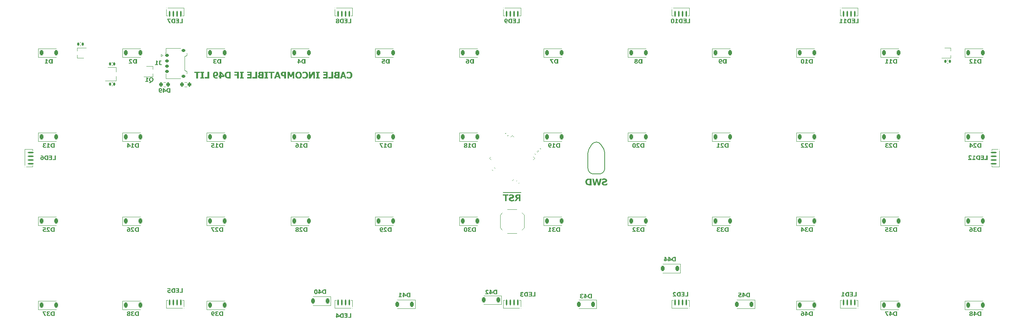
<source format=gbr>
%TF.GenerationSoftware,KiCad,Pcbnew,7.0.1*%
%TF.CreationDate,2023-07-16T15:06:49-04:00*%
%TF.ProjectId,PCB,5043422e-6b69-4636-9164-5f7063625858,rev?*%
%TF.SameCoordinates,Original*%
%TF.FileFunction,Legend,Bot*%
%TF.FilePolarity,Positive*%
%FSLAX46Y46*%
G04 Gerber Fmt 4.6, Leading zero omitted, Abs format (unit mm)*
G04 Created by KiCad (PCBNEW 7.0.1) date 2023-07-16 15:06:49*
%MOMM*%
%LPD*%
G01*
G04 APERTURE LIST*
G04 Aperture macros list*
%AMRoundRect*
0 Rectangle with rounded corners*
0 $1 Rounding radius*
0 $2 $3 $4 $5 $6 $7 $8 $9 X,Y pos of 4 corners*
0 Add a 4 corners polygon primitive as box body*
4,1,4,$2,$3,$4,$5,$6,$7,$8,$9,$2,$3,0*
0 Add four circle primitives for the rounded corners*
1,1,$1+$1,$2,$3*
1,1,$1+$1,$4,$5*
1,1,$1+$1,$6,$7*
1,1,$1+$1,$8,$9*
0 Add four rect primitives between the rounded corners*
20,1,$1+$1,$2,$3,$4,$5,0*
20,1,$1+$1,$4,$5,$6,$7,0*
20,1,$1+$1,$6,$7,$8,$9,0*
20,1,$1+$1,$8,$9,$2,$3,0*%
%AMRotRect*
0 Rectangle, with rotation*
0 The origin of the aperture is its center*
0 $1 length*
0 $2 width*
0 $3 Rotation angle, in degrees counterclockwise*
0 Add horizontal line*
21,1,$1,$2,0,0,$3*%
G04 Aperture macros list end*
%ADD10C,0.300000*%
%ADD11C,0.150000*%
%ADD12C,0.100000*%
%ADD13C,0.120000*%
%ADD14C,0.200000*%
%ADD15C,1.750000*%
%ADD16C,3.987800*%
%ADD17C,2.300000*%
%ADD18C,4.000000*%
%ADD19RoundRect,0.105000X0.105000X0.545000X-0.105000X0.545000X-0.105000X-0.545000X0.105000X-0.545000X0*%
%ADD20RoundRect,0.225000X-0.225000X-0.375000X0.225000X-0.375000X0.225000X0.375000X-0.225000X0.375000X0*%
%ADD21RoundRect,0.105000X-0.105000X-0.545000X0.105000X-0.545000X0.105000X0.545000X-0.105000X0.545000X0*%
%ADD22RoundRect,0.062500X-0.220971X-0.309359X0.309359X0.220971X0.220971X0.309359X-0.309359X-0.220971X0*%
%ADD23RoundRect,0.062500X0.220971X-0.309359X0.309359X-0.220971X-0.220971X0.309359X-0.309359X0.220971X0*%
%ADD24RotRect,5.600000X5.600000X45.000000*%
%ADD25R,1.100000X1.800000*%
%ADD26R,0.700000X0.450000*%
%ADD27RoundRect,0.135000X0.135000X0.185000X-0.135000X0.185000X-0.135000X-0.185000X0.135000X-0.185000X0*%
%ADD28RoundRect,0.225000X0.225000X0.375000X-0.225000X0.375000X-0.225000X-0.375000X0.225000X-0.375000X0*%
%ADD29RoundRect,0.140000X-0.021213X0.219203X-0.219203X0.021213X0.021213X-0.219203X0.219203X-0.021213X0*%
%ADD30RoundRect,0.140000X0.021213X-0.219203X0.219203X-0.021213X-0.021213X0.219203X-0.219203X0.021213X0*%
%ADD31C,0.990600*%
%ADD32C,0.787400*%
%ADD33RoundRect,0.140000X-0.219203X-0.021213X-0.021213X-0.219203X0.219203X0.021213X0.021213X0.219203X0*%
%ADD34RoundRect,0.105000X-0.545000X0.105000X-0.545000X-0.105000X0.545000X-0.105000X0.545000X0.105000X0*%
%ADD35RoundRect,0.200000X0.200000X0.275000X-0.200000X0.275000X-0.200000X-0.275000X0.200000X-0.275000X0*%
%ADD36RoundRect,0.140000X-0.140000X-0.170000X0.140000X-0.170000X0.140000X0.170000X-0.140000X0.170000X0*%
%ADD37RoundRect,0.135000X-0.135000X-0.185000X0.135000X-0.185000X0.135000X0.185000X-0.135000X0.185000X0*%
%ADD38RoundRect,0.140000X0.219203X0.021213X0.021213X0.219203X-0.219203X-0.021213X-0.021213X-0.219203X0*%
%ADD39R,1.220000X0.650000*%
%ADD40RoundRect,0.105000X0.545000X-0.105000X0.545000X0.105000X-0.545000X0.105000X-0.545000X-0.105000X0*%
%ADD41RoundRect,0.200000X-0.200000X-0.275000X0.200000X-0.275000X0.200000X0.275000X-0.200000X0.275000X0*%
%ADD42RoundRect,0.140000X0.140000X0.170000X-0.140000X0.170000X-0.140000X-0.170000X0.140000X-0.170000X0*%
%ADD43RoundRect,0.150000X-0.275000X0.150000X-0.275000X-0.150000X0.275000X-0.150000X0.275000X0.150000X0*%
%ADD44RoundRect,0.175000X-0.225000X0.175000X-0.225000X-0.175000X0.225000X-0.175000X0.225000X0.175000X0*%
G04 APERTURE END LIST*
D10*
G36*
X115211302Y-47503769D02*
G01*
X115232755Y-47503566D01*
X115253930Y-47502955D01*
X115274827Y-47501937D01*
X115295445Y-47500512D01*
X115315785Y-47498680D01*
X115335847Y-47496440D01*
X115355630Y-47493794D01*
X115375135Y-47490740D01*
X115394362Y-47487280D01*
X115413310Y-47483412D01*
X115431980Y-47479136D01*
X115450372Y-47474454D01*
X115468485Y-47469365D01*
X115486320Y-47463868D01*
X115503876Y-47457965D01*
X115521154Y-47451654D01*
X115538154Y-47444936D01*
X115554876Y-47437811D01*
X115571319Y-47430278D01*
X115587484Y-47422339D01*
X115603370Y-47413992D01*
X115618978Y-47405239D01*
X115634308Y-47396078D01*
X115649359Y-47386510D01*
X115664132Y-47376534D01*
X115678627Y-47366152D01*
X115692843Y-47355363D01*
X115706781Y-47344166D01*
X115720441Y-47332562D01*
X115733822Y-47320551D01*
X115746925Y-47308133D01*
X115759749Y-47295308D01*
X115772236Y-47282090D01*
X115784327Y-47268542D01*
X115796021Y-47254662D01*
X115807319Y-47240451D01*
X115818221Y-47225908D01*
X115828726Y-47211034D01*
X115838835Y-47195829D01*
X115848547Y-47180292D01*
X115857863Y-47164425D01*
X115866782Y-47148225D01*
X115875305Y-47131695D01*
X115883431Y-47114833D01*
X115891162Y-47097640D01*
X115898495Y-47080116D01*
X115905433Y-47062260D01*
X115911974Y-47044074D01*
X115918118Y-47025555D01*
X115923866Y-47006706D01*
X115929218Y-46987525D01*
X115934173Y-46968013D01*
X115938732Y-46948169D01*
X115942894Y-46927995D01*
X115946660Y-46907489D01*
X115950030Y-46886651D01*
X115953003Y-46865483D01*
X115955580Y-46843983D01*
X115957760Y-46822152D01*
X115959544Y-46799989D01*
X115960931Y-46777495D01*
X115961922Y-46754670D01*
X115962517Y-46731514D01*
X115962715Y-46708026D01*
X115962516Y-46685364D01*
X115961921Y-46662992D01*
X115960928Y-46640908D01*
X115959538Y-46619114D01*
X115957751Y-46597609D01*
X115955567Y-46576392D01*
X115952985Y-46555465D01*
X115950007Y-46534827D01*
X115946631Y-46514478D01*
X115942858Y-46494418D01*
X115938688Y-46474648D01*
X115934121Y-46455166D01*
X115929157Y-46435973D01*
X115923796Y-46417070D01*
X115918038Y-46398455D01*
X115911882Y-46380130D01*
X115905329Y-46362094D01*
X115898379Y-46344346D01*
X115891032Y-46326888D01*
X115883288Y-46309719D01*
X115875147Y-46292839D01*
X115866609Y-46276248D01*
X115857673Y-46259947D01*
X115848341Y-46243934D01*
X115838611Y-46228210D01*
X115828484Y-46212776D01*
X115817960Y-46197630D01*
X115807039Y-46182774D01*
X115795721Y-46168207D01*
X115784005Y-46153929D01*
X115771893Y-46139939D01*
X115759383Y-46126239D01*
X115746514Y-46112896D01*
X115733368Y-46099976D01*
X115719946Y-46087479D01*
X115706249Y-46075406D01*
X115692275Y-46063757D01*
X115678024Y-46052532D01*
X115663498Y-46041730D01*
X115648695Y-46031351D01*
X115633616Y-46021396D01*
X115618261Y-46011865D01*
X115602630Y-46002758D01*
X115586722Y-45994074D01*
X115570539Y-45985813D01*
X115554079Y-45977976D01*
X115537342Y-45970563D01*
X115520330Y-45963574D01*
X115503042Y-45957008D01*
X115485477Y-45950865D01*
X115467636Y-45945147D01*
X115449519Y-45939852D01*
X115431125Y-45934980D01*
X115412456Y-45930532D01*
X115393510Y-45926508D01*
X115374288Y-45922907D01*
X115354790Y-45919730D01*
X115335016Y-45916977D01*
X115314965Y-45914647D01*
X115294638Y-45912741D01*
X115274035Y-45911258D01*
X115253156Y-45910199D01*
X115232001Y-45909564D01*
X115210569Y-45909352D01*
X115193495Y-45909442D01*
X115176755Y-45909712D01*
X115160350Y-45910163D01*
X115144280Y-45910794D01*
X115128545Y-45911606D01*
X115113145Y-45912598D01*
X115098080Y-45913770D01*
X115083349Y-45915122D01*
X115064230Y-45917206D01*
X115045705Y-45919610D01*
X115027484Y-45922306D01*
X115009458Y-45925266D01*
X114991626Y-45928489D01*
X114973989Y-45931975D01*
X114956547Y-45935724D01*
X114939299Y-45939737D01*
X114922246Y-45944013D01*
X114905388Y-45948553D01*
X114888783Y-45953639D01*
X114871714Y-45959279D01*
X114857723Y-45964191D01*
X114843435Y-45969457D01*
X114828849Y-45975078D01*
X114813966Y-45981055D01*
X114798784Y-45987386D01*
X114791082Y-45990685D01*
X114775975Y-45997256D01*
X114761613Y-46003599D01*
X114747994Y-46009713D01*
X114732018Y-46017033D01*
X114717204Y-46023995D01*
X114703553Y-46030600D01*
X114691065Y-46036847D01*
X114691065Y-46401745D01*
X114730266Y-46401745D01*
X114741209Y-46391918D01*
X114753158Y-46381395D01*
X114766111Y-46370177D01*
X114777672Y-46360297D01*
X114789931Y-46349933D01*
X114800241Y-46341295D01*
X114813694Y-46330235D01*
X114827719Y-46319263D01*
X114842316Y-46308382D01*
X114854406Y-46299740D01*
X114866862Y-46291157D01*
X114879685Y-46282630D01*
X114892874Y-46274161D01*
X114896229Y-46272052D01*
X114909773Y-46263781D01*
X114923660Y-46255818D01*
X114937891Y-46248164D01*
X114952466Y-46240820D01*
X114967383Y-46233785D01*
X114982645Y-46227058D01*
X114998250Y-46220641D01*
X115014198Y-46214533D01*
X115030324Y-46208952D01*
X115046644Y-46204115D01*
X115063159Y-46200022D01*
X115079869Y-46196673D01*
X115096773Y-46194068D01*
X115113872Y-46192208D01*
X115131165Y-46191092D01*
X115148654Y-46190720D01*
X115164193Y-46190955D01*
X115179488Y-46191660D01*
X115194539Y-46192835D01*
X115209344Y-46194481D01*
X115223905Y-46196596D01*
X115242939Y-46200148D01*
X115261537Y-46204536D01*
X115279701Y-46209759D01*
X115297430Y-46215819D01*
X115301794Y-46217464D01*
X115319007Y-46224677D01*
X115336026Y-46233126D01*
X115352850Y-46242812D01*
X115365341Y-46250888D01*
X115377721Y-46259659D01*
X115389993Y-46269126D01*
X115402155Y-46279288D01*
X115414207Y-46290146D01*
X115426150Y-46301699D01*
X115434051Y-46309788D01*
X115444653Y-46321283D01*
X115454887Y-46333513D01*
X115464754Y-46346477D01*
X115474254Y-46360175D01*
X115483387Y-46374607D01*
X115492153Y-46389773D01*
X115500552Y-46405673D01*
X115508584Y-46422308D01*
X115516248Y-46439676D01*
X115523546Y-46457779D01*
X115528207Y-46470256D01*
X115534754Y-46489537D01*
X115540658Y-46509462D01*
X115545917Y-46530032D01*
X115550532Y-46551245D01*
X115553251Y-46565745D01*
X115555684Y-46580531D01*
X115557831Y-46595604D01*
X115559691Y-46610962D01*
X115561266Y-46626607D01*
X115562554Y-46642538D01*
X115563555Y-46658756D01*
X115564271Y-46675259D01*
X115564700Y-46692049D01*
X115564843Y-46709125D01*
X115564695Y-46727078D01*
X115564248Y-46744668D01*
X115563504Y-46761894D01*
X115562462Y-46778757D01*
X115561123Y-46795256D01*
X115559485Y-46811392D01*
X115557550Y-46827164D01*
X115555318Y-46842573D01*
X115552788Y-46857618D01*
X115549960Y-46872300D01*
X115546834Y-46886618D01*
X115541588Y-46907414D01*
X115535672Y-46927392D01*
X115529086Y-46946552D01*
X115526742Y-46952757D01*
X115519388Y-46970901D01*
X115511616Y-46988375D01*
X115503426Y-47005179D01*
X115494816Y-47021313D01*
X115485789Y-47036778D01*
X115476342Y-47051573D01*
X115466477Y-47065698D01*
X115456194Y-47079153D01*
X115445491Y-47091938D01*
X115434371Y-47104054D01*
X115426724Y-47111759D01*
X115415405Y-47122464D01*
X115403841Y-47132595D01*
X115392032Y-47142153D01*
X115379978Y-47151138D01*
X115367680Y-47159550D01*
X115355137Y-47167388D01*
X115342349Y-47174653D01*
X115324918Y-47183449D01*
X115307052Y-47191226D01*
X115293367Y-47196390D01*
X115274963Y-47202486D01*
X115256571Y-47207770D01*
X115238190Y-47212240D01*
X115219820Y-47215898D01*
X115201462Y-47218743D01*
X115183115Y-47220776D01*
X115164779Y-47221995D01*
X115146455Y-47222401D01*
X115127519Y-47221995D01*
X115108811Y-47220776D01*
X115090333Y-47218743D01*
X115072083Y-47215898D01*
X115054063Y-47212240D01*
X115036271Y-47207770D01*
X115018709Y-47202486D01*
X115001375Y-47196390D01*
X114984408Y-47189795D01*
X114968128Y-47183017D01*
X114952534Y-47176056D01*
X114937628Y-47168912D01*
X114923408Y-47161585D01*
X114909876Y-47154074D01*
X114897030Y-47146381D01*
X114884871Y-47138504D01*
X114872152Y-47130329D01*
X114859821Y-47122109D01*
X114844956Y-47111769D01*
X114830698Y-47101358D01*
X114817049Y-47090875D01*
X114804008Y-47080321D01*
X114794013Y-47071826D01*
X114782022Y-47061366D01*
X114770550Y-47051282D01*
X114757468Y-47039677D01*
X114745133Y-47028613D01*
X114733546Y-47018090D01*
X114726236Y-47011376D01*
X114691065Y-47011376D01*
X114691065Y-47371878D01*
X114704562Y-47378195D01*
X114718721Y-47384779D01*
X114733542Y-47391633D01*
X114749025Y-47398754D01*
X114765169Y-47406144D01*
X114778562Y-47412249D01*
X114788884Y-47416941D01*
X114802852Y-47423054D01*
X114816911Y-47428939D01*
X114831062Y-47434595D01*
X114845304Y-47440022D01*
X114859638Y-47445220D01*
X114874064Y-47450188D01*
X114888581Y-47454928D01*
X114903190Y-47459439D01*
X114921090Y-47464683D01*
X114938704Y-47469606D01*
X114956032Y-47474208D01*
X114973074Y-47478490D01*
X114989829Y-47482451D01*
X115006298Y-47486092D01*
X115022481Y-47489412D01*
X115038378Y-47492412D01*
X115054784Y-47495074D01*
X115072679Y-47497381D01*
X115092062Y-47499333D01*
X115107576Y-47500564D01*
X115123927Y-47501595D01*
X115141115Y-47502427D01*
X115159141Y-47503059D01*
X115178004Y-47503492D01*
X115197703Y-47503725D01*
X115211302Y-47503769D01*
G37*
G36*
X114636843Y-47456875D02*
G01*
X114250328Y-47456875D01*
X114154707Y-47152059D01*
X113672206Y-47152059D01*
X113576585Y-47456875D01*
X113179812Y-47456875D01*
X113379199Y-46870692D01*
X113756836Y-46870692D01*
X114070077Y-46870692D01*
X113913273Y-46366941D01*
X113756836Y-46870692D01*
X113379199Y-46870692D01*
X113698217Y-45932799D01*
X114118437Y-45932799D01*
X114636843Y-47456875D01*
G37*
G36*
X113034365Y-47456875D02*
G01*
X112420339Y-47456875D01*
X112400591Y-47456764D01*
X112381281Y-47456434D01*
X112362409Y-47455883D01*
X112343975Y-47455111D01*
X112325979Y-47454120D01*
X112308420Y-47452907D01*
X112291300Y-47451475D01*
X112274617Y-47449822D01*
X112258373Y-47447949D01*
X112242566Y-47445855D01*
X112227198Y-47443541D01*
X112212267Y-47441006D01*
X112197774Y-47438251D01*
X112176856Y-47433706D01*
X112156923Y-47428664D01*
X112144030Y-47424942D01*
X112124943Y-47418795D01*
X112106159Y-47411972D01*
X112087677Y-47404473D01*
X112069498Y-47396297D01*
X112051622Y-47387445D01*
X112034048Y-47377917D01*
X112016777Y-47367713D01*
X111999809Y-47356833D01*
X111983143Y-47345276D01*
X111966780Y-47333043D01*
X111957738Y-47325967D01*
X111944616Y-47314917D01*
X111932021Y-47303345D01*
X111919955Y-47291252D01*
X111908416Y-47278637D01*
X111897406Y-47265500D01*
X111886924Y-47251842D01*
X111876970Y-47237662D01*
X111867544Y-47222961D01*
X111858646Y-47207738D01*
X111850276Y-47191993D01*
X111845041Y-47181217D01*
X111837822Y-47164655D01*
X111831363Y-47147617D01*
X111825663Y-47130103D01*
X111820724Y-47112111D01*
X111816544Y-47093644D01*
X111813124Y-47074699D01*
X111810465Y-47055278D01*
X111808565Y-47035381D01*
X111807425Y-47015007D01*
X111807045Y-46994156D01*
X111807219Y-46984265D01*
X112203818Y-46984265D01*
X112203912Y-46991042D01*
X112204975Y-47007586D01*
X112207218Y-47023557D01*
X112210642Y-47038956D01*
X112215246Y-47053782D01*
X112221032Y-47068036D01*
X112227998Y-47081717D01*
X112231132Y-47086950D01*
X112239944Y-47099329D01*
X112250151Y-47110706D01*
X112261754Y-47121082D01*
X112274752Y-47130455D01*
X112289145Y-47138827D01*
X112304934Y-47146198D01*
X112316115Y-47150735D01*
X112330973Y-47156153D01*
X112345773Y-47160850D01*
X112360517Y-47164825D01*
X112375203Y-47168080D01*
X112389832Y-47170613D01*
X112404403Y-47172424D01*
X112422537Y-47173675D01*
X112438371Y-47174104D01*
X112457113Y-47174476D01*
X112473077Y-47174718D01*
X112490678Y-47174927D01*
X112509914Y-47175104D01*
X112530786Y-47175249D01*
X112545610Y-47175328D01*
X112561160Y-47175392D01*
X112577438Y-47175442D01*
X112594442Y-47175478D01*
X112612174Y-47175500D01*
X112630632Y-47175507D01*
X112651148Y-47175507D01*
X112651148Y-46800350D01*
X112580074Y-46800350D01*
X112567368Y-46800355D01*
X112548922Y-46800386D01*
X112531210Y-46800441D01*
X112514232Y-46800523D01*
X112497988Y-46800630D01*
X112482478Y-46800763D01*
X112467703Y-46800922D01*
X112449144Y-46801174D01*
X112431891Y-46801472D01*
X112415943Y-46801815D01*
X112412121Y-46801918D01*
X112397352Y-46802559D01*
X112380050Y-46803876D01*
X112364036Y-46805765D01*
X112349310Y-46808227D01*
X112333339Y-46811936D01*
X112319222Y-46816470D01*
X112312144Y-46819063D01*
X112295425Y-46826197D01*
X112280102Y-46834261D01*
X112266173Y-46843256D01*
X112253640Y-46853181D01*
X112242503Y-46864036D01*
X112232760Y-46875821D01*
X112224422Y-46888805D01*
X112217498Y-46903255D01*
X112211986Y-46919173D01*
X112207888Y-46936557D01*
X112205627Y-46951521D01*
X112204270Y-46967423D01*
X112203818Y-46984265D01*
X111807219Y-46984265D01*
X111807380Y-46975081D01*
X111808385Y-46956507D01*
X111810059Y-46938433D01*
X111812403Y-46920861D01*
X111815417Y-46903789D01*
X111819101Y-46887218D01*
X111823454Y-46871148D01*
X111828477Y-46855579D01*
X111834170Y-46840511D01*
X111840533Y-46825944D01*
X111847566Y-46811877D01*
X111855268Y-46798312D01*
X111863640Y-46785247D01*
X111872682Y-46772683D01*
X111882393Y-46760621D01*
X111892774Y-46749059D01*
X111903667Y-46737940D01*
X111915002Y-46727300D01*
X111926782Y-46717138D01*
X111939005Y-46707453D01*
X111951672Y-46698247D01*
X111964782Y-46689519D01*
X111978336Y-46681268D01*
X111992334Y-46673496D01*
X112006775Y-46666202D01*
X112021660Y-46659385D01*
X112036989Y-46653047D01*
X112052761Y-46647187D01*
X112068977Y-46641804D01*
X112085636Y-46636900D01*
X112102740Y-46632473D01*
X112120287Y-46628525D01*
X112120287Y-46620465D01*
X112108089Y-46615197D01*
X112090421Y-46606603D01*
X112073506Y-46597178D01*
X112057345Y-46586922D01*
X112041938Y-46575836D01*
X112027283Y-46563918D01*
X112013383Y-46551171D01*
X112000235Y-46537592D01*
X111987842Y-46523182D01*
X111976201Y-46507942D01*
X111965314Y-46491871D01*
X111958527Y-46480783D01*
X111949166Y-46463785D01*
X111940791Y-46446350D01*
X111933401Y-46428477D01*
X111926996Y-46410166D01*
X111921577Y-46391417D01*
X111917143Y-46372230D01*
X111916471Y-46368406D01*
X112300538Y-46368406D01*
X112300813Y-46380949D01*
X112301929Y-46396095D01*
X112303904Y-46410651D01*
X112307407Y-46427339D01*
X112312147Y-46443177D01*
X112318123Y-46458165D01*
X112322966Y-46467525D01*
X112331905Y-46480598D01*
X112342853Y-46492512D01*
X112355810Y-46503267D01*
X112368143Y-46511344D01*
X112381871Y-46518616D01*
X112387171Y-46521020D01*
X112402937Y-46527408D01*
X112418496Y-46532560D01*
X112433849Y-46536476D01*
X112448995Y-46539155D01*
X112463936Y-46540597D01*
X112469115Y-46540819D01*
X112484105Y-46541311D01*
X112502009Y-46541714D01*
X112518433Y-46541971D01*
X112536723Y-46542172D01*
X112551664Y-46542284D01*
X112567656Y-46542365D01*
X112584697Y-46542413D01*
X112602788Y-46542429D01*
X112651148Y-46542429D01*
X112651148Y-46214167D01*
X112624404Y-46214167D01*
X112605483Y-46214183D01*
X112587464Y-46214231D01*
X112570346Y-46214312D01*
X112554131Y-46214424D01*
X112538816Y-46214569D01*
X112519800Y-46214813D01*
X112502386Y-46215113D01*
X112486575Y-46215471D01*
X112469065Y-46215999D01*
X112456277Y-46216600D01*
X112440903Y-46218011D01*
X112426209Y-46220156D01*
X112409474Y-46223698D01*
X112393717Y-46228296D01*
X112378940Y-46233951D01*
X112373985Y-46236236D01*
X112360118Y-46244140D01*
X112347744Y-46253615D01*
X112336865Y-46264662D01*
X112327480Y-46277280D01*
X112319589Y-46291470D01*
X112313114Y-46306230D01*
X112307980Y-46320836D01*
X112304184Y-46335287D01*
X112301449Y-46351952D01*
X112300538Y-46368406D01*
X111916471Y-46368406D01*
X111913695Y-46352605D01*
X111911231Y-46332543D01*
X111909753Y-46312042D01*
X111909261Y-46291103D01*
X111909420Y-46279012D01*
X111910254Y-46261213D01*
X111911802Y-46243820D01*
X111914066Y-46226832D01*
X111917045Y-46210250D01*
X111920738Y-46194074D01*
X111925146Y-46178303D01*
X111930269Y-46162939D01*
X111936107Y-46147979D01*
X111942660Y-46133426D01*
X111949927Y-46119279D01*
X111955174Y-46110055D01*
X111963655Y-46096665D01*
X111972871Y-46083810D01*
X111982821Y-46071489D01*
X111993504Y-46059703D01*
X112004923Y-46048451D01*
X112017075Y-46037734D01*
X112029961Y-46027551D01*
X112043582Y-46017903D01*
X112057937Y-46008789D01*
X112073026Y-46000210D01*
X112082594Y-45995147D01*
X112097108Y-45987971D01*
X112111814Y-45981297D01*
X112126714Y-45975125D01*
X112141808Y-45969456D01*
X112157094Y-45964289D01*
X112172574Y-45959624D01*
X112188246Y-45955461D01*
X112204112Y-45951801D01*
X112220172Y-45948644D01*
X112236424Y-45945988D01*
X112253491Y-45943631D01*
X112271994Y-45941506D01*
X112291934Y-45939613D01*
X112313309Y-45937951D01*
X112328357Y-45936972D01*
X112344044Y-45936096D01*
X112360368Y-45935324D01*
X112377331Y-45934654D01*
X112394932Y-45934087D01*
X112413172Y-45933623D01*
X112432050Y-45933263D01*
X112451566Y-45933005D01*
X112471720Y-45932851D01*
X112492513Y-45932799D01*
X113034365Y-45932799D01*
X113034365Y-47456875D01*
G37*
G36*
X110569467Y-47456875D02*
G01*
X111593821Y-47456875D01*
X111593821Y-45932799D01*
X111208406Y-45932799D01*
X111208406Y-47175507D01*
X110569467Y-47175507D01*
X110569467Y-47456875D01*
G37*
G36*
X110392146Y-47456875D02*
G01*
X110392146Y-45932799D01*
X109354603Y-45932799D01*
X109354603Y-46214167D01*
X110008929Y-46214167D01*
X110008929Y-46495535D01*
X109405894Y-46495535D01*
X109405894Y-46776902D01*
X110008929Y-46776902D01*
X110008929Y-47175507D01*
X109354603Y-47175507D01*
X109354603Y-47456875D01*
X110392146Y-47456875D01*
G37*
G36*
X107722450Y-47456875D02*
G01*
X108548968Y-47456875D01*
X108548968Y-47198954D01*
X108328416Y-47198954D01*
X108328416Y-46190720D01*
X108548968Y-46190720D01*
X108548968Y-45932799D01*
X107722450Y-45932799D01*
X107722450Y-46190720D01*
X107943001Y-46190720D01*
X107943001Y-47198954D01*
X107722450Y-47198954D01*
X107722450Y-47456875D01*
G37*
G36*
X106158074Y-47456875D02*
G01*
X106529201Y-47456875D01*
X107120513Y-46394418D01*
X107120513Y-47456875D01*
X107472956Y-47456875D01*
X107472956Y-45932799D01*
X106999979Y-45932799D01*
X106510517Y-46805845D01*
X106510517Y-45932799D01*
X106158074Y-45932799D01*
X106158074Y-47456875D01*
G37*
G36*
X105193437Y-47503769D02*
G01*
X105214891Y-47503566D01*
X105236066Y-47502955D01*
X105256962Y-47501937D01*
X105277581Y-47500512D01*
X105297921Y-47498680D01*
X105317983Y-47496440D01*
X105337766Y-47493794D01*
X105357271Y-47490740D01*
X105376497Y-47487280D01*
X105395446Y-47483412D01*
X105414116Y-47479136D01*
X105432507Y-47474454D01*
X105450620Y-47469365D01*
X105468455Y-47463868D01*
X105486012Y-47457965D01*
X105503290Y-47451654D01*
X105520290Y-47444936D01*
X105537011Y-47437811D01*
X105553454Y-47430278D01*
X105569619Y-47422339D01*
X105585505Y-47413992D01*
X105601113Y-47405239D01*
X105616443Y-47396078D01*
X105631494Y-47386510D01*
X105646267Y-47376534D01*
X105660762Y-47366152D01*
X105674978Y-47355363D01*
X105688916Y-47344166D01*
X105702576Y-47332562D01*
X105715957Y-47320551D01*
X105729060Y-47308133D01*
X105741885Y-47295308D01*
X105754372Y-47282090D01*
X105766462Y-47268542D01*
X105778157Y-47254662D01*
X105789455Y-47240451D01*
X105800356Y-47225908D01*
X105810861Y-47211034D01*
X105820970Y-47195829D01*
X105830682Y-47180292D01*
X105839998Y-47164425D01*
X105848917Y-47148225D01*
X105857440Y-47131695D01*
X105865567Y-47114833D01*
X105873297Y-47097640D01*
X105880631Y-47080116D01*
X105887568Y-47062260D01*
X105894109Y-47044074D01*
X105900253Y-47025555D01*
X105906001Y-47006706D01*
X105911353Y-46987525D01*
X105916308Y-46968013D01*
X105920867Y-46948169D01*
X105925030Y-46927995D01*
X105928795Y-46907489D01*
X105932165Y-46886651D01*
X105935138Y-46865483D01*
X105937715Y-46843983D01*
X105939895Y-46822152D01*
X105941679Y-46799989D01*
X105943067Y-46777495D01*
X105944058Y-46754670D01*
X105944652Y-46731514D01*
X105944850Y-46708026D01*
X105944652Y-46685364D01*
X105944056Y-46662992D01*
X105943063Y-46640908D01*
X105941673Y-46619114D01*
X105939886Y-46597609D01*
X105937702Y-46576392D01*
X105935121Y-46555465D01*
X105932142Y-46534827D01*
X105928767Y-46514478D01*
X105924994Y-46494418D01*
X105920824Y-46474648D01*
X105916257Y-46455166D01*
X105911293Y-46435973D01*
X105905931Y-46417070D01*
X105900173Y-46398455D01*
X105894017Y-46380130D01*
X105887465Y-46362094D01*
X105880515Y-46344346D01*
X105873168Y-46326888D01*
X105865424Y-46309719D01*
X105857283Y-46292839D01*
X105848744Y-46276248D01*
X105839809Y-46259947D01*
X105830476Y-46243934D01*
X105820746Y-46228210D01*
X105810619Y-46212776D01*
X105800095Y-46197630D01*
X105789174Y-46182774D01*
X105777856Y-46168207D01*
X105766140Y-46153929D01*
X105754028Y-46139939D01*
X105741518Y-46126239D01*
X105728649Y-46112896D01*
X105715504Y-46099976D01*
X105702082Y-46087479D01*
X105688384Y-46075406D01*
X105674410Y-46063757D01*
X105660160Y-46052532D01*
X105645633Y-46041730D01*
X105630830Y-46031351D01*
X105615752Y-46021396D01*
X105600396Y-46011865D01*
X105584765Y-46002758D01*
X105568858Y-45994074D01*
X105552674Y-45985813D01*
X105536214Y-45977976D01*
X105519478Y-45970563D01*
X105502466Y-45963574D01*
X105485177Y-45957008D01*
X105467612Y-45950865D01*
X105449771Y-45945147D01*
X105431654Y-45939852D01*
X105413261Y-45934980D01*
X105394591Y-45930532D01*
X105375646Y-45926508D01*
X105356424Y-45922907D01*
X105336925Y-45919730D01*
X105317151Y-45916977D01*
X105297100Y-45914647D01*
X105276774Y-45912741D01*
X105256171Y-45911258D01*
X105235292Y-45910199D01*
X105214136Y-45909564D01*
X105192705Y-45909352D01*
X105175630Y-45909442D01*
X105158890Y-45909712D01*
X105142485Y-45910163D01*
X105126416Y-45910794D01*
X105110680Y-45911606D01*
X105095280Y-45912598D01*
X105080215Y-45913770D01*
X105065485Y-45915122D01*
X105046365Y-45917206D01*
X105027841Y-45919610D01*
X105009620Y-45922306D01*
X104991593Y-45925266D01*
X104973762Y-45928489D01*
X104956125Y-45931975D01*
X104938682Y-45935724D01*
X104921435Y-45939737D01*
X104904382Y-45944013D01*
X104887523Y-45948553D01*
X104870919Y-45953639D01*
X104853849Y-45959279D01*
X104839859Y-45964191D01*
X104825570Y-45969457D01*
X104810984Y-45975078D01*
X104796101Y-45981055D01*
X104780920Y-45987386D01*
X104773217Y-45990685D01*
X104758111Y-45997256D01*
X104743748Y-46003599D01*
X104730130Y-46009713D01*
X104714153Y-46017033D01*
X104699339Y-46023995D01*
X104685688Y-46030600D01*
X104673200Y-46036847D01*
X104673200Y-46401745D01*
X104712401Y-46401745D01*
X104723345Y-46391918D01*
X104735293Y-46381395D01*
X104748246Y-46370177D01*
X104759808Y-46360297D01*
X104772067Y-46349933D01*
X104782377Y-46341295D01*
X104795829Y-46330235D01*
X104809854Y-46319263D01*
X104824451Y-46308382D01*
X104836541Y-46299740D01*
X104848998Y-46291157D01*
X104861820Y-46282630D01*
X104875009Y-46274161D01*
X104878364Y-46272052D01*
X104891908Y-46263781D01*
X104905796Y-46255818D01*
X104920026Y-46248164D01*
X104934601Y-46240820D01*
X104949519Y-46233785D01*
X104964780Y-46227058D01*
X104980385Y-46220641D01*
X104996333Y-46214533D01*
X105012459Y-46208952D01*
X105028779Y-46204115D01*
X105045294Y-46200022D01*
X105062004Y-46196673D01*
X105078908Y-46194068D01*
X105096007Y-46192208D01*
X105113301Y-46191092D01*
X105130789Y-46190720D01*
X105146329Y-46190955D01*
X105161624Y-46191660D01*
X105176674Y-46192835D01*
X105191480Y-46194481D01*
X105206040Y-46196596D01*
X105225074Y-46200148D01*
X105243673Y-46204536D01*
X105261836Y-46209759D01*
X105279565Y-46215819D01*
X105283929Y-46217464D01*
X105301143Y-46224677D01*
X105318161Y-46233126D01*
X105334986Y-46242812D01*
X105347476Y-46250888D01*
X105359857Y-46259659D01*
X105372128Y-46269126D01*
X105384290Y-46279288D01*
X105396343Y-46290146D01*
X105408286Y-46301699D01*
X105416187Y-46309788D01*
X105426788Y-46321283D01*
X105437022Y-46333513D01*
X105446889Y-46346477D01*
X105456390Y-46360175D01*
X105465522Y-46374607D01*
X105474288Y-46389773D01*
X105482687Y-46405673D01*
X105490719Y-46422308D01*
X105498384Y-46439676D01*
X105505681Y-46457779D01*
X105510342Y-46470256D01*
X105516890Y-46489537D01*
X105522793Y-46509462D01*
X105528052Y-46530032D01*
X105532668Y-46551245D01*
X105535387Y-46565745D01*
X105537820Y-46580531D01*
X105539966Y-46595604D01*
X105541827Y-46610962D01*
X105543401Y-46626607D01*
X105544689Y-46642538D01*
X105545691Y-46658756D01*
X105546406Y-46675259D01*
X105546836Y-46692049D01*
X105546979Y-46709125D01*
X105546830Y-46727078D01*
X105546383Y-46744668D01*
X105545639Y-46761894D01*
X105544597Y-46778757D01*
X105543258Y-46795256D01*
X105541621Y-46811392D01*
X105539686Y-46827164D01*
X105537453Y-46842573D01*
X105534923Y-46857618D01*
X105532095Y-46872300D01*
X105528970Y-46886618D01*
X105523723Y-46907414D01*
X105517807Y-46927392D01*
X105511221Y-46946552D01*
X105508877Y-46952757D01*
X105501524Y-46970901D01*
X105493752Y-46988375D01*
X105485561Y-47005179D01*
X105476952Y-47021313D01*
X105467924Y-47036778D01*
X105458477Y-47051573D01*
X105448612Y-47065698D01*
X105438329Y-47079153D01*
X105427627Y-47091938D01*
X105416506Y-47104054D01*
X105408859Y-47111759D01*
X105397540Y-47122464D01*
X105385976Y-47132595D01*
X105374167Y-47142153D01*
X105362114Y-47151138D01*
X105349815Y-47159550D01*
X105337272Y-47167388D01*
X105324485Y-47174653D01*
X105307054Y-47183449D01*
X105289188Y-47191226D01*
X105275503Y-47196390D01*
X105257099Y-47202486D01*
X105238706Y-47207770D01*
X105220325Y-47212240D01*
X105201955Y-47215898D01*
X105183597Y-47218743D01*
X105165250Y-47220776D01*
X105146915Y-47221995D01*
X105128591Y-47222401D01*
X105109654Y-47221995D01*
X105090947Y-47220776D01*
X105072468Y-47218743D01*
X105054219Y-47215898D01*
X105036198Y-47212240D01*
X105018407Y-47207770D01*
X105000844Y-47202486D01*
X104983511Y-47196390D01*
X104966543Y-47189795D01*
X104950263Y-47183017D01*
X104934670Y-47176056D01*
X104919763Y-47168912D01*
X104905544Y-47161585D01*
X104892011Y-47154074D01*
X104879165Y-47146381D01*
X104867007Y-47138504D01*
X104854287Y-47130329D01*
X104841957Y-47122109D01*
X104827091Y-47111769D01*
X104812833Y-47101358D01*
X104799184Y-47090875D01*
X104786143Y-47080321D01*
X104776148Y-47071826D01*
X104764157Y-47061366D01*
X104752685Y-47051282D01*
X104739604Y-47039677D01*
X104727269Y-47028613D01*
X104715681Y-47018090D01*
X104708371Y-47011376D01*
X104673200Y-47011376D01*
X104673200Y-47371878D01*
X104686697Y-47378195D01*
X104700856Y-47384779D01*
X104715677Y-47391633D01*
X104731160Y-47398754D01*
X104747305Y-47406144D01*
X104760697Y-47412249D01*
X104771019Y-47416941D01*
X104784987Y-47423054D01*
X104799046Y-47428939D01*
X104813197Y-47434595D01*
X104827439Y-47440022D01*
X104841773Y-47445220D01*
X104856199Y-47450188D01*
X104870716Y-47454928D01*
X104885325Y-47459439D01*
X104903225Y-47464683D01*
X104920839Y-47469606D01*
X104938167Y-47474208D01*
X104955209Y-47478490D01*
X104971964Y-47482451D01*
X104988434Y-47486092D01*
X105004617Y-47489412D01*
X105020513Y-47492412D01*
X105036920Y-47495074D01*
X105054814Y-47497381D01*
X105074197Y-47499333D01*
X105089711Y-47500564D01*
X105106062Y-47501595D01*
X105123251Y-47502427D01*
X105141276Y-47503059D01*
X105160139Y-47503492D01*
X105179839Y-47503725D01*
X105193437Y-47503769D01*
G37*
G36*
X103822448Y-45909561D02*
G01*
X103843717Y-45910189D01*
X103864694Y-45911236D01*
X103885379Y-45912701D01*
X103905773Y-45914584D01*
X103925874Y-45916887D01*
X103945684Y-45919608D01*
X103965201Y-45922747D01*
X103984427Y-45926305D01*
X104003360Y-45930282D01*
X104022002Y-45934677D01*
X104040352Y-45939491D01*
X104058409Y-45944724D01*
X104076175Y-45950375D01*
X104093649Y-45956444D01*
X104110831Y-45962933D01*
X104127721Y-45969839D01*
X104144319Y-45977165D01*
X104160625Y-45984909D01*
X104176639Y-45993072D01*
X104192361Y-46001653D01*
X104207791Y-46010653D01*
X104222930Y-46020071D01*
X104237776Y-46029909D01*
X104252330Y-46040164D01*
X104266593Y-46050839D01*
X104280563Y-46061931D01*
X104294242Y-46073443D01*
X104307629Y-46085373D01*
X104320723Y-46097722D01*
X104333526Y-46110489D01*
X104346037Y-46123675D01*
X104358208Y-46137221D01*
X104369994Y-46151069D01*
X104381392Y-46165219D01*
X104392405Y-46179671D01*
X104403031Y-46194425D01*
X104413270Y-46209481D01*
X104423123Y-46224839D01*
X104432590Y-46240499D01*
X104441671Y-46256461D01*
X104450365Y-46272725D01*
X104458672Y-46289291D01*
X104466593Y-46306159D01*
X104474128Y-46323328D01*
X104481277Y-46340800D01*
X104488039Y-46358574D01*
X104494414Y-46376649D01*
X104500403Y-46395027D01*
X104506006Y-46413707D01*
X104511223Y-46432688D01*
X104516053Y-46451972D01*
X104520496Y-46471557D01*
X104524553Y-46491445D01*
X104528224Y-46511634D01*
X104531509Y-46532125D01*
X104534407Y-46552919D01*
X104536918Y-46574014D01*
X104539043Y-46595411D01*
X104540782Y-46617110D01*
X104542135Y-46639112D01*
X104543101Y-46661415D01*
X104543680Y-46684020D01*
X104543873Y-46706927D01*
X104543680Y-46729655D01*
X104543101Y-46752088D01*
X104542135Y-46774228D01*
X104540782Y-46796074D01*
X104539043Y-46817625D01*
X104536918Y-46838882D01*
X104534407Y-46859846D01*
X104531509Y-46880515D01*
X104528224Y-46900890D01*
X104524553Y-46920971D01*
X104520496Y-46940758D01*
X104516053Y-46960251D01*
X104511223Y-46979449D01*
X104506006Y-46998354D01*
X104500403Y-47016964D01*
X104494414Y-47035281D01*
X104488039Y-47053303D01*
X104481277Y-47071031D01*
X104474128Y-47088466D01*
X104466593Y-47105606D01*
X104458672Y-47122452D01*
X104450365Y-47139003D01*
X104441671Y-47155261D01*
X104432590Y-47171225D01*
X104423123Y-47186894D01*
X104413270Y-47202270D01*
X104403031Y-47217351D01*
X104392405Y-47232139D01*
X104381392Y-47246632D01*
X104369994Y-47260831D01*
X104358208Y-47274736D01*
X104346037Y-47288347D01*
X104333526Y-47301600D01*
X104320723Y-47314433D01*
X104307629Y-47326845D01*
X104294242Y-47338837D01*
X104280563Y-47350407D01*
X104266593Y-47361557D01*
X104252330Y-47372286D01*
X104237776Y-47382594D01*
X104222930Y-47392482D01*
X104207791Y-47401948D01*
X104192361Y-47410995D01*
X104176639Y-47419620D01*
X104160625Y-47427824D01*
X104144319Y-47435608D01*
X104127721Y-47442971D01*
X104110831Y-47449914D01*
X104093649Y-47456435D01*
X104076175Y-47462536D01*
X104058409Y-47468216D01*
X104040352Y-47473475D01*
X104022002Y-47478314D01*
X104003360Y-47482732D01*
X103984427Y-47486729D01*
X103965201Y-47490305D01*
X103945684Y-47493461D01*
X103925874Y-47496196D01*
X103905773Y-47498510D01*
X103885379Y-47500403D01*
X103864694Y-47501876D01*
X103843717Y-47502928D01*
X103822448Y-47503559D01*
X103800887Y-47503769D01*
X103779392Y-47503561D01*
X103758185Y-47502938D01*
X103737266Y-47501898D01*
X103716634Y-47500443D01*
X103696290Y-47498572D01*
X103676234Y-47496286D01*
X103656465Y-47493584D01*
X103636984Y-47490466D01*
X103617791Y-47486932D01*
X103598885Y-47482982D01*
X103580267Y-47478617D01*
X103561937Y-47473836D01*
X103543894Y-47468639D01*
X103526139Y-47463027D01*
X103508672Y-47456999D01*
X103491492Y-47450555D01*
X103474600Y-47443695D01*
X103457995Y-47436420D01*
X103441679Y-47428728D01*
X103425650Y-47420622D01*
X103409908Y-47412099D01*
X103394454Y-47403161D01*
X103379288Y-47393807D01*
X103364409Y-47384037D01*
X103349819Y-47373851D01*
X103335515Y-47363250D01*
X103321500Y-47352233D01*
X103307772Y-47340800D01*
X103294332Y-47328951D01*
X103281179Y-47316687D01*
X103268314Y-47304007D01*
X103255737Y-47290911D01*
X103243497Y-47277453D01*
X103231647Y-47263686D01*
X103220185Y-47249610D01*
X103209111Y-47235224D01*
X103198426Y-47220529D01*
X103188130Y-47205526D01*
X103178222Y-47190213D01*
X103168702Y-47174591D01*
X103159571Y-47158660D01*
X103150829Y-47142419D01*
X103142475Y-47125870D01*
X103134510Y-47109012D01*
X103126933Y-47091844D01*
X103119745Y-47074367D01*
X103112946Y-47056581D01*
X103106535Y-47038487D01*
X103100512Y-47020082D01*
X103094878Y-47001369D01*
X103089633Y-46982347D01*
X103084776Y-46963015D01*
X103080308Y-46943375D01*
X103076228Y-46923425D01*
X103072537Y-46903166D01*
X103069234Y-46882599D01*
X103066320Y-46861721D01*
X103063795Y-46840535D01*
X103061658Y-46819040D01*
X103059909Y-46797236D01*
X103058549Y-46775122D01*
X103057578Y-46752699D01*
X103056995Y-46729968D01*
X103056801Y-46706927D01*
X103056807Y-46706194D01*
X103454672Y-46706194D01*
X103454699Y-46715253D01*
X103454908Y-46733048D01*
X103455325Y-46750410D01*
X103455952Y-46767340D01*
X103456788Y-46783838D01*
X103457833Y-46799904D01*
X103459086Y-46815537D01*
X103460549Y-46830738D01*
X103462220Y-46845507D01*
X103465120Y-46866851D01*
X103468489Y-46887221D01*
X103472328Y-46906620D01*
X103476637Y-46925046D01*
X103481417Y-46942499D01*
X103484849Y-46953677D01*
X103490329Y-46970118D01*
X103496209Y-46986165D01*
X103502488Y-47001820D01*
X103509166Y-47017081D01*
X103516244Y-47031950D01*
X103523721Y-47046426D01*
X103531597Y-47060510D01*
X103539872Y-47074200D01*
X103548547Y-47087497D01*
X103557621Y-47100402D01*
X103569522Y-47115549D01*
X103581961Y-47129665D01*
X103594938Y-47142751D01*
X103608454Y-47154807D01*
X103622507Y-47165832D01*
X103637099Y-47175827D01*
X103652229Y-47184792D01*
X103667896Y-47192726D01*
X103683902Y-47199681D01*
X103700045Y-47205709D01*
X103716325Y-47210809D01*
X103732743Y-47214982D01*
X103749298Y-47218228D01*
X103765990Y-47220547D01*
X103782820Y-47221938D01*
X103799788Y-47222401D01*
X103816486Y-47221972D01*
X103833058Y-47220684D01*
X103849504Y-47218537D01*
X103865825Y-47215532D01*
X103882019Y-47211668D01*
X103898088Y-47206945D01*
X103914030Y-47201364D01*
X103929847Y-47194924D01*
X103937626Y-47191300D01*
X103952876Y-47183195D01*
X103967714Y-47173944D01*
X103982140Y-47163548D01*
X103996153Y-47152008D01*
X104009754Y-47139323D01*
X104022944Y-47125492D01*
X104032565Y-47114368D01*
X104041954Y-47102600D01*
X104047919Y-47094513D01*
X104056566Y-47081937D01*
X104064852Y-47068826D01*
X104072778Y-47055181D01*
X104080342Y-47041001D01*
X104087547Y-47026287D01*
X104094390Y-47011038D01*
X104100873Y-46995254D01*
X104106995Y-46978937D01*
X104112757Y-46962084D01*
X104118158Y-46944697D01*
X104121530Y-46932692D01*
X104126180Y-46913970D01*
X104130340Y-46894391D01*
X104134011Y-46873956D01*
X104137192Y-46852664D01*
X104139041Y-46837994D01*
X104140672Y-46822943D01*
X104142086Y-46807511D01*
X104143283Y-46791699D01*
X104144262Y-46775506D01*
X104145023Y-46758932D01*
X104145567Y-46741978D01*
X104145893Y-46724643D01*
X104146002Y-46706927D01*
X104145973Y-46698309D01*
X104145744Y-46681299D01*
X104145286Y-46664589D01*
X104144599Y-46648180D01*
X104143683Y-46632072D01*
X104142539Y-46616263D01*
X104141165Y-46600756D01*
X104139562Y-46585549D01*
X104137730Y-46570643D01*
X104134553Y-46548846D01*
X104130861Y-46527726D01*
X104126653Y-46507283D01*
X104121931Y-46487515D01*
X104116693Y-46468424D01*
X104114843Y-46462189D01*
X104109079Y-46443952D01*
X104102993Y-46426417D01*
X104096586Y-46409584D01*
X104089856Y-46393452D01*
X104082804Y-46378023D01*
X104075430Y-46363296D01*
X104067734Y-46349271D01*
X104059717Y-46335948D01*
X104051377Y-46323326D01*
X104039756Y-46307590D01*
X104033054Y-46299548D01*
X104022942Y-46288071D01*
X104012760Y-46277296D01*
X103999073Y-46264021D01*
X103985260Y-46251994D01*
X103971320Y-46241215D01*
X103957256Y-46231684D01*
X103943065Y-46223400D01*
X103928748Y-46216365D01*
X103914070Y-46210354D01*
X103898981Y-46205145D01*
X103883479Y-46200737D01*
X103867565Y-46197131D01*
X103851239Y-46194326D01*
X103834501Y-46192322D01*
X103817350Y-46191120D01*
X103799788Y-46190720D01*
X103783101Y-46191155D01*
X103766563Y-46192460D01*
X103750174Y-46194635D01*
X103733934Y-46197681D01*
X103717842Y-46201596D01*
X103701900Y-46206382D01*
X103686106Y-46212037D01*
X103670461Y-46218563D01*
X103666581Y-46220316D01*
X103651311Y-46228035D01*
X103636442Y-46236888D01*
X103621973Y-46246875D01*
X103607905Y-46257994D01*
X103594238Y-46270247D01*
X103580972Y-46283634D01*
X103568106Y-46298154D01*
X103558720Y-46309788D01*
X103552887Y-46317712D01*
X103544416Y-46330119D01*
X103536280Y-46343150D01*
X103528479Y-46356806D01*
X103521013Y-46371087D01*
X103513882Y-46385992D01*
X103507085Y-46401522D01*
X103500624Y-46417677D01*
X103494497Y-46434456D01*
X103488706Y-46451860D01*
X103483249Y-46469889D01*
X103479788Y-46482232D01*
X103475016Y-46501354D01*
X103470747Y-46521203D01*
X103466979Y-46541780D01*
X103463714Y-46563084D01*
X103461817Y-46577692D01*
X103460142Y-46592623D01*
X103458691Y-46607877D01*
X103457463Y-46623454D01*
X103456458Y-46639356D01*
X103455677Y-46655580D01*
X103455119Y-46672128D01*
X103454784Y-46688999D01*
X103454672Y-46706194D01*
X103056807Y-46706194D01*
X103056995Y-46683886D01*
X103057578Y-46661153D01*
X103058549Y-46638728D01*
X103059909Y-46616612D01*
X103061658Y-46594805D01*
X103063795Y-46573305D01*
X103066320Y-46552115D01*
X103069234Y-46531232D01*
X103072537Y-46510658D01*
X103076228Y-46490393D01*
X103080308Y-46470435D01*
X103084776Y-46450787D01*
X103089633Y-46431446D01*
X103094878Y-46412414D01*
X103100512Y-46393691D01*
X103106535Y-46375276D01*
X103112946Y-46357169D01*
X103119745Y-46339370D01*
X103126933Y-46321880D01*
X103134510Y-46304699D01*
X103142475Y-46287826D01*
X103150829Y-46271261D01*
X103159571Y-46255005D01*
X103168702Y-46239057D01*
X103178222Y-46223417D01*
X103188130Y-46208086D01*
X103198426Y-46193063D01*
X103209111Y-46178349D01*
X103220185Y-46163943D01*
X103231647Y-46149846D01*
X103243497Y-46136057D01*
X103255737Y-46122576D01*
X103268314Y-46109458D01*
X103281179Y-46096756D01*
X103294332Y-46084470D01*
X103307772Y-46072601D01*
X103321500Y-46061149D01*
X103335515Y-46050113D01*
X103349819Y-46039493D01*
X103364409Y-46029290D01*
X103379288Y-46019504D01*
X103394454Y-46010133D01*
X103409908Y-46001180D01*
X103425650Y-45992642D01*
X103441679Y-45984522D01*
X103457995Y-45976817D01*
X103474600Y-45969529D01*
X103491492Y-45962658D01*
X103508672Y-45956203D01*
X103526139Y-45950164D01*
X103543894Y-45944542D01*
X103561937Y-45939336D01*
X103580267Y-45934547D01*
X103598885Y-45930174D01*
X103617791Y-45926218D01*
X103636984Y-45922678D01*
X103656465Y-45919555D01*
X103676234Y-45916848D01*
X103696290Y-45914557D01*
X103716634Y-45912683D01*
X103737266Y-45911226D01*
X103758185Y-45910185D01*
X103779392Y-45909560D01*
X103800887Y-45909352D01*
X103822448Y-45909561D01*
G37*
G36*
X101270409Y-47456875D02*
G01*
X101653626Y-47456875D01*
X101653626Y-46449373D01*
X101932795Y-47105165D01*
X102195845Y-47105165D01*
X102475014Y-46449373D01*
X102475014Y-47456875D01*
X102837715Y-47456875D01*
X102837715Y-45932799D01*
X102393682Y-45932799D01*
X102053695Y-46689341D01*
X101714442Y-45932799D01*
X101270409Y-45932799D01*
X101270409Y-47456875D01*
G37*
G36*
X100963395Y-47456875D02*
G01*
X100577980Y-47456875D01*
X100577980Y-46964481D01*
X100376113Y-46964481D01*
X100365872Y-46964429D01*
X100350747Y-46964159D01*
X100335905Y-46963657D01*
X100316556Y-46962626D01*
X100297712Y-46961184D01*
X100279370Y-46959329D01*
X100261533Y-46957062D01*
X100244199Y-46954383D01*
X100227370Y-46951292D01*
X100210855Y-46947743D01*
X100194649Y-46943873D01*
X100178752Y-46939683D01*
X100163164Y-46935172D01*
X100147886Y-46930340D01*
X100132916Y-46925188D01*
X100118256Y-46919716D01*
X100103905Y-46913923D01*
X100096890Y-46910950D01*
X100083082Y-46904756D01*
X100069572Y-46898231D01*
X100056360Y-46891373D01*
X100043446Y-46884183D01*
X100030829Y-46876661D01*
X100015477Y-46866792D01*
X100000590Y-46856403D01*
X99994758Y-46852122D01*
X99980442Y-46841217D01*
X99966501Y-46830025D01*
X99952936Y-46818548D01*
X99939746Y-46806784D01*
X99926933Y-46794734D01*
X99914495Y-46782398D01*
X99906642Y-46774168D01*
X99895298Y-46761355D01*
X99884476Y-46747983D01*
X99874175Y-46734050D01*
X99864396Y-46719556D01*
X99855138Y-46704503D01*
X99846402Y-46688889D01*
X99838188Y-46672715D01*
X99830495Y-46655981D01*
X99823325Y-46638686D01*
X99816675Y-46620831D01*
X99812549Y-46608657D01*
X99806860Y-46590250D01*
X99801769Y-46571670D01*
X99797277Y-46552915D01*
X99793384Y-46533987D01*
X99790090Y-46514885D01*
X99787395Y-46495609D01*
X99785299Y-46476159D01*
X99783801Y-46456535D01*
X99782903Y-46436738D01*
X99782735Y-46425559D01*
X100178277Y-46425559D01*
X100178494Y-46442961D01*
X100179147Y-46459448D01*
X100180235Y-46475018D01*
X100181757Y-46489673D01*
X100184272Y-46506703D01*
X100187467Y-46522302D01*
X100192199Y-46539132D01*
X100198308Y-46554816D01*
X100206195Y-46570267D01*
X100214125Y-46582967D01*
X100223289Y-46595505D01*
X100233688Y-46607882D01*
X100245321Y-46620099D01*
X100246482Y-46621263D01*
X100258380Y-46631454D01*
X100271146Y-46640075D01*
X100284006Y-46647281D01*
X100298444Y-46654170D01*
X100302735Y-46656054D01*
X100317526Y-46662014D01*
X100331967Y-46666993D01*
X100348041Y-46671481D01*
X100363657Y-46674687D01*
X100368238Y-46675445D01*
X100385015Y-46677784D01*
X100400317Y-46679399D01*
X100416468Y-46680652D01*
X100433470Y-46681545D01*
X100448287Y-46682014D01*
X100454357Y-46682147D01*
X100469743Y-46682442D01*
X100485433Y-46682684D01*
X100501428Y-46682872D01*
X100517726Y-46683006D01*
X100534329Y-46683086D01*
X100551236Y-46683113D01*
X100577980Y-46683113D01*
X100577980Y-46214167D01*
X100523392Y-46214167D01*
X100507699Y-46214199D01*
X100492630Y-46214296D01*
X100473511Y-46214525D01*
X100455501Y-46214868D01*
X100438603Y-46215326D01*
X100422815Y-46215899D01*
X100404642Y-46216775D01*
X100388204Y-46217831D01*
X100378754Y-46218698D01*
X100362833Y-46220945D01*
X100346697Y-46224193D01*
X100330347Y-46228444D01*
X100313781Y-46233696D01*
X100297002Y-46239950D01*
X100283423Y-46245674D01*
X100278068Y-46248036D01*
X100265106Y-46254966D01*
X100252752Y-46263363D01*
X100241006Y-46273227D01*
X100229868Y-46284557D01*
X100219339Y-46297355D01*
X100209418Y-46311620D01*
X100207502Y-46314615D01*
X100198835Y-46330137D01*
X100191688Y-46346571D01*
X100186062Y-46363918D01*
X100182656Y-46378453D01*
X100180223Y-46393571D01*
X100178763Y-46409273D01*
X100178277Y-46425559D01*
X99782735Y-46425559D01*
X99782603Y-46416766D01*
X99782789Y-46400287D01*
X99783348Y-46384097D01*
X99784278Y-46368196D01*
X99785580Y-46352584D01*
X99787254Y-46337261D01*
X99789301Y-46322227D01*
X99791720Y-46307482D01*
X99796045Y-46285907D01*
X99801208Y-46264983D01*
X99807208Y-46244709D01*
X99814045Y-46225085D01*
X99821719Y-46206112D01*
X99830231Y-46187789D01*
X99836291Y-46175895D01*
X99845957Y-46158617D01*
X99856311Y-46142016D01*
X99867355Y-46126091D01*
X99879087Y-46110842D01*
X99891509Y-46096270D01*
X99904620Y-46082373D01*
X99918420Y-46069153D01*
X99932909Y-46056609D01*
X99948087Y-46044741D01*
X99963954Y-46033549D01*
X99973824Y-46027111D01*
X99988893Y-46017866D01*
X100004277Y-46009117D01*
X100019976Y-46000865D01*
X100035991Y-45993108D01*
X100052322Y-45985846D01*
X100068969Y-45979081D01*
X100085930Y-45972812D01*
X100103208Y-45967038D01*
X100120801Y-45961761D01*
X100138709Y-45956979D01*
X100157095Y-45952658D01*
X100176117Y-45948762D01*
X100195777Y-45945291D01*
X100216075Y-45942244D01*
X100237011Y-45939623D01*
X100258584Y-45937427D01*
X100273320Y-45936199D01*
X100288339Y-45935160D01*
X100303642Y-45934310D01*
X100319228Y-45933649D01*
X100335098Y-45933177D01*
X100351251Y-45932894D01*
X100367687Y-45932799D01*
X100963395Y-45932799D01*
X100963395Y-47456875D01*
G37*
G36*
X99749264Y-47456875D02*
G01*
X99362750Y-47456875D01*
X99267129Y-47152059D01*
X98784627Y-47152059D01*
X98689006Y-47456875D01*
X98292234Y-47456875D01*
X98491621Y-46870692D01*
X98869257Y-46870692D01*
X99182499Y-46870692D01*
X99025695Y-46366941D01*
X98869257Y-46870692D01*
X98491621Y-46870692D01*
X98810639Y-45932799D01*
X99230859Y-45932799D01*
X99749264Y-47456875D01*
G37*
G36*
X97851864Y-47456875D02*
G01*
X97851864Y-46214167D01*
X98305423Y-46214167D01*
X98305423Y-45932799D01*
X97013256Y-45932799D01*
X97013256Y-46214167D01*
X97466815Y-46214167D01*
X97466815Y-47456875D01*
X97851864Y-47456875D01*
G37*
G36*
X96096979Y-47456875D02*
G01*
X96923497Y-47456875D01*
X96923497Y-47198954D01*
X96702945Y-47198954D01*
X96702945Y-46190720D01*
X96923497Y-46190720D01*
X96923497Y-45932799D01*
X96096979Y-45932799D01*
X96096979Y-46190720D01*
X96317530Y-46190720D01*
X96317530Y-47198954D01*
X96096979Y-47198954D01*
X96096979Y-47456875D01*
G37*
G36*
X95847485Y-47456875D02*
G01*
X95233458Y-47456875D01*
X95213710Y-47456764D01*
X95194400Y-47456434D01*
X95175528Y-47455883D01*
X95157094Y-47455111D01*
X95139098Y-47454120D01*
X95121540Y-47452907D01*
X95104419Y-47451475D01*
X95087737Y-47449822D01*
X95071492Y-47447949D01*
X95055686Y-47445855D01*
X95040317Y-47443541D01*
X95025386Y-47441006D01*
X95010893Y-47438251D01*
X94989975Y-47433706D01*
X94970042Y-47428664D01*
X94957149Y-47424942D01*
X94938062Y-47418795D01*
X94919278Y-47411972D01*
X94900796Y-47404473D01*
X94882617Y-47396297D01*
X94864741Y-47387445D01*
X94847167Y-47377917D01*
X94829896Y-47367713D01*
X94812928Y-47356833D01*
X94796262Y-47345276D01*
X94779899Y-47333043D01*
X94770857Y-47325967D01*
X94757735Y-47314917D01*
X94745140Y-47303345D01*
X94733074Y-47291252D01*
X94721536Y-47278637D01*
X94710525Y-47265500D01*
X94700043Y-47251842D01*
X94690089Y-47237662D01*
X94680663Y-47222961D01*
X94671765Y-47207738D01*
X94663395Y-47191993D01*
X94658160Y-47181217D01*
X94650941Y-47164655D01*
X94644482Y-47147617D01*
X94638782Y-47130103D01*
X94633843Y-47112111D01*
X94629663Y-47093644D01*
X94626244Y-47074699D01*
X94623584Y-47055278D01*
X94621684Y-47035381D01*
X94620544Y-47015007D01*
X94620164Y-46994156D01*
X94620338Y-46984265D01*
X95016937Y-46984265D01*
X95017031Y-46991042D01*
X95018094Y-47007586D01*
X95020337Y-47023557D01*
X95023761Y-47038956D01*
X95028366Y-47053782D01*
X95034151Y-47068036D01*
X95041117Y-47081717D01*
X95044251Y-47086950D01*
X95053063Y-47099329D01*
X95063271Y-47110706D01*
X95074873Y-47121082D01*
X95087871Y-47130455D01*
X95102265Y-47138827D01*
X95118053Y-47146198D01*
X95129234Y-47150735D01*
X95144092Y-47156153D01*
X95158893Y-47160850D01*
X95173636Y-47164825D01*
X95188322Y-47168080D01*
X95202951Y-47170613D01*
X95217522Y-47172424D01*
X95235656Y-47173675D01*
X95251490Y-47174104D01*
X95270232Y-47174476D01*
X95286197Y-47174718D01*
X95303797Y-47174927D01*
X95323034Y-47175104D01*
X95343906Y-47175249D01*
X95358729Y-47175328D01*
X95374279Y-47175392D01*
X95390557Y-47175442D01*
X95407561Y-47175478D01*
X95425293Y-47175500D01*
X95443751Y-47175507D01*
X95464268Y-47175507D01*
X95464268Y-46800350D01*
X95393193Y-46800350D01*
X95380488Y-46800355D01*
X95362041Y-46800386D01*
X95344329Y-46800441D01*
X95327351Y-46800523D01*
X95311107Y-46800630D01*
X95295598Y-46800763D01*
X95280822Y-46800922D01*
X95262264Y-46801174D01*
X95245010Y-46801472D01*
X95229062Y-46801815D01*
X95225241Y-46801918D01*
X95210472Y-46802559D01*
X95193170Y-46803876D01*
X95177155Y-46805765D01*
X95162429Y-46808227D01*
X95146458Y-46811936D01*
X95132342Y-46816470D01*
X95125263Y-46819063D01*
X95108544Y-46826197D01*
X95093221Y-46834261D01*
X95079293Y-46843256D01*
X95066760Y-46853181D01*
X95055622Y-46864036D01*
X95045880Y-46875821D01*
X95037542Y-46888805D01*
X95030617Y-46903255D01*
X95025105Y-46919173D01*
X95021007Y-46936557D01*
X95018746Y-46951521D01*
X95017389Y-46967423D01*
X95016937Y-46984265D01*
X94620338Y-46984265D01*
X94620499Y-46975081D01*
X94621504Y-46956507D01*
X94623178Y-46938433D01*
X94625523Y-46920861D01*
X94628536Y-46903789D01*
X94632220Y-46887218D01*
X94636574Y-46871148D01*
X94641597Y-46855579D01*
X94647290Y-46840511D01*
X94653652Y-46825944D01*
X94660685Y-46811877D01*
X94668387Y-46798312D01*
X94676759Y-46785247D01*
X94685801Y-46772683D01*
X94695512Y-46760621D01*
X94705894Y-46749059D01*
X94716786Y-46737940D01*
X94728122Y-46727300D01*
X94739901Y-46717138D01*
X94752124Y-46707453D01*
X94764791Y-46698247D01*
X94777901Y-46689519D01*
X94791455Y-46681268D01*
X94805453Y-46673496D01*
X94819894Y-46666202D01*
X94834779Y-46659385D01*
X94850108Y-46653047D01*
X94865880Y-46647187D01*
X94882096Y-46641804D01*
X94898756Y-46636900D01*
X94915859Y-46632473D01*
X94933406Y-46628525D01*
X94933406Y-46620465D01*
X94921209Y-46615197D01*
X94903540Y-46606603D01*
X94886626Y-46597178D01*
X94870465Y-46586922D01*
X94855057Y-46575836D01*
X94840403Y-46563918D01*
X94826502Y-46551171D01*
X94813355Y-46537592D01*
X94800961Y-46523182D01*
X94789321Y-46507942D01*
X94778434Y-46491871D01*
X94771646Y-46480783D01*
X94762285Y-46463785D01*
X94753910Y-46446350D01*
X94746520Y-46428477D01*
X94740116Y-46410166D01*
X94734697Y-46391417D01*
X94730263Y-46372230D01*
X94729591Y-46368406D01*
X95113657Y-46368406D01*
X95113932Y-46380949D01*
X95115048Y-46396095D01*
X95117023Y-46410651D01*
X95120526Y-46427339D01*
X95125266Y-46443177D01*
X95131243Y-46458165D01*
X95136085Y-46467525D01*
X95145024Y-46480598D01*
X95155972Y-46492512D01*
X95168929Y-46503267D01*
X95181262Y-46511344D01*
X95194990Y-46518616D01*
X95200291Y-46521020D01*
X95216056Y-46527408D01*
X95231615Y-46532560D01*
X95246968Y-46536476D01*
X95262115Y-46539155D01*
X95277056Y-46540597D01*
X95282235Y-46540819D01*
X95297224Y-46541311D01*
X95315129Y-46541714D01*
X95331552Y-46541971D01*
X95349842Y-46542172D01*
X95364784Y-46542284D01*
X95380775Y-46542365D01*
X95397817Y-46542413D01*
X95415908Y-46542429D01*
X95464268Y-46542429D01*
X95464268Y-46214167D01*
X95437523Y-46214167D01*
X95418602Y-46214183D01*
X95400583Y-46214231D01*
X95383466Y-46214312D01*
X95367250Y-46214424D01*
X95351936Y-46214569D01*
X95332919Y-46214813D01*
X95315505Y-46215113D01*
X95299694Y-46215471D01*
X95282185Y-46215999D01*
X95269396Y-46216600D01*
X95254023Y-46218011D01*
X95239329Y-46220156D01*
X95222593Y-46223698D01*
X95206837Y-46228296D01*
X95192059Y-46233951D01*
X95187105Y-46236236D01*
X95173237Y-46244140D01*
X95160864Y-46253615D01*
X95149984Y-46264662D01*
X95140599Y-46277280D01*
X95132708Y-46291470D01*
X95126234Y-46306230D01*
X95121099Y-46320836D01*
X95117304Y-46335287D01*
X95114569Y-46351952D01*
X95113657Y-46368406D01*
X94729591Y-46368406D01*
X94726814Y-46352605D01*
X94724351Y-46332543D01*
X94722873Y-46312042D01*
X94722380Y-46291103D01*
X94722539Y-46279012D01*
X94723373Y-46261213D01*
X94724922Y-46243820D01*
X94727185Y-46226832D01*
X94730164Y-46210250D01*
X94733857Y-46194074D01*
X94738265Y-46178303D01*
X94743388Y-46162939D01*
X94749226Y-46147979D01*
X94755779Y-46133426D01*
X94763046Y-46119279D01*
X94768293Y-46110055D01*
X94776774Y-46096665D01*
X94785990Y-46083810D01*
X94795940Y-46071489D01*
X94806624Y-46059703D01*
X94818042Y-46048451D01*
X94830194Y-46037734D01*
X94843081Y-46027551D01*
X94856701Y-46017903D01*
X94871056Y-46008789D01*
X94886145Y-46000210D01*
X94895713Y-45995147D01*
X94910227Y-45987971D01*
X94924934Y-45981297D01*
X94939834Y-45975125D01*
X94954927Y-45969456D01*
X94970213Y-45964289D01*
X94985693Y-45959624D01*
X95001366Y-45955461D01*
X95017232Y-45951801D01*
X95033291Y-45948644D01*
X95049543Y-45945988D01*
X95066610Y-45943631D01*
X95085114Y-45941506D01*
X95105053Y-45939613D01*
X95126428Y-45937951D01*
X95141476Y-45936972D01*
X95157163Y-45936096D01*
X95173488Y-45935324D01*
X95190450Y-45934654D01*
X95208052Y-45934087D01*
X95226291Y-45933623D01*
X95245169Y-45933263D01*
X95264685Y-45933005D01*
X95284839Y-45932851D01*
X95305632Y-45932799D01*
X95847485Y-45932799D01*
X95847485Y-47456875D01*
G37*
G36*
X93382586Y-47456875D02*
G01*
X94406940Y-47456875D01*
X94406940Y-45932799D01*
X94021525Y-45932799D01*
X94021525Y-47175507D01*
X93382586Y-47175507D01*
X93382586Y-47456875D01*
G37*
G36*
X93205266Y-47456875D02*
G01*
X93205266Y-45932799D01*
X92167722Y-45932799D01*
X92167722Y-46214167D01*
X92822049Y-46214167D01*
X92822049Y-46495535D01*
X92219013Y-46495535D01*
X92219013Y-46776902D01*
X92822049Y-46776902D01*
X92822049Y-47175507D01*
X92167722Y-47175507D01*
X92167722Y-47456875D01*
X93205266Y-47456875D01*
G37*
G36*
X90535569Y-47456875D02*
G01*
X91362087Y-47456875D01*
X91362087Y-47198954D01*
X91141536Y-47198954D01*
X91141536Y-46190720D01*
X91362087Y-46190720D01*
X91362087Y-45932799D01*
X90535569Y-45932799D01*
X90535569Y-46190720D01*
X90756120Y-46190720D01*
X90756120Y-47198954D01*
X90535569Y-47198954D01*
X90535569Y-47456875D01*
G37*
G36*
X89258790Y-46214167D02*
G01*
X89902858Y-46214167D01*
X89902858Y-46518982D01*
X89310081Y-46518982D01*
X89310081Y-46800350D01*
X89902858Y-46800350D01*
X89902858Y-47456875D01*
X90286075Y-47456875D01*
X90286075Y-45932799D01*
X89258790Y-45932799D01*
X89258790Y-46214167D01*
G37*
G36*
X88452788Y-47456875D02*
G01*
X87972485Y-47456875D01*
X87952725Y-47456789D01*
X87933106Y-47456531D01*
X87913627Y-47456102D01*
X87894289Y-47455501D01*
X87875091Y-47454728D01*
X87856032Y-47453783D01*
X87837115Y-47452667D01*
X87818337Y-47451379D01*
X87799700Y-47449919D01*
X87781203Y-47448288D01*
X87762846Y-47446485D01*
X87744629Y-47444510D01*
X87726553Y-47442363D01*
X87708617Y-47440045D01*
X87690821Y-47437555D01*
X87673165Y-47434893D01*
X87655663Y-47431930D01*
X87638326Y-47428539D01*
X87621156Y-47424717D01*
X87604151Y-47420467D01*
X87587313Y-47415787D01*
X87570640Y-47410678D01*
X87554134Y-47405140D01*
X87537794Y-47399172D01*
X87521619Y-47392775D01*
X87505611Y-47385949D01*
X87489768Y-47378693D01*
X87474092Y-47371008D01*
X87458582Y-47362893D01*
X87443237Y-47354350D01*
X87428059Y-47345377D01*
X87413046Y-47335974D01*
X87395334Y-47324404D01*
X87378007Y-47312224D01*
X87361067Y-47299434D01*
X87344513Y-47286034D01*
X87328346Y-47272025D01*
X87312565Y-47257406D01*
X87297171Y-47242178D01*
X87282163Y-47226340D01*
X87267541Y-47209892D01*
X87253306Y-47192835D01*
X87239457Y-47175168D01*
X87225995Y-47156891D01*
X87212919Y-47138004D01*
X87200229Y-47118508D01*
X87187926Y-47098403D01*
X87176009Y-47077687D01*
X87164652Y-47056448D01*
X87154027Y-47034863D01*
X87144135Y-47012931D01*
X87134976Y-46990653D01*
X87126550Y-46968029D01*
X87118856Y-46945058D01*
X87111895Y-46921741D01*
X87105667Y-46898077D01*
X87100171Y-46874068D01*
X87095409Y-46849712D01*
X87091379Y-46825009D01*
X87088081Y-46799960D01*
X87085517Y-46774565D01*
X87083685Y-46748824D01*
X87082586Y-46722736D01*
X87082220Y-46696302D01*
X87082252Y-46693738D01*
X87477893Y-46693738D01*
X87477941Y-46703172D01*
X87478328Y-46721768D01*
X87479100Y-46740000D01*
X87480260Y-46757869D01*
X87481805Y-46775374D01*
X87483737Y-46792516D01*
X87486056Y-46809295D01*
X87488760Y-46825709D01*
X87491852Y-46841761D01*
X87495329Y-46857449D01*
X87499193Y-46872773D01*
X87503444Y-46887734D01*
X87508080Y-46902331D01*
X87513104Y-46916565D01*
X87518513Y-46930435D01*
X87527352Y-46950559D01*
X87533712Y-46963526D01*
X87543917Y-46982317D01*
X87554921Y-47000316D01*
X87566723Y-47017523D01*
X87579324Y-47033937D01*
X87592724Y-47049559D01*
X87606922Y-47064390D01*
X87621918Y-47078428D01*
X87637714Y-47091674D01*
X87654307Y-47104128D01*
X87671700Y-47115789D01*
X87681765Y-47121930D01*
X87696996Y-47130471D01*
X87712389Y-47138206D01*
X87727943Y-47145137D01*
X87743657Y-47151262D01*
X87759533Y-47156583D01*
X87775570Y-47161098D01*
X87791767Y-47164809D01*
X87808126Y-47167714D01*
X87824646Y-47169815D01*
X87841326Y-47171110D01*
X87846930Y-47171381D01*
X87864218Y-47172141D01*
X87882221Y-47172823D01*
X87900939Y-47173429D01*
X87920372Y-47173957D01*
X87940519Y-47174408D01*
X87961382Y-47174781D01*
X87982959Y-47175077D01*
X87997741Y-47175232D01*
X88012841Y-47175352D01*
X88028258Y-47175438D01*
X88043993Y-47175490D01*
X88060046Y-47175507D01*
X88067373Y-47175507D01*
X88067373Y-46214167D01*
X88060046Y-46214167D01*
X88045247Y-46214184D01*
X88023536Y-46214274D01*
X88002412Y-46214442D01*
X87981874Y-46214686D01*
X87961922Y-46215008D01*
X87942556Y-46215408D01*
X87923775Y-46215884D01*
X87905581Y-46216438D01*
X87887973Y-46217069D01*
X87870951Y-46217778D01*
X87854515Y-46218563D01*
X87843784Y-46219220D01*
X87827798Y-46220780D01*
X87811948Y-46223028D01*
X87796234Y-46225966D01*
X87780654Y-46229593D01*
X87765210Y-46233909D01*
X87749901Y-46238914D01*
X87734728Y-46244608D01*
X87719689Y-46250991D01*
X87704786Y-46258063D01*
X87690018Y-46265824D01*
X87683318Y-46269671D01*
X87670246Y-46277640D01*
X87657612Y-46285974D01*
X87645416Y-46294675D01*
X87633658Y-46303743D01*
X87622338Y-46313177D01*
X87606179Y-46328015D01*
X87591005Y-46343677D01*
X87576817Y-46360163D01*
X87563614Y-46377474D01*
X87551396Y-46395609D01*
X87543798Y-46408157D01*
X87536639Y-46421071D01*
X87529917Y-46434352D01*
X87523617Y-46447987D01*
X87517724Y-46461967D01*
X87512237Y-46476289D01*
X87507156Y-46490955D01*
X87502482Y-46505965D01*
X87498215Y-46521318D01*
X87494354Y-46537014D01*
X87490899Y-46553054D01*
X87487851Y-46569437D01*
X87485209Y-46586164D01*
X87482973Y-46603234D01*
X87481144Y-46620648D01*
X87479722Y-46638405D01*
X87478706Y-46656506D01*
X87478096Y-46674950D01*
X87477893Y-46693738D01*
X87082252Y-46693738D01*
X87082562Y-46668912D01*
X87083588Y-46641972D01*
X87085298Y-46615480D01*
X87087692Y-46589438D01*
X87090770Y-46563846D01*
X87094533Y-46538703D01*
X87098979Y-46514009D01*
X87104110Y-46489764D01*
X87109924Y-46465969D01*
X87116423Y-46442624D01*
X87123606Y-46419727D01*
X87131473Y-46397280D01*
X87140024Y-46375283D01*
X87149258Y-46353735D01*
X87159178Y-46332636D01*
X87169781Y-46311986D01*
X87180976Y-46291825D01*
X87192673Y-46272190D01*
X87204870Y-46253082D01*
X87217568Y-46234500D01*
X87230767Y-46216445D01*
X87244467Y-46198917D01*
X87258668Y-46181915D01*
X87273370Y-46165440D01*
X87288573Y-46149492D01*
X87304276Y-46134071D01*
X87320481Y-46119176D01*
X87337186Y-46104807D01*
X87354392Y-46090965D01*
X87372100Y-46077650D01*
X87390308Y-46064862D01*
X87409016Y-46052600D01*
X87424520Y-46042982D01*
X87440163Y-46033818D01*
X87455947Y-46025110D01*
X87471871Y-46016857D01*
X87487935Y-46009059D01*
X87504140Y-46001716D01*
X87520484Y-45994828D01*
X87536969Y-45988395D01*
X87553594Y-45982417D01*
X87570360Y-45976895D01*
X87587266Y-45971827D01*
X87604312Y-45967214D01*
X87621498Y-45963057D01*
X87638824Y-45959355D01*
X87656291Y-45956108D01*
X87673898Y-45953316D01*
X87691609Y-45950831D01*
X87709481Y-45948507D01*
X87727513Y-45946343D01*
X87745705Y-45944340D01*
X87764058Y-45942496D01*
X87782571Y-45940813D01*
X87801244Y-45939291D01*
X87820077Y-45937928D01*
X87839071Y-45936726D01*
X87858225Y-45935684D01*
X87877539Y-45934803D01*
X87897014Y-45934081D01*
X87916649Y-45933520D01*
X87936444Y-45933120D01*
X87956399Y-45932879D01*
X87976515Y-45932799D01*
X88452788Y-45932799D01*
X88452788Y-47456875D01*
G37*
G36*
X86974875Y-46813539D02*
G01*
X86974875Y-47105165D01*
X86300032Y-47105165D01*
X86300032Y-47456875D01*
X85928172Y-47456875D01*
X85928172Y-47105165D01*
X85721176Y-47105165D01*
X85721176Y-46823797D01*
X85928172Y-46823797D01*
X85928172Y-46306857D01*
X86300032Y-46306857D01*
X86300032Y-46823797D01*
X86688744Y-46823797D01*
X86300032Y-46306857D01*
X85928172Y-46306857D01*
X85928172Y-45932799D01*
X86312488Y-45932799D01*
X86974875Y-46813539D01*
G37*
G36*
X85042898Y-45909393D02*
G01*
X85059330Y-45909725D01*
X85075570Y-45910389D01*
X85091618Y-45911385D01*
X85107475Y-45912713D01*
X85123140Y-45914374D01*
X85138613Y-45916366D01*
X85153894Y-45918690D01*
X85168984Y-45921346D01*
X85183882Y-45924334D01*
X85198588Y-45927654D01*
X85213102Y-45931306D01*
X85227425Y-45935291D01*
X85241556Y-45939607D01*
X85255495Y-45944255D01*
X85276044Y-45951850D01*
X85289420Y-45957242D01*
X85308986Y-45965803D01*
X85327953Y-45974931D01*
X85346321Y-45984625D01*
X85364090Y-45994886D01*
X85381260Y-46005714D01*
X85397831Y-46017109D01*
X85413803Y-46029070D01*
X85429177Y-46041598D01*
X85443951Y-46054693D01*
X85458127Y-46068354D01*
X85467425Y-46077846D01*
X85480862Y-46092477D01*
X85493687Y-46107578D01*
X85505900Y-46123149D01*
X85517502Y-46139190D01*
X85528492Y-46155701D01*
X85538870Y-46172682D01*
X85548636Y-46190133D01*
X85557791Y-46208055D01*
X85566333Y-46226446D01*
X85574264Y-46245308D01*
X85576766Y-46251668D01*
X85583795Y-46270959D01*
X85590110Y-46290566D01*
X85595709Y-46310488D01*
X85600594Y-46330725D01*
X85604764Y-46351279D01*
X85608219Y-46372148D01*
X85610959Y-46393332D01*
X85612985Y-46414832D01*
X85614295Y-46436647D01*
X85614772Y-46451366D01*
X85614931Y-46466226D01*
X85614886Y-46475855D01*
X85614525Y-46494777D01*
X85613804Y-46513250D01*
X85612722Y-46531273D01*
X85611279Y-46548847D01*
X85609476Y-46565972D01*
X85607312Y-46582647D01*
X85604788Y-46598873D01*
X85601903Y-46614650D01*
X85598657Y-46629977D01*
X85595050Y-46644855D01*
X85591083Y-46659283D01*
X85584457Y-46680083D01*
X85577018Y-46699873D01*
X85568769Y-46718650D01*
X85562824Y-46730693D01*
X85553424Y-46748237D01*
X85543444Y-46765156D01*
X85532884Y-46781450D01*
X85521745Y-46797120D01*
X85510027Y-46812165D01*
X85497728Y-46826585D01*
X85484851Y-46840380D01*
X85471393Y-46853551D01*
X85457356Y-46866097D01*
X85442739Y-46878019D01*
X85427610Y-46888741D01*
X85412079Y-46898741D01*
X85396148Y-46908021D01*
X85379816Y-46916579D01*
X85363084Y-46924416D01*
X85345951Y-46931531D01*
X85328417Y-46937925D01*
X85310482Y-46943598D01*
X85301387Y-46946127D01*
X85283035Y-46950695D01*
X85264465Y-46954611D01*
X85245677Y-46957873D01*
X85226672Y-46960484D01*
X85207449Y-46962442D01*
X85188009Y-46963747D01*
X85173286Y-46964297D01*
X85158441Y-46964481D01*
X85151903Y-46964454D01*
X85132698Y-46964057D01*
X85114105Y-46963184D01*
X85096123Y-46961833D01*
X85078753Y-46960007D01*
X85061995Y-46957703D01*
X85045849Y-46954923D01*
X85030315Y-46951667D01*
X85015392Y-46947934D01*
X85001082Y-46943724D01*
X84982952Y-46937370D01*
X84978522Y-46935629D01*
X84960570Y-46928193D01*
X84946865Y-46922120D01*
X84932955Y-46915622D01*
X84918839Y-46908699D01*
X84904516Y-46901351D01*
X84889987Y-46893578D01*
X84875253Y-46885380D01*
X84860312Y-46876757D01*
X84845165Y-46867709D01*
X84829812Y-46858235D01*
X84830613Y-46864523D01*
X84833281Y-46882993D01*
X84836349Y-46900878D01*
X84839815Y-46918177D01*
X84843682Y-46934890D01*
X84847947Y-46951017D01*
X84852612Y-46966558D01*
X84857676Y-46981513D01*
X84863139Y-46995881D01*
X84869002Y-47009664D01*
X84877439Y-47027129D01*
X84886415Y-47043633D01*
X84895941Y-47059438D01*
X84906016Y-47074545D01*
X84916640Y-47088953D01*
X84927814Y-47102663D01*
X84939538Y-47115675D01*
X84951811Y-47127988D01*
X84964634Y-47139603D01*
X84977583Y-47149964D01*
X84991150Y-47159616D01*
X85005335Y-47168557D01*
X85020138Y-47176789D01*
X85035560Y-47184311D01*
X85051600Y-47191123D01*
X85068258Y-47197225D01*
X85085534Y-47202618D01*
X85103108Y-47207254D01*
X85120843Y-47211273D01*
X85138737Y-47214673D01*
X85156792Y-47217455D01*
X85175007Y-47219619D01*
X85193383Y-47221165D01*
X85211919Y-47222092D01*
X85230615Y-47222401D01*
X85242179Y-47222338D01*
X85258931Y-47222008D01*
X85274968Y-47221394D01*
X85290289Y-47220497D01*
X85309606Y-47218859D01*
X85327653Y-47216718D01*
X85344428Y-47214074D01*
X85359933Y-47210925D01*
X85377527Y-47206281D01*
X85387271Y-47203209D01*
X85402554Y-47198176D01*
X85416638Y-47193249D01*
X85431956Y-47187479D01*
X85445549Y-47181863D01*
X85459226Y-47175507D01*
X85489268Y-47175507D01*
X85489268Y-47478124D01*
X85483995Y-47479448D01*
X85468087Y-47482689D01*
X85453633Y-47485132D01*
X85436603Y-47487683D01*
X85421124Y-47489801D01*
X85403996Y-47491988D01*
X85385220Y-47494244D01*
X85380326Y-47494830D01*
X85365717Y-47496476D01*
X85346409Y-47498411D01*
X85327295Y-47500048D01*
X85308375Y-47501388D01*
X85289651Y-47502430D01*
X85271121Y-47503174D01*
X85252785Y-47503620D01*
X85234645Y-47503769D01*
X85208251Y-47503522D01*
X85182375Y-47502779D01*
X85157017Y-47501541D01*
X85132177Y-47499808D01*
X85107855Y-47497580D01*
X85084052Y-47494856D01*
X85060766Y-47491638D01*
X85037999Y-47487924D01*
X85015749Y-47483715D01*
X84994018Y-47479011D01*
X84972804Y-47473812D01*
X84952109Y-47468117D01*
X84931932Y-47461928D01*
X84912273Y-47455243D01*
X84893131Y-47448063D01*
X84874508Y-47440388D01*
X84856332Y-47432251D01*
X84838530Y-47423684D01*
X84821104Y-47414688D01*
X84804052Y-47405263D01*
X84787375Y-47395408D01*
X84771074Y-47385124D01*
X84755147Y-47374411D01*
X84739595Y-47363268D01*
X84724418Y-47351696D01*
X84709616Y-47339695D01*
X84695189Y-47327265D01*
X84681137Y-47314405D01*
X84667460Y-47301115D01*
X84654158Y-47287397D01*
X84641230Y-47273249D01*
X84628678Y-47258671D01*
X84616921Y-47243928D01*
X84605557Y-47228824D01*
X84594585Y-47213360D01*
X84584004Y-47197534D01*
X84573816Y-47181349D01*
X84564020Y-47164802D01*
X84554617Y-47147895D01*
X84545605Y-47130627D01*
X84536985Y-47112999D01*
X84528758Y-47095010D01*
X84520923Y-47076660D01*
X84513479Y-47057950D01*
X84506428Y-47038879D01*
X84499769Y-47019447D01*
X84493502Y-46999655D01*
X84487628Y-46979502D01*
X84482127Y-46959040D01*
X84476980Y-46938320D01*
X84472189Y-46917343D01*
X84467753Y-46896108D01*
X84463671Y-46874616D01*
X84459944Y-46852866D01*
X84456573Y-46830858D01*
X84453556Y-46808593D01*
X84450894Y-46786070D01*
X84448587Y-46763290D01*
X84446635Y-46740252D01*
X84445038Y-46716956D01*
X84443796Y-46693403D01*
X84442908Y-46669592D01*
X84442376Y-46645524D01*
X84442199Y-46621198D01*
X84442375Y-46596925D01*
X84442903Y-46573107D01*
X84442968Y-46571372D01*
X84823584Y-46571372D01*
X84823585Y-46574053D01*
X84823654Y-46589251D01*
X84823864Y-46605062D01*
X84824276Y-46620598D01*
X84825049Y-46636219D01*
X84825227Y-46638882D01*
X84826101Y-46654310D01*
X84826515Y-46669558D01*
X84839573Y-46675133D01*
X84854384Y-46680637D01*
X84868475Y-46685300D01*
X84883854Y-46689911D01*
X84900520Y-46694470D01*
X84906235Y-46695934D01*
X84923258Y-46699760D01*
X84940101Y-46702735D01*
X84956763Y-46704860D01*
X84973245Y-46706135D01*
X84989547Y-46706560D01*
X85005361Y-46706283D01*
X85020745Y-46705451D01*
X85035700Y-46704065D01*
X85050226Y-46702124D01*
X85067090Y-46699063D01*
X85083336Y-46695203D01*
X85088567Y-46693672D01*
X85103830Y-46688288D01*
X85118448Y-46681719D01*
X85132423Y-46673966D01*
X85145754Y-46665027D01*
X85158441Y-46654903D01*
X85168405Y-46645155D01*
X85179464Y-46632207D01*
X85189545Y-46617893D01*
X85197198Y-46604922D01*
X85204171Y-46591002D01*
X85210464Y-46576135D01*
X85213869Y-46566629D01*
X85218799Y-46549757D01*
X85222074Y-46535331D01*
X85224753Y-46520081D01*
X85226836Y-46504007D01*
X85228325Y-46487108D01*
X85229218Y-46469385D01*
X85229515Y-46450838D01*
X85229229Y-46433258D01*
X85228371Y-46416057D01*
X85226939Y-46399232D01*
X85224936Y-46382786D01*
X85222360Y-46366718D01*
X85219211Y-46351027D01*
X85215491Y-46335714D01*
X85211197Y-46320779D01*
X85210022Y-46317097D01*
X85205162Y-46302929D01*
X85198732Y-46286475D01*
X85191909Y-46271416D01*
X85184693Y-46257753D01*
X85175514Y-46243198D01*
X85165768Y-46230653D01*
X85154425Y-46218323D01*
X85142928Y-46207435D01*
X85131275Y-46197990D01*
X85117486Y-46188793D01*
X85103486Y-46181560D01*
X85095312Y-46178212D01*
X85080896Y-46173426D01*
X85066340Y-46170007D01*
X85051644Y-46167956D01*
X85036808Y-46167272D01*
X85027099Y-46167507D01*
X85010550Y-46169047D01*
X84994561Y-46172025D01*
X84979134Y-46176440D01*
X84964268Y-46182293D01*
X84951873Y-46188458D01*
X84938031Y-46197344D01*
X84924855Y-46208053D01*
X84914092Y-46218683D01*
X84903818Y-46230653D01*
X84896825Y-46239699D01*
X84887972Y-46252763D01*
X84879657Y-46266971D01*
X84871881Y-46282324D01*
X84864642Y-46298821D01*
X84857942Y-46316464D01*
X84853269Y-46330447D01*
X84848900Y-46345075D01*
X84844833Y-46360346D01*
X84841035Y-46376270D01*
X84837612Y-46392993D01*
X84834561Y-46410514D01*
X84831884Y-46428833D01*
X84829581Y-46447952D01*
X84827651Y-46467868D01*
X84826095Y-46488584D01*
X84824912Y-46510098D01*
X84824331Y-46524884D01*
X84823916Y-46540025D01*
X84823667Y-46555521D01*
X84823584Y-46571372D01*
X84442968Y-46571372D01*
X84443783Y-46549744D01*
X84445015Y-46526836D01*
X84446599Y-46504383D01*
X84448536Y-46482386D01*
X84450824Y-46460843D01*
X84453464Y-46439756D01*
X84456457Y-46419123D01*
X84459801Y-46398946D01*
X84463498Y-46379224D01*
X84467546Y-46359957D01*
X84471947Y-46341145D01*
X84476700Y-46322788D01*
X84481805Y-46304886D01*
X84487261Y-46287440D01*
X84493012Y-46270372D01*
X84499088Y-46253700D01*
X84505491Y-46237422D01*
X84512220Y-46221540D01*
X84519275Y-46206052D01*
X84526657Y-46190960D01*
X84534365Y-46176263D01*
X84542399Y-46161960D01*
X84550760Y-46148052D01*
X84559447Y-46134540D01*
X84568460Y-46121422D01*
X84577799Y-46108700D01*
X84587465Y-46096372D01*
X84597457Y-46084440D01*
X84607775Y-46072902D01*
X84618420Y-46061759D01*
X84627832Y-46052252D01*
X84642386Y-46038577D01*
X84657461Y-46025604D01*
X84673057Y-46013332D01*
X84689175Y-46001763D01*
X84705815Y-45990895D01*
X84722977Y-45980730D01*
X84740660Y-45971266D01*
X84758865Y-45962505D01*
X84777591Y-45954445D01*
X84796839Y-45947087D01*
X84816609Y-45940344D01*
X84836900Y-45934263D01*
X84857713Y-45928846D01*
X84879048Y-45924092D01*
X84893561Y-45921292D01*
X84908306Y-45918786D01*
X84923282Y-45916575D01*
X84938491Y-45914658D01*
X84953931Y-45913037D01*
X84969603Y-45911710D01*
X84985507Y-45910678D01*
X85001643Y-45909941D01*
X85018010Y-45909499D01*
X85034610Y-45909352D01*
X85042898Y-45909393D01*
G37*
G36*
X82551393Y-47456875D02*
G01*
X83575747Y-47456875D01*
X83575747Y-45932799D01*
X83190332Y-45932799D01*
X83190332Y-47175507D01*
X82551393Y-47175507D01*
X82551393Y-47456875D01*
G37*
G36*
X81609470Y-47456875D02*
G01*
X82435988Y-47456875D01*
X82435988Y-47198954D01*
X82215437Y-47198954D01*
X82215437Y-46190720D01*
X82435988Y-46190720D01*
X82435988Y-45932799D01*
X81609470Y-45932799D01*
X81609470Y-46190720D01*
X81830021Y-46190720D01*
X81830021Y-47198954D01*
X81609470Y-47198954D01*
X81609470Y-47456875D01*
G37*
G36*
X81065053Y-47456875D02*
G01*
X81065053Y-46214167D01*
X81518612Y-46214167D01*
X81518612Y-45932799D01*
X80226445Y-45932799D01*
X80226445Y-46214167D01*
X80680004Y-46214167D01*
X80680004Y-47456875D01*
X81065053Y-47456875D01*
G37*
G36*
X153993089Y-75250875D02*
G01*
X153609872Y-75250875D01*
X153609872Y-74688139D01*
X153471752Y-74688139D01*
X153044205Y-75250875D01*
X152574160Y-75250875D01*
X153090367Y-74598380D01*
X153073954Y-74590192D01*
X153057961Y-74581659D01*
X153042389Y-74572779D01*
X153027238Y-74563552D01*
X153012508Y-74553980D01*
X152998198Y-74544061D01*
X152984309Y-74533795D01*
X152970841Y-74523183D01*
X152957793Y-74512225D01*
X152945167Y-74500921D01*
X152932961Y-74489270D01*
X152921176Y-74477273D01*
X152909811Y-74464930D01*
X152898867Y-74452240D01*
X152888345Y-74439204D01*
X152878242Y-74425822D01*
X152868615Y-74412011D01*
X152859609Y-74397687D01*
X152851224Y-74382850D01*
X152843461Y-74367502D01*
X152836318Y-74351641D01*
X152829796Y-74335267D01*
X152823896Y-74318382D01*
X152818617Y-74300984D01*
X152813958Y-74283073D01*
X152809921Y-74264651D01*
X152806505Y-74245715D01*
X152803710Y-74226268D01*
X152801536Y-74206308D01*
X152800234Y-74189151D01*
X153194415Y-74189151D01*
X153194485Y-74196889D01*
X153195046Y-74211807D01*
X153196536Y-74229408D01*
X153198903Y-74245846D01*
X153202146Y-74261121D01*
X153206266Y-74275234D01*
X153212367Y-74290634D01*
X153214686Y-74295401D01*
X153222556Y-74309204D01*
X153231791Y-74322260D01*
X153242391Y-74334569D01*
X153254357Y-74346131D01*
X153267688Y-74356946D01*
X153272653Y-74360709D01*
X153285644Y-74369393D01*
X153299458Y-74377038D01*
X153314095Y-74383647D01*
X153329554Y-74389217D01*
X153345837Y-74393750D01*
X153362942Y-74397246D01*
X153366470Y-74397832D01*
X153381058Y-74399990D01*
X153396414Y-74401850D01*
X153412537Y-74403413D01*
X153429427Y-74404678D01*
X153447084Y-74405646D01*
X153465508Y-74406315D01*
X153484699Y-74406688D01*
X153499596Y-74406771D01*
X153609872Y-74406771D01*
X153609872Y-74008167D01*
X153480912Y-74008167D01*
X153468737Y-74008202D01*
X153453095Y-74008360D01*
X153438128Y-74008643D01*
X153420370Y-74009174D01*
X153403667Y-74009902D01*
X153388020Y-74010827D01*
X153370636Y-74012197D01*
X153365128Y-74012742D01*
X153348997Y-74014876D01*
X153333460Y-74017757D01*
X153318515Y-74021385D01*
X153304162Y-74025760D01*
X153290402Y-74030881D01*
X153274984Y-74038198D01*
X153261014Y-74046409D01*
X153248494Y-74055514D01*
X153237422Y-74065514D01*
X153226049Y-74078695D01*
X153216763Y-74093163D01*
X153215388Y-74095697D01*
X153208055Y-74111531D01*
X153203144Y-74125552D01*
X153199325Y-74140325D01*
X153196597Y-74155849D01*
X153194960Y-74172124D01*
X153194415Y-74189151D01*
X152800234Y-74189151D01*
X152799983Y-74185836D01*
X152799052Y-74164852D01*
X152798741Y-74143355D01*
X152798788Y-74135681D01*
X152799166Y-74120589D01*
X152799922Y-74105837D01*
X152801764Y-74084348D01*
X152804456Y-74063625D01*
X152807998Y-74043668D01*
X152812390Y-74024478D01*
X152817632Y-74006055D01*
X152823724Y-73988397D01*
X152830666Y-73971506D01*
X152838459Y-73955381D01*
X152847101Y-73940023D01*
X152853279Y-73930148D01*
X152863046Y-73915744D01*
X152873411Y-73901830D01*
X152884375Y-73888404D01*
X152895938Y-73875469D01*
X152908100Y-73863022D01*
X152920861Y-73851065D01*
X152934221Y-73839598D01*
X152948179Y-73828620D01*
X152962737Y-73818131D01*
X152977893Y-73808132D01*
X152988024Y-73802037D01*
X153003430Y-73793393D01*
X153019086Y-73785349D01*
X153034994Y-73777903D01*
X153051153Y-73771056D01*
X153067564Y-73764808D01*
X153084225Y-73759159D01*
X153101137Y-73754109D01*
X153118301Y-73749658D01*
X153135716Y-73745806D01*
X153153382Y-73742553D01*
X153159322Y-73741584D01*
X153177533Y-73738861D01*
X153196331Y-73736414D01*
X153215714Y-73734245D01*
X153235683Y-73732353D01*
X153256239Y-73730738D01*
X153277380Y-73729399D01*
X153299108Y-73728338D01*
X153313918Y-73727784D01*
X153328989Y-73727353D01*
X153344321Y-73727045D01*
X153359913Y-73726861D01*
X153375765Y-73726799D01*
X153993089Y-73726799D01*
X153993089Y-75250875D01*
G37*
G36*
X151994938Y-75297769D02*
G01*
X152016800Y-75297633D01*
X152038329Y-75297225D01*
X152059527Y-75296546D01*
X152080393Y-75295594D01*
X152100926Y-75294370D01*
X152121128Y-75292875D01*
X152140997Y-75291107D01*
X152160535Y-75289068D01*
X152179740Y-75286757D01*
X152198614Y-75284174D01*
X152217155Y-75281319D01*
X152235365Y-75278192D01*
X152253242Y-75274793D01*
X152270787Y-75271122D01*
X152288001Y-75267179D01*
X152304882Y-75262965D01*
X152321477Y-75258592D01*
X152337924Y-75254086D01*
X152354221Y-75249445D01*
X152370370Y-75244669D01*
X152386370Y-75239759D01*
X152402221Y-75234714D01*
X152417923Y-75229535D01*
X152433476Y-75224221D01*
X152448881Y-75218773D01*
X152464136Y-75213191D01*
X152479243Y-75207473D01*
X152494201Y-75201621D01*
X152509010Y-75195635D01*
X152523670Y-75189514D01*
X152538182Y-75183259D01*
X152552544Y-75176869D01*
X152552544Y-74805376D01*
X152517373Y-74805376D01*
X152502856Y-74817922D01*
X152488156Y-74830099D01*
X152473272Y-74841908D01*
X152458206Y-74853346D01*
X152442956Y-74864416D01*
X152427523Y-74875116D01*
X152411906Y-74885448D01*
X152396107Y-74895410D01*
X152380124Y-74905002D01*
X152363958Y-74914226D01*
X152347609Y-74923080D01*
X152331077Y-74931565D01*
X152314362Y-74939681D01*
X152297463Y-74947428D01*
X152280382Y-74954805D01*
X152263117Y-74961813D01*
X152245747Y-74968423D01*
X152228444Y-74974607D01*
X152211206Y-74980365D01*
X152194034Y-74985695D01*
X152176928Y-74990600D01*
X152159888Y-74995078D01*
X152142913Y-74999129D01*
X152126005Y-75002754D01*
X152109162Y-75005953D01*
X152092385Y-75008725D01*
X152075674Y-75011070D01*
X152059029Y-75012990D01*
X152042449Y-75014482D01*
X152025936Y-75015548D01*
X152009488Y-75016188D01*
X151993106Y-75016401D01*
X151977681Y-75016068D01*
X151962869Y-75015253D01*
X151946589Y-75013947D01*
X151931900Y-75012486D01*
X151916192Y-75010684D01*
X151906278Y-75009440D01*
X151889852Y-75006945D01*
X151874464Y-75004038D01*
X151860114Y-75000720D01*
X151844263Y-74996194D01*
X151829906Y-74991077D01*
X151819083Y-74986359D01*
X151804409Y-74979288D01*
X151790610Y-74971264D01*
X151777687Y-74962287D01*
X151765640Y-74952356D01*
X151754469Y-74941473D01*
X151750939Y-74937633D01*
X151741477Y-74925109D01*
X151733972Y-74911169D01*
X151728425Y-74895812D01*
X151724836Y-74879038D01*
X151723340Y-74863977D01*
X151723096Y-74854468D01*
X151724205Y-74836916D01*
X151727532Y-74820437D01*
X151733078Y-74805031D01*
X151740842Y-74790698D01*
X151750824Y-74777439D01*
X151763024Y-74765253D01*
X151768525Y-74760679D01*
X151783045Y-74749819D01*
X151798442Y-74739907D01*
X151811391Y-74732659D01*
X151824901Y-74726019D01*
X151838971Y-74719985D01*
X151853603Y-74714559D01*
X151868796Y-74709739D01*
X151876602Y-74707556D01*
X151891396Y-74703729D01*
X151906377Y-74699940D01*
X151921544Y-74696190D01*
X151936898Y-74692478D01*
X151952439Y-74688805D01*
X151968166Y-74685171D01*
X151984081Y-74681575D01*
X152000182Y-74678018D01*
X152016469Y-74674500D01*
X152032944Y-74671020D01*
X152044031Y-74668722D01*
X152060620Y-74665144D01*
X152077004Y-74661419D01*
X152093181Y-74657545D01*
X152109152Y-74653523D01*
X152124917Y-74649353D01*
X152140476Y-74645035D01*
X152155829Y-74640569D01*
X152170976Y-74635955D01*
X152185917Y-74631193D01*
X152200652Y-74626282D01*
X152210360Y-74622926D01*
X152232223Y-74614880D01*
X152253299Y-74606497D01*
X152273588Y-74597776D01*
X152293090Y-74588717D01*
X152311804Y-74579320D01*
X152329732Y-74569586D01*
X152346872Y-74559514D01*
X152363226Y-74549104D01*
X152378792Y-74538356D01*
X152393571Y-74527271D01*
X152407563Y-74515848D01*
X152420768Y-74504087D01*
X152433186Y-74491988D01*
X152444816Y-74479552D01*
X152455660Y-74466778D01*
X152465716Y-74453666D01*
X152475077Y-74440130D01*
X152483834Y-74426177D01*
X152491987Y-74411806D01*
X152499536Y-74397017D01*
X152506481Y-74381810D01*
X152512823Y-74366185D01*
X152518560Y-74350142D01*
X152523693Y-74333682D01*
X152528223Y-74316803D01*
X152532148Y-74299507D01*
X152535470Y-74281792D01*
X152538188Y-74263660D01*
X152540301Y-74245110D01*
X152541811Y-74226142D01*
X152542717Y-74206756D01*
X152543019Y-74186953D01*
X152542306Y-74160300D01*
X152540168Y-74134288D01*
X152536605Y-74108917D01*
X152531616Y-74084187D01*
X152525202Y-74060099D01*
X152517362Y-74036652D01*
X152508097Y-74013846D01*
X152497407Y-73991681D01*
X152485291Y-73970157D01*
X152471750Y-73949274D01*
X152456783Y-73929032D01*
X152440391Y-73909432D01*
X152422574Y-73890472D01*
X152403331Y-73872154D01*
X152382663Y-73854477D01*
X152360570Y-73837441D01*
X152337410Y-73821204D01*
X152313543Y-73806014D01*
X152288970Y-73791872D01*
X152263689Y-73778777D01*
X152237702Y-73766730D01*
X152211007Y-73755730D01*
X152183606Y-73745779D01*
X152169640Y-73741195D01*
X152155497Y-73736874D01*
X152141178Y-73732815D01*
X152126682Y-73729017D01*
X152112009Y-73725482D01*
X152097159Y-73722208D01*
X152082133Y-73719196D01*
X152066930Y-73716446D01*
X152051550Y-73713958D01*
X152035994Y-73711732D01*
X152020260Y-73709768D01*
X152004350Y-73708066D01*
X151988264Y-73706625D01*
X151972000Y-73705447D01*
X151955560Y-73704530D01*
X151938943Y-73703876D01*
X151922149Y-73703483D01*
X151905179Y-73703352D01*
X151888057Y-73703459D01*
X151870947Y-73703781D01*
X151853848Y-73704318D01*
X151836760Y-73705069D01*
X151819684Y-73706035D01*
X151802620Y-73707216D01*
X151785567Y-73708611D01*
X151768525Y-73710221D01*
X151751495Y-73712046D01*
X151734476Y-73714085D01*
X151717469Y-73716339D01*
X151700473Y-73718808D01*
X151683488Y-73721491D01*
X151666515Y-73724389D01*
X151649554Y-73727502D01*
X151632604Y-73730829D01*
X151615771Y-73734294D01*
X151599162Y-73737910D01*
X151582775Y-73741678D01*
X151566612Y-73745598D01*
X151550673Y-73749670D01*
X151534956Y-73753893D01*
X151519463Y-73758268D01*
X151504193Y-73762794D01*
X151489146Y-73767473D01*
X151474323Y-73772303D01*
X151459723Y-73777284D01*
X151445346Y-73782418D01*
X151431192Y-73787703D01*
X151417262Y-73793140D01*
X151403555Y-73798728D01*
X151390071Y-73804468D01*
X151390071Y-74148851D01*
X151424143Y-74148851D01*
X151440483Y-74136123D01*
X151457493Y-74123769D01*
X151475173Y-74111789D01*
X151493523Y-74100182D01*
X151506128Y-74092651D01*
X151519031Y-74085287D01*
X151532231Y-74078088D01*
X151545730Y-74071056D01*
X151559526Y-74064189D01*
X151573619Y-74057489D01*
X151588010Y-74050954D01*
X151602699Y-74044586D01*
X151617686Y-74038383D01*
X151632970Y-74032347D01*
X151648383Y-74026580D01*
X151663848Y-74021184D01*
X151679364Y-74016161D01*
X151694931Y-74011510D01*
X151710551Y-74007231D01*
X151726221Y-74003324D01*
X151741943Y-73999789D01*
X151757717Y-73996626D01*
X151773542Y-73993836D01*
X151789419Y-73991417D01*
X151805347Y-73989371D01*
X151821327Y-73987696D01*
X151837358Y-73986394D01*
X151853441Y-73985464D01*
X151869576Y-73984906D01*
X151885761Y-73984720D01*
X151901311Y-73984898D01*
X151916359Y-73985435D01*
X151933755Y-73986551D01*
X151950431Y-73988183D01*
X151966385Y-73990330D01*
X151976620Y-73992047D01*
X151991750Y-73995134D01*
X152007188Y-73999174D01*
X152022936Y-74004167D01*
X152038993Y-74010113D01*
X152052610Y-74015797D01*
X152060884Y-74019524D01*
X152074137Y-74026260D01*
X152086695Y-74034104D01*
X152098558Y-74043056D01*
X152109725Y-74053115D01*
X152120196Y-74064282D01*
X152123532Y-74068251D01*
X152132372Y-74080611D01*
X152139383Y-74093513D01*
X152145251Y-74109248D01*
X152148629Y-74125720D01*
X152149544Y-74140424D01*
X152148524Y-74158267D01*
X152145465Y-74174928D01*
X152140367Y-74190410D01*
X152133229Y-74204710D01*
X152124052Y-74217830D01*
X152112836Y-74229769D01*
X152107778Y-74234214D01*
X152092830Y-74244815D01*
X152078141Y-74253064D01*
X152061025Y-74261106D01*
X152046595Y-74267003D01*
X152030800Y-74272784D01*
X152013640Y-74278449D01*
X151995114Y-74283998D01*
X151975223Y-74289432D01*
X151953967Y-74294749D01*
X151946578Y-74296496D01*
X151932135Y-74299783D01*
X151917795Y-74303051D01*
X151898836Y-74307379D01*
X151880060Y-74311673D01*
X151861467Y-74315931D01*
X151843057Y-74320156D01*
X151824831Y-74324346D01*
X151806787Y-74328502D01*
X151797834Y-74330567D01*
X151779733Y-74334884D01*
X151761335Y-74339589D01*
X151742639Y-74344684D01*
X151728422Y-74348760D01*
X151714037Y-74353056D01*
X151699485Y-74357570D01*
X151684765Y-74362304D01*
X151669878Y-74367256D01*
X151654823Y-74372427D01*
X151644694Y-74375997D01*
X151625048Y-74383388D01*
X151606042Y-74391092D01*
X151587678Y-74399108D01*
X151569955Y-74407435D01*
X151552874Y-74416075D01*
X151536433Y-74425026D01*
X151520634Y-74434290D01*
X151505475Y-74443866D01*
X151490958Y-74453753D01*
X151477082Y-74463953D01*
X151463847Y-74474464D01*
X151451253Y-74485288D01*
X151439301Y-74496423D01*
X151427989Y-74507871D01*
X151417319Y-74519630D01*
X151407290Y-74531701D01*
X151397840Y-74544128D01*
X151389000Y-74557044D01*
X151380770Y-74570449D01*
X151373149Y-74584343D01*
X151366138Y-74598727D01*
X151359737Y-74613601D01*
X151353945Y-74628964D01*
X151348763Y-74644816D01*
X151344191Y-74661158D01*
X151340228Y-74677990D01*
X151336875Y-74695310D01*
X151334131Y-74713120D01*
X151331998Y-74731420D01*
X151330473Y-74750209D01*
X151329559Y-74769488D01*
X151329254Y-74789256D01*
X151329957Y-74817573D01*
X151332065Y-74845189D01*
X151335578Y-74872104D01*
X151340497Y-74898318D01*
X151346821Y-74923830D01*
X151354550Y-74948641D01*
X151363685Y-74972751D01*
X151374225Y-74996160D01*
X151386171Y-75018867D01*
X151399522Y-75040873D01*
X151414278Y-75062178D01*
X151430439Y-75082782D01*
X151448006Y-75102684D01*
X151466979Y-75121886D01*
X151487356Y-75140386D01*
X151509139Y-75158184D01*
X151532117Y-75175087D01*
X151556079Y-75190900D01*
X151581027Y-75205621D01*
X151606958Y-75219253D01*
X151620293Y-75225659D01*
X151633875Y-75231794D01*
X151647702Y-75237655D01*
X151661776Y-75243244D01*
X151676095Y-75248560D01*
X151690661Y-75253604D01*
X151705473Y-75258375D01*
X151720531Y-75262873D01*
X151735835Y-75267099D01*
X151751386Y-75271052D01*
X151767183Y-75274732D01*
X151783225Y-75278140D01*
X151799514Y-75281275D01*
X151816049Y-75284138D01*
X151832830Y-75286728D01*
X151849858Y-75289045D01*
X151867131Y-75291090D01*
X151884651Y-75292862D01*
X151902417Y-75294361D01*
X151920429Y-75295588D01*
X151938687Y-75296542D01*
X151957191Y-75297224D01*
X151975941Y-75297633D01*
X151994938Y-75297769D01*
G37*
G36*
X150844921Y-75250875D02*
G01*
X150844921Y-74008167D01*
X151298480Y-74008167D01*
X151298480Y-73726799D01*
X150006313Y-73726799D01*
X150006313Y-74008167D01*
X150459872Y-74008167D01*
X150459872Y-75250875D01*
X150844921Y-75250875D01*
G37*
G36*
X154084359Y-73177242D02*
G01*
X154128817Y-73205813D01*
X154150770Y-73253884D01*
X154143249Y-73306193D01*
X154108642Y-73346132D01*
X154057936Y-73361021D01*
X150107065Y-73361021D01*
X150080642Y-73357222D01*
X150036184Y-73328651D01*
X150014231Y-73280580D01*
X150021752Y-73228271D01*
X150056359Y-73188332D01*
X150107065Y-73173443D01*
X154057936Y-73173443D01*
X154084359Y-73177242D01*
G37*
G36*
X173028692Y-71693769D02*
G01*
X173050554Y-71693633D01*
X173072084Y-71693225D01*
X173093281Y-71692546D01*
X173114147Y-71691594D01*
X173134680Y-71690370D01*
X173154882Y-71688875D01*
X173174752Y-71687107D01*
X173194289Y-71685068D01*
X173213495Y-71682757D01*
X173232368Y-71680174D01*
X173250910Y-71677319D01*
X173269119Y-71674192D01*
X173286996Y-71670793D01*
X173304542Y-71667122D01*
X173321755Y-71663179D01*
X173338637Y-71658965D01*
X173355232Y-71654592D01*
X173371678Y-71650086D01*
X173387976Y-71645445D01*
X173404124Y-71640669D01*
X173420124Y-71635759D01*
X173435975Y-71630714D01*
X173451677Y-71625535D01*
X173467230Y-71620221D01*
X173482635Y-71614773D01*
X173497891Y-71609191D01*
X173512997Y-71603473D01*
X173527955Y-71597621D01*
X173542764Y-71591635D01*
X173557425Y-71585514D01*
X173571936Y-71579259D01*
X173586299Y-71572869D01*
X173586299Y-71201376D01*
X173551128Y-71201376D01*
X173536611Y-71213922D01*
X173521910Y-71226099D01*
X173507027Y-71237908D01*
X173491960Y-71249346D01*
X173476710Y-71260416D01*
X173461277Y-71271116D01*
X173445661Y-71281448D01*
X173429861Y-71291410D01*
X173413879Y-71301002D01*
X173397713Y-71310226D01*
X173381364Y-71319080D01*
X173364832Y-71327565D01*
X173348116Y-71335681D01*
X173331218Y-71343428D01*
X173314136Y-71350805D01*
X173296871Y-71357813D01*
X173279502Y-71364423D01*
X173262198Y-71370607D01*
X173244960Y-71376365D01*
X173227788Y-71381695D01*
X173210682Y-71386600D01*
X173193642Y-71391078D01*
X173176668Y-71395129D01*
X173159759Y-71398754D01*
X173142916Y-71401953D01*
X173126140Y-71404725D01*
X173109428Y-71407070D01*
X173092783Y-71408990D01*
X173076204Y-71410482D01*
X173059690Y-71411548D01*
X173043243Y-71412188D01*
X173026861Y-71412401D01*
X173011436Y-71412068D01*
X172996624Y-71411253D01*
X172980343Y-71409947D01*
X172965655Y-71408486D01*
X172949947Y-71406684D01*
X172940032Y-71405440D01*
X172923607Y-71402945D01*
X172908219Y-71400038D01*
X172893868Y-71396720D01*
X172878017Y-71392194D01*
X172863660Y-71387077D01*
X172852838Y-71382359D01*
X172838163Y-71375288D01*
X172824364Y-71367264D01*
X172811441Y-71358287D01*
X172799394Y-71348356D01*
X172788223Y-71337473D01*
X172784694Y-71333633D01*
X172775231Y-71321109D01*
X172767727Y-71307169D01*
X172762180Y-71291812D01*
X172758590Y-71275038D01*
X172757095Y-71259977D01*
X172756850Y-71250468D01*
X172757959Y-71232916D01*
X172761287Y-71216437D01*
X172766832Y-71201031D01*
X172774596Y-71186698D01*
X172784578Y-71173439D01*
X172796778Y-71161253D01*
X172802279Y-71156679D01*
X172816800Y-71145819D01*
X172832197Y-71135907D01*
X172845145Y-71128659D01*
X172858655Y-71122019D01*
X172872726Y-71115985D01*
X172887357Y-71110559D01*
X172902550Y-71105739D01*
X172910357Y-71103556D01*
X172925150Y-71099729D01*
X172940131Y-71095940D01*
X172955298Y-71092190D01*
X172970652Y-71088478D01*
X172986193Y-71084805D01*
X173001921Y-71081171D01*
X173017835Y-71077575D01*
X173033936Y-71074018D01*
X173050224Y-71070500D01*
X173066698Y-71067020D01*
X173077785Y-71064722D01*
X173094375Y-71061144D01*
X173110758Y-71057419D01*
X173126935Y-71053545D01*
X173142906Y-71049523D01*
X173158672Y-71045353D01*
X173174231Y-71041035D01*
X173189584Y-71036569D01*
X173204730Y-71031955D01*
X173219671Y-71027193D01*
X173234406Y-71022282D01*
X173244115Y-71018926D01*
X173265978Y-71010880D01*
X173287054Y-71002497D01*
X173307342Y-70993776D01*
X173326844Y-70984717D01*
X173345559Y-70975320D01*
X173363486Y-70965586D01*
X173380627Y-70955514D01*
X173396980Y-70945104D01*
X173412546Y-70934356D01*
X173427325Y-70923271D01*
X173441317Y-70911848D01*
X173454522Y-70900087D01*
X173466940Y-70887988D01*
X173478571Y-70875552D01*
X173489414Y-70862778D01*
X173499470Y-70849666D01*
X173508831Y-70836130D01*
X173517588Y-70822177D01*
X173525741Y-70807806D01*
X173533290Y-70793017D01*
X173540236Y-70777810D01*
X173546577Y-70762185D01*
X173552314Y-70746142D01*
X173557448Y-70729682D01*
X173561977Y-70712803D01*
X173565903Y-70695507D01*
X173569224Y-70677792D01*
X173571942Y-70659660D01*
X173574056Y-70641110D01*
X173575565Y-70622142D01*
X173576471Y-70602756D01*
X173576773Y-70582953D01*
X173576061Y-70556300D01*
X173573923Y-70530288D01*
X173570359Y-70504917D01*
X173565370Y-70480187D01*
X173558956Y-70456099D01*
X173551116Y-70432652D01*
X173541851Y-70409846D01*
X173531161Y-70387681D01*
X173519045Y-70366157D01*
X173505504Y-70345274D01*
X173490538Y-70325032D01*
X173474146Y-70305432D01*
X173456328Y-70286472D01*
X173437086Y-70268154D01*
X173416417Y-70250477D01*
X173394324Y-70233441D01*
X173371164Y-70217204D01*
X173347298Y-70202014D01*
X173322724Y-70187872D01*
X173297443Y-70174777D01*
X173271456Y-70162730D01*
X173244761Y-70151730D01*
X173217360Y-70141779D01*
X173203394Y-70137195D01*
X173189252Y-70132874D01*
X173174932Y-70128815D01*
X173160436Y-70125017D01*
X173145763Y-70121482D01*
X173130914Y-70118208D01*
X173115887Y-70115196D01*
X173100684Y-70112446D01*
X173085305Y-70109958D01*
X173069748Y-70107732D01*
X173054015Y-70105768D01*
X173038105Y-70104066D01*
X173022018Y-70102625D01*
X173005755Y-70101447D01*
X172989314Y-70100530D01*
X172972697Y-70099876D01*
X172955904Y-70099483D01*
X172938933Y-70099352D01*
X172921811Y-70099459D01*
X172904701Y-70099781D01*
X172887602Y-70100318D01*
X172870515Y-70101069D01*
X172853439Y-70102035D01*
X172836374Y-70103216D01*
X172819321Y-70104611D01*
X172802279Y-70106221D01*
X172785249Y-70108046D01*
X172768230Y-70110085D01*
X172751223Y-70112339D01*
X172734227Y-70114808D01*
X172717243Y-70117491D01*
X172700270Y-70120389D01*
X172683308Y-70123502D01*
X172666358Y-70126829D01*
X172649525Y-70130294D01*
X172632916Y-70133910D01*
X172616530Y-70137678D01*
X172600367Y-70141598D01*
X172584427Y-70145670D01*
X172568711Y-70149893D01*
X172553217Y-70154268D01*
X172537947Y-70158794D01*
X172522901Y-70163473D01*
X172508077Y-70168303D01*
X172493477Y-70173284D01*
X172479100Y-70178418D01*
X172464947Y-70183703D01*
X172451016Y-70189140D01*
X172437309Y-70194728D01*
X172423825Y-70200468D01*
X172423825Y-70544851D01*
X172457897Y-70544851D01*
X172474237Y-70532123D01*
X172491247Y-70519769D01*
X172508927Y-70507789D01*
X172527277Y-70496182D01*
X172539882Y-70488651D01*
X172552785Y-70481287D01*
X172565986Y-70474088D01*
X172579484Y-70467056D01*
X172593280Y-70460189D01*
X172607373Y-70453489D01*
X172621765Y-70446954D01*
X172636454Y-70440586D01*
X172651440Y-70434383D01*
X172666725Y-70428347D01*
X172682138Y-70422580D01*
X172697602Y-70417184D01*
X172713118Y-70412161D01*
X172728686Y-70407510D01*
X172744305Y-70403231D01*
X172759976Y-70399324D01*
X172775698Y-70395789D01*
X172791472Y-70392626D01*
X172807297Y-70389836D01*
X172823173Y-70387417D01*
X172839102Y-70385371D01*
X172855082Y-70383696D01*
X172871113Y-70382394D01*
X172887196Y-70381464D01*
X172903330Y-70380906D01*
X172919516Y-70380720D01*
X172935065Y-70380898D01*
X172950113Y-70381435D01*
X172967510Y-70382551D01*
X172984185Y-70384183D01*
X173000139Y-70386330D01*
X173010374Y-70388047D01*
X173025504Y-70391134D01*
X173040943Y-70395174D01*
X173056691Y-70400167D01*
X173072748Y-70406113D01*
X173086365Y-70411797D01*
X173094638Y-70415524D01*
X173107891Y-70422260D01*
X173120449Y-70430104D01*
X173132312Y-70439056D01*
X173143479Y-70449115D01*
X173153950Y-70460282D01*
X173157286Y-70464251D01*
X173166126Y-70476611D01*
X173173137Y-70489513D01*
X173179005Y-70505248D01*
X173182384Y-70521720D01*
X173183298Y-70536424D01*
X173182278Y-70554267D01*
X173179219Y-70570928D01*
X173174121Y-70586410D01*
X173166983Y-70600710D01*
X173157806Y-70613830D01*
X173146590Y-70625769D01*
X173141533Y-70630214D01*
X173126585Y-70640815D01*
X173111896Y-70649064D01*
X173094780Y-70657106D01*
X173080350Y-70663003D01*
X173064555Y-70668784D01*
X173047394Y-70674449D01*
X173028868Y-70679998D01*
X173008977Y-70685432D01*
X172987721Y-70690749D01*
X172980332Y-70692496D01*
X172965890Y-70695783D01*
X172951550Y-70699051D01*
X172932590Y-70703379D01*
X172913814Y-70707673D01*
X172895221Y-70711931D01*
X172876812Y-70716156D01*
X172858585Y-70720346D01*
X172840541Y-70724502D01*
X172831588Y-70726567D01*
X172813488Y-70730884D01*
X172795089Y-70735589D01*
X172776393Y-70740684D01*
X172762176Y-70744760D01*
X172747791Y-70749056D01*
X172733239Y-70753570D01*
X172718519Y-70758304D01*
X172703632Y-70763256D01*
X172688578Y-70768427D01*
X172678448Y-70771997D01*
X172658802Y-70779388D01*
X172639797Y-70787092D01*
X172621433Y-70795108D01*
X172603710Y-70803435D01*
X172586628Y-70812075D01*
X172570188Y-70821026D01*
X172554388Y-70830290D01*
X172539230Y-70839866D01*
X172524713Y-70849753D01*
X172510837Y-70859953D01*
X172497602Y-70870464D01*
X172485008Y-70881288D01*
X172473055Y-70892423D01*
X172461744Y-70903871D01*
X172451073Y-70915630D01*
X172441044Y-70927701D01*
X172431594Y-70940128D01*
X172422755Y-70953044D01*
X172414524Y-70966449D01*
X172406904Y-70980343D01*
X172399893Y-70994727D01*
X172393491Y-71009601D01*
X172387699Y-71024964D01*
X172382517Y-71040816D01*
X172377945Y-71057158D01*
X172373982Y-71073990D01*
X172370629Y-71091310D01*
X172367886Y-71109120D01*
X172365752Y-71127420D01*
X172364228Y-71146209D01*
X172363313Y-71165488D01*
X172363009Y-71185256D01*
X172363711Y-71213573D01*
X172365819Y-71241189D01*
X172369333Y-71268104D01*
X172374251Y-71294318D01*
X172380575Y-71319830D01*
X172388305Y-71344641D01*
X172397440Y-71368751D01*
X172407980Y-71392160D01*
X172419925Y-71414867D01*
X172433276Y-71436873D01*
X172448032Y-71458178D01*
X172464194Y-71478782D01*
X172481761Y-71498684D01*
X172500733Y-71517886D01*
X172521110Y-71536386D01*
X172542893Y-71554184D01*
X172565871Y-71571087D01*
X172589834Y-71586900D01*
X172614781Y-71601621D01*
X172640713Y-71615253D01*
X172654048Y-71621659D01*
X172667629Y-71627794D01*
X172681456Y-71633655D01*
X172695530Y-71639244D01*
X172709850Y-71644560D01*
X172724415Y-71649604D01*
X172739227Y-71654375D01*
X172754286Y-71658873D01*
X172769590Y-71663099D01*
X172785140Y-71667052D01*
X172800937Y-71670732D01*
X172816980Y-71674140D01*
X172833269Y-71677275D01*
X172849804Y-71680138D01*
X172866585Y-71682728D01*
X172883612Y-71685045D01*
X172900886Y-71687090D01*
X172918405Y-71688862D01*
X172936171Y-71690361D01*
X172954183Y-71691588D01*
X172972441Y-71692542D01*
X172990945Y-71693224D01*
X173009696Y-71693633D01*
X173028692Y-71693769D01*
G37*
G36*
X170194132Y-70122799D02*
G01*
X170582478Y-71646875D01*
X171005263Y-71646875D01*
X171251459Y-70704219D01*
X171490329Y-71646875D01*
X171913113Y-71646875D01*
X172301459Y-70122799D01*
X171901756Y-70122799D01*
X171690364Y-71145322D01*
X171432810Y-70122799D01*
X171050325Y-70122799D01*
X170806327Y-71145322D01*
X170583577Y-70122799D01*
X170194132Y-70122799D01*
G37*
G36*
X170014980Y-71646875D02*
G01*
X169534676Y-71646875D01*
X169514917Y-71646789D01*
X169495298Y-71646531D01*
X169475819Y-71646102D01*
X169456480Y-71645501D01*
X169437282Y-71644728D01*
X169418224Y-71643783D01*
X169399306Y-71642667D01*
X169380529Y-71641379D01*
X169361891Y-71639919D01*
X169343394Y-71638288D01*
X169325037Y-71636485D01*
X169306821Y-71634510D01*
X169288744Y-71632363D01*
X169270808Y-71630045D01*
X169253012Y-71627555D01*
X169235357Y-71624893D01*
X169217854Y-71621930D01*
X169200518Y-71618539D01*
X169183347Y-71614717D01*
X169166343Y-71610467D01*
X169149504Y-71605787D01*
X169132832Y-71600678D01*
X169116326Y-71595140D01*
X169099985Y-71589172D01*
X169083811Y-71582775D01*
X169067802Y-71575949D01*
X169051960Y-71568693D01*
X169036284Y-71561008D01*
X169020773Y-71552893D01*
X169005429Y-71544350D01*
X168990250Y-71535377D01*
X168975238Y-71525974D01*
X168957525Y-71514404D01*
X168940199Y-71502224D01*
X168923259Y-71489434D01*
X168906705Y-71476034D01*
X168890538Y-71462025D01*
X168874757Y-71447406D01*
X168859363Y-71432178D01*
X168844354Y-71416340D01*
X168829733Y-71399892D01*
X168815498Y-71382835D01*
X168801649Y-71365168D01*
X168788186Y-71346891D01*
X168775110Y-71328004D01*
X168762421Y-71308508D01*
X168750117Y-71288403D01*
X168738200Y-71267687D01*
X168726843Y-71246448D01*
X168716219Y-71224863D01*
X168706327Y-71202931D01*
X168697168Y-71180653D01*
X168688741Y-71158029D01*
X168681048Y-71135058D01*
X168674087Y-71111741D01*
X168667858Y-71088077D01*
X168662363Y-71064068D01*
X168657600Y-71039712D01*
X168653570Y-71015009D01*
X168650273Y-70989960D01*
X168647708Y-70964565D01*
X168645877Y-70938824D01*
X168644778Y-70912736D01*
X168644411Y-70886302D01*
X168644443Y-70883738D01*
X169040085Y-70883738D01*
X169040133Y-70893172D01*
X169040519Y-70911768D01*
X169041292Y-70930000D01*
X169042451Y-70947869D01*
X169043997Y-70965374D01*
X169045929Y-70982516D01*
X169048247Y-70999295D01*
X169050952Y-71015709D01*
X169054043Y-71031761D01*
X169057521Y-71047449D01*
X169061385Y-71062773D01*
X169065635Y-71077734D01*
X169070272Y-71092331D01*
X169075295Y-71106565D01*
X169080705Y-71120435D01*
X169089544Y-71140559D01*
X169095904Y-71153526D01*
X169106109Y-71172317D01*
X169117113Y-71190316D01*
X169128915Y-71207523D01*
X169141516Y-71223937D01*
X169154915Y-71239559D01*
X169169114Y-71254390D01*
X169184110Y-71268428D01*
X169199905Y-71281674D01*
X169216499Y-71294128D01*
X169233891Y-71305789D01*
X169243956Y-71311930D01*
X169259188Y-71320471D01*
X169274581Y-71328206D01*
X169290134Y-71335137D01*
X169305849Y-71341262D01*
X169321725Y-71346583D01*
X169337761Y-71351098D01*
X169353959Y-71354809D01*
X169370318Y-71357714D01*
X169386837Y-71359815D01*
X169403518Y-71361110D01*
X169409122Y-71361381D01*
X169426410Y-71362141D01*
X169444413Y-71362823D01*
X169463131Y-71363429D01*
X169482564Y-71363957D01*
X169502711Y-71364408D01*
X169523573Y-71364781D01*
X169545151Y-71365077D01*
X169559933Y-71365232D01*
X169575032Y-71365352D01*
X169590450Y-71365438D01*
X169606185Y-71365490D01*
X169622237Y-71365507D01*
X169629565Y-71365507D01*
X169629565Y-70404167D01*
X169622237Y-70404167D01*
X169607438Y-70404184D01*
X169585728Y-70404274D01*
X169564604Y-70404442D01*
X169544066Y-70404686D01*
X169524113Y-70405008D01*
X169504747Y-70405408D01*
X169485967Y-70405884D01*
X169467773Y-70406438D01*
X169450165Y-70407069D01*
X169433143Y-70407778D01*
X169416707Y-70408563D01*
X169405975Y-70409220D01*
X169389990Y-70410780D01*
X169374140Y-70413028D01*
X169358425Y-70415966D01*
X169342846Y-70419593D01*
X169327402Y-70423909D01*
X169312093Y-70428914D01*
X169296919Y-70434608D01*
X169281881Y-70440991D01*
X169266977Y-70448063D01*
X169252210Y-70455824D01*
X169245509Y-70459671D01*
X169232438Y-70467640D01*
X169219804Y-70475974D01*
X169207608Y-70484675D01*
X169195850Y-70493743D01*
X169184530Y-70503177D01*
X169168371Y-70518015D01*
X169153197Y-70533677D01*
X169139009Y-70550163D01*
X169125806Y-70567474D01*
X169113588Y-70585609D01*
X169105990Y-70598157D01*
X169098830Y-70611071D01*
X169092108Y-70624352D01*
X169085809Y-70637987D01*
X169079915Y-70651967D01*
X169074428Y-70666289D01*
X169069348Y-70680955D01*
X169064674Y-70695965D01*
X169060406Y-70711318D01*
X169056545Y-70727014D01*
X169053091Y-70743054D01*
X169050042Y-70759437D01*
X169047400Y-70776164D01*
X169045165Y-70793234D01*
X169043336Y-70810648D01*
X169041914Y-70828405D01*
X169040897Y-70846506D01*
X169040288Y-70864950D01*
X169040085Y-70883738D01*
X168644443Y-70883738D01*
X168644753Y-70858912D01*
X168645779Y-70831972D01*
X168647489Y-70805480D01*
X168649884Y-70779438D01*
X168652962Y-70753846D01*
X168656724Y-70728703D01*
X168661171Y-70704009D01*
X168666301Y-70679764D01*
X168672116Y-70655969D01*
X168678615Y-70632624D01*
X168685797Y-70609727D01*
X168693664Y-70587280D01*
X168702215Y-70565283D01*
X168711450Y-70543735D01*
X168721369Y-70522636D01*
X168731972Y-70501986D01*
X168743168Y-70481825D01*
X168754864Y-70462190D01*
X168767062Y-70443082D01*
X168779760Y-70424500D01*
X168792959Y-70406445D01*
X168806659Y-70388917D01*
X168820860Y-70371915D01*
X168835562Y-70355440D01*
X168850764Y-70339492D01*
X168866468Y-70324071D01*
X168882672Y-70309176D01*
X168899378Y-70294807D01*
X168916584Y-70280965D01*
X168934291Y-70267650D01*
X168952499Y-70254862D01*
X168971208Y-70242600D01*
X168986711Y-70232982D01*
X169002355Y-70223818D01*
X169018139Y-70215110D01*
X169034062Y-70206857D01*
X169050127Y-70199059D01*
X169066331Y-70191716D01*
X169082676Y-70184828D01*
X169099161Y-70178395D01*
X169115786Y-70172417D01*
X169132551Y-70166895D01*
X169149457Y-70161827D01*
X169166503Y-70157214D01*
X169183689Y-70153057D01*
X169201016Y-70149355D01*
X169218483Y-70146108D01*
X169236089Y-70143316D01*
X169253801Y-70140831D01*
X169271673Y-70138507D01*
X169289705Y-70136343D01*
X169307897Y-70134340D01*
X169326249Y-70132496D01*
X169344762Y-70130813D01*
X169363435Y-70129291D01*
X169382269Y-70127928D01*
X169401263Y-70126726D01*
X169420416Y-70125684D01*
X169439731Y-70124803D01*
X169459205Y-70124081D01*
X169478840Y-70123520D01*
X169498635Y-70123120D01*
X169518591Y-70122879D01*
X169538706Y-70122799D01*
X170014980Y-70122799D01*
X170014980Y-71646875D01*
G37*
D11*
%TO.C,LED3*%
G36*
X156672134Y-96855625D02*
G01*
X157355037Y-96855625D01*
X157355037Y-95839574D01*
X157098094Y-95839574D01*
X157098094Y-96668046D01*
X156672134Y-96668046D01*
X156672134Y-96855625D01*
G37*
G36*
X156553921Y-96855625D02*
G01*
X156553921Y-95839574D01*
X155862225Y-95839574D01*
X155862225Y-96027153D01*
X156298443Y-96027153D01*
X156298443Y-96214731D01*
X155896419Y-96214731D01*
X155896419Y-96402310D01*
X156298443Y-96402310D01*
X156298443Y-96668046D01*
X155862225Y-96668046D01*
X155862225Y-96855625D01*
X156553921Y-96855625D01*
G37*
G36*
X155693209Y-96855625D02*
G01*
X155373007Y-96855625D01*
X155359834Y-96855567D01*
X155346754Y-96855396D01*
X155333768Y-96855109D01*
X155320876Y-96854709D01*
X155308077Y-96854193D01*
X155295372Y-96853564D01*
X155282760Y-96852820D01*
X155270241Y-96851961D01*
X155257817Y-96850988D01*
X155245485Y-96849900D01*
X155233247Y-96848698D01*
X155221103Y-96847381D01*
X155209052Y-96845950D01*
X155197095Y-96844405D01*
X155185231Y-96842745D01*
X155173460Y-96840970D01*
X155161792Y-96838995D01*
X155150234Y-96836734D01*
X155138787Y-96834186D01*
X155127451Y-96831353D01*
X155116225Y-96828233D01*
X155105110Y-96824827D01*
X155094106Y-96821135D01*
X155083213Y-96817156D01*
X155072430Y-96812892D01*
X155061757Y-96808341D01*
X155051196Y-96803503D01*
X155040745Y-96798380D01*
X155030405Y-96792970D01*
X155020175Y-96787275D01*
X155010056Y-96781293D01*
X155000048Y-96775024D01*
X154988239Y-96767311D01*
X154976688Y-96759191D01*
X154965395Y-96750664D01*
X154954359Y-96741731D01*
X154943581Y-96732392D01*
X154933060Y-96722646D01*
X154922797Y-96712493D01*
X154912792Y-96701935D01*
X154903044Y-96690970D01*
X154893554Y-96679598D01*
X154884322Y-96667820D01*
X154875347Y-96655635D01*
X154866629Y-96643044D01*
X154858169Y-96630047D01*
X154849967Y-96616643D01*
X154842023Y-96602833D01*
X154834451Y-96588674D01*
X154827368Y-96574283D01*
X154820774Y-96559662D01*
X154814667Y-96544810D01*
X154809050Y-96529727D01*
X154803921Y-96514413D01*
X154799280Y-96498869D01*
X154795128Y-96483093D01*
X154791464Y-96467087D01*
X154788289Y-96450849D01*
X154785603Y-96434381D01*
X154783404Y-96417682D01*
X154781695Y-96400752D01*
X154780473Y-96383591D01*
X154779741Y-96366199D01*
X154779497Y-96348576D01*
X154779518Y-96346867D01*
X155043279Y-96346867D01*
X155043311Y-96353156D01*
X155043569Y-96365553D01*
X155044084Y-96377708D01*
X155044857Y-96389621D01*
X155045887Y-96401291D01*
X155047175Y-96412719D01*
X155048721Y-96423905D01*
X155050524Y-96434848D01*
X155052585Y-96445549D01*
X155054903Y-96456007D01*
X155057479Y-96466223D01*
X155060313Y-96476197D01*
X155063404Y-96485929D01*
X155066753Y-96495418D01*
X155070359Y-96504665D01*
X155076252Y-96518081D01*
X155080491Y-96526726D01*
X155087295Y-96539253D01*
X155094631Y-96551252D01*
X155102499Y-96562723D01*
X155110900Y-96573666D01*
X155119833Y-96584081D01*
X155129298Y-96593968D01*
X155139296Y-96603327D01*
X155149826Y-96612157D01*
X155160888Y-96620460D01*
X155172483Y-96628234D01*
X155179193Y-96632328D01*
X155189348Y-96638022D01*
X155199609Y-96643179D01*
X155209979Y-96647799D01*
X155220455Y-96651883D01*
X155231039Y-96655430D01*
X155241730Y-96658440D01*
X155252528Y-96660914D01*
X155263434Y-96662851D01*
X155274447Y-96664251D01*
X155285568Y-96665115D01*
X155289304Y-96665295D01*
X155300829Y-96665802D01*
X155312831Y-96666257D01*
X155325310Y-96666661D01*
X155338265Y-96667013D01*
X155351696Y-96667313D01*
X155365605Y-96667562D01*
X155379990Y-96667760D01*
X155389844Y-96667863D01*
X155399911Y-96667943D01*
X155410189Y-96668000D01*
X155420679Y-96668035D01*
X155431381Y-96668046D01*
X155436266Y-96668046D01*
X155436266Y-96027153D01*
X155431381Y-96027153D01*
X155421515Y-96027164D01*
X155407041Y-96027224D01*
X155392958Y-96027336D01*
X155379266Y-96027499D01*
X155365965Y-96027714D01*
X155353054Y-96027980D01*
X155340534Y-96028298D01*
X155328404Y-96028667D01*
X155316666Y-96029088D01*
X155305318Y-96029560D01*
X155294360Y-96030084D01*
X155287206Y-96030522D01*
X155276549Y-96031561D01*
X155265982Y-96033060D01*
X155255506Y-96035019D01*
X155245120Y-96037437D01*
X155234824Y-96040314D01*
X155224618Y-96043651D01*
X155214502Y-96047447D01*
X155204476Y-96051702D01*
X155194541Y-96056417D01*
X155184695Y-96061591D01*
X155180229Y-96064156D01*
X155171514Y-96069468D01*
X155163092Y-96075024D01*
X155154961Y-96080825D01*
X155147122Y-96086870D01*
X155139576Y-96093159D01*
X155128803Y-96103051D01*
X155118687Y-96113493D01*
X155109228Y-96124484D01*
X155100426Y-96136024D01*
X155092281Y-96148114D01*
X155087216Y-96156479D01*
X155082443Y-96165089D01*
X155077961Y-96173943D01*
X155073761Y-96183033D01*
X155069833Y-96192353D01*
X155066175Y-96201901D01*
X155062788Y-96211678D01*
X155059672Y-96221685D01*
X155056827Y-96231920D01*
X155054253Y-96242384D01*
X155051949Y-96253077D01*
X155049917Y-96264000D01*
X155048156Y-96275151D01*
X155046666Y-96286531D01*
X155045446Y-96298140D01*
X155044498Y-96309978D01*
X155043821Y-96322045D01*
X155043414Y-96334342D01*
X155043279Y-96346867D01*
X154779518Y-96346867D01*
X154779725Y-96330316D01*
X154780409Y-96312356D01*
X154781549Y-96294695D01*
X154783145Y-96277334D01*
X154785197Y-96260272D01*
X154787705Y-96243510D01*
X154790670Y-96227047D01*
X154794090Y-96210884D01*
X154797966Y-96195021D01*
X154802299Y-96179457D01*
X154807087Y-96164193D01*
X154812332Y-96149228D01*
X154818033Y-96134563D01*
X154824189Y-96120198D01*
X154830802Y-96106132D01*
X154837871Y-96092366D01*
X154845334Y-96078925D01*
X154853132Y-96065835D01*
X154861263Y-96053096D01*
X154869729Y-96040708D01*
X154878528Y-96028672D01*
X154887662Y-96016986D01*
X154897129Y-96005652D01*
X154906930Y-95994668D01*
X154917065Y-95984036D01*
X154927534Y-95973755D01*
X154938337Y-95963825D01*
X154949474Y-95954246D01*
X154960945Y-95945018D01*
X154972750Y-95936142D01*
X154984889Y-95927616D01*
X154997361Y-95919442D01*
X155007697Y-95913029D01*
X155018126Y-95906920D01*
X155028648Y-95901115D01*
X155039264Y-95895613D01*
X155049974Y-95890414D01*
X155060777Y-95885519D01*
X155071673Y-95880927D01*
X155082663Y-95876638D01*
X155093746Y-95872653D01*
X155104923Y-95868971D01*
X155116194Y-95865593D01*
X155127558Y-95862518D01*
X155139015Y-95859746D01*
X155150566Y-95857278D01*
X155162211Y-95855113D01*
X155173949Y-95853252D01*
X155185756Y-95851596D01*
X155197671Y-95850046D01*
X155209692Y-95848604D01*
X155221820Y-95847268D01*
X155234055Y-95846039D01*
X155246397Y-95844917D01*
X155258846Y-95843902D01*
X155271402Y-95842994D01*
X155284064Y-95842192D01*
X155296833Y-95841498D01*
X155309710Y-95840910D01*
X155322693Y-95840429D01*
X155335783Y-95840055D01*
X155348979Y-95839788D01*
X155362283Y-95839628D01*
X155375693Y-95839574D01*
X155693209Y-95839574D01*
X155693209Y-96855625D01*
G37*
G36*
X153909015Y-96556915D02*
G01*
X153909260Y-96570772D01*
X153909994Y-96584404D01*
X153911217Y-96597814D01*
X153912931Y-96611000D01*
X153915133Y-96623963D01*
X153917825Y-96636703D01*
X153921006Y-96649219D01*
X153924677Y-96661512D01*
X153928837Y-96673582D01*
X153933487Y-96685429D01*
X153936859Y-96693203D01*
X153942305Y-96704582D01*
X153948202Y-96715640D01*
X153954549Y-96726375D01*
X153961348Y-96736789D01*
X153968597Y-96746880D01*
X153976297Y-96756650D01*
X153984448Y-96766097D01*
X153993050Y-96775223D01*
X154002102Y-96784026D01*
X154011606Y-96792508D01*
X154018192Y-96797983D01*
X154028526Y-96805867D01*
X154039195Y-96813399D01*
X154050198Y-96820579D01*
X154061537Y-96827407D01*
X154073211Y-96833883D01*
X154085219Y-96840006D01*
X154097562Y-96845778D01*
X154110241Y-96851198D01*
X154123254Y-96856265D01*
X154136602Y-96860981D01*
X154145686Y-96863929D01*
X154159704Y-96868032D01*
X154169359Y-96870543D01*
X154179263Y-96872875D01*
X154189414Y-96875027D01*
X154199813Y-96877000D01*
X154210461Y-96878794D01*
X154221356Y-96880408D01*
X154232500Y-96881843D01*
X154243892Y-96883098D01*
X154255531Y-96884175D01*
X154267419Y-96885072D01*
X154279555Y-96885789D01*
X154291939Y-96886327D01*
X154304571Y-96886686D01*
X154317451Y-96886865D01*
X154323984Y-96886888D01*
X154338781Y-96886811D01*
X154353316Y-96886582D01*
X154367587Y-96886201D01*
X154381594Y-96885666D01*
X154395339Y-96884979D01*
X154408820Y-96884140D01*
X154422038Y-96883148D01*
X154434992Y-96882003D01*
X154447683Y-96880705D01*
X154460111Y-96879255D01*
X154472275Y-96877652D01*
X154484176Y-96875897D01*
X154495814Y-96873989D01*
X154507189Y-96871928D01*
X154518300Y-96869714D01*
X154529148Y-96867348D01*
X154539708Y-96864887D01*
X154550019Y-96862387D01*
X154560080Y-96859849D01*
X154569890Y-96857273D01*
X154579451Y-96854659D01*
X154593324Y-96850666D01*
X154606634Y-96846588D01*
X154619381Y-96842423D01*
X154631566Y-96838173D01*
X154643189Y-96833836D01*
X154654250Y-96829414D01*
X154664747Y-96824906D01*
X154668122Y-96823384D01*
X154668122Y-96605520D01*
X154643453Y-96605520D01*
X154632705Y-96611398D01*
X154621617Y-96617126D01*
X154610191Y-96622704D01*
X154598425Y-96628131D01*
X154586320Y-96633409D01*
X154573876Y-96638536D01*
X154561092Y-96643512D01*
X154547970Y-96648339D01*
X154534508Y-96653015D01*
X154520707Y-96657541D01*
X154511318Y-96660474D01*
X154501875Y-96663284D01*
X154487908Y-96667159D01*
X154474178Y-96670626D01*
X154460683Y-96673685D01*
X154447425Y-96676336D01*
X154434402Y-96678579D01*
X154421616Y-96680415D01*
X154409066Y-96681842D01*
X154396752Y-96682862D01*
X154384674Y-96683474D01*
X154372832Y-96683678D01*
X154361076Y-96683522D01*
X154349009Y-96683057D01*
X154339132Y-96682462D01*
X154329057Y-96681668D01*
X154318784Y-96680676D01*
X154308312Y-96679485D01*
X154297642Y-96678096D01*
X154292232Y-96677327D01*
X154281524Y-96675442D01*
X154271258Y-96673084D01*
X154261435Y-96670252D01*
X154252054Y-96666947D01*
X154240951Y-96662150D01*
X154230540Y-96656614D01*
X154220820Y-96650339D01*
X154218959Y-96648995D01*
X154210501Y-96642309D01*
X154202713Y-96635073D01*
X154195595Y-96627288D01*
X154189146Y-96618953D01*
X154183367Y-96610069D01*
X154181590Y-96606985D01*
X154176776Y-96596913D01*
X154173525Y-96587405D01*
X154170965Y-96576882D01*
X154169098Y-96565346D01*
X154168102Y-96555388D01*
X154167548Y-96544780D01*
X154167424Y-96536399D01*
X154167737Y-96525488D01*
X154168676Y-96515226D01*
X154170729Y-96503311D01*
X154173761Y-96492410D01*
X154177770Y-96482522D01*
X154182758Y-96473648D01*
X154187452Y-96467278D01*
X154195334Y-96458683D01*
X154204144Y-96451032D01*
X154212194Y-96445378D01*
X154220888Y-96440380D01*
X154230226Y-96436038D01*
X154240208Y-96432352D01*
X154250834Y-96428944D01*
X154262104Y-96426050D01*
X154274018Y-96423668D01*
X154284013Y-96422132D01*
X154294420Y-96420924D01*
X154305239Y-96420045D01*
X154316471Y-96419493D01*
X154319343Y-96419407D01*
X154330651Y-96419063D01*
X154341615Y-96418766D01*
X154352236Y-96418514D01*
X154362513Y-96418308D01*
X154372447Y-96418147D01*
X154384381Y-96418011D01*
X154395779Y-96417947D01*
X154400187Y-96417941D01*
X154444151Y-96417941D01*
X154444151Y-96245994D01*
X154403607Y-96245994D01*
X154392062Y-96245933D01*
X154380755Y-96245750D01*
X154369684Y-96245445D01*
X154358849Y-96245017D01*
X154348251Y-96244468D01*
X154337890Y-96243796D01*
X154327766Y-96243002D01*
X154317878Y-96242086D01*
X154305881Y-96240592D01*
X154294469Y-96238704D01*
X154283642Y-96236423D01*
X154273399Y-96233748D01*
X154263740Y-96230679D01*
X154252921Y-96226478D01*
X154251199Y-96225722D01*
X154241362Y-96220516D01*
X154232366Y-96214605D01*
X154224211Y-96207991D01*
X154216898Y-96200672D01*
X154210427Y-96192649D01*
X154208457Y-96189818D01*
X154203144Y-96180559D01*
X154198931Y-96170184D01*
X154196260Y-96160685D01*
X154194352Y-96150410D01*
X154193207Y-96139361D01*
X154192825Y-96127537D01*
X154193332Y-96116483D01*
X154194852Y-96106219D01*
X154197385Y-96096745D01*
X154201621Y-96086690D01*
X154207236Y-96077711D01*
X154213867Y-96069667D01*
X154221154Y-96062417D01*
X154229094Y-96055962D01*
X154237690Y-96050302D01*
X154242895Y-96047425D01*
X154252521Y-96043137D01*
X154262713Y-96039434D01*
X154273472Y-96036314D01*
X154284798Y-96033778D01*
X154294669Y-96032111D01*
X154300781Y-96031305D01*
X154310846Y-96030109D01*
X154322295Y-96028941D01*
X154333057Y-96028065D01*
X154343132Y-96027481D01*
X154354018Y-96027169D01*
X154356956Y-96027153D01*
X154368817Y-96027350D01*
X154380737Y-96027940D01*
X154392716Y-96028924D01*
X154404755Y-96030301D01*
X154414430Y-96031687D01*
X154424142Y-96033324D01*
X154433893Y-96035213D01*
X154443632Y-96037296D01*
X154453310Y-96039518D01*
X154462927Y-96041876D01*
X154472483Y-96044372D01*
X154481978Y-96047005D01*
X154491412Y-96049776D01*
X154500785Y-96052684D01*
X154510097Y-96055729D01*
X154521007Y-96059607D01*
X154530257Y-96063167D01*
X154539650Y-96067025D01*
X154549186Y-96071182D01*
X154558865Y-96075636D01*
X154568687Y-96080388D01*
X154570669Y-96081375D01*
X154580115Y-96086145D01*
X154590397Y-96091366D01*
X154599527Y-96096037D01*
X154608725Y-96100792D01*
X154617319Y-96105310D01*
X154638568Y-96105310D01*
X154638568Y-95887934D01*
X154628309Y-95883736D01*
X154617405Y-95879568D01*
X154605858Y-95875430D01*
X154593666Y-95871322D01*
X154580830Y-95867244D01*
X154567351Y-95863196D01*
X154553227Y-95859178D01*
X154543453Y-95856516D01*
X154533394Y-95853868D01*
X154523048Y-95851233D01*
X154512416Y-95848611D01*
X154501497Y-95846003D01*
X154495931Y-95844703D01*
X154484712Y-95842189D01*
X154473464Y-95839838D01*
X154462188Y-95837648D01*
X154450883Y-95835621D01*
X154439550Y-95833755D01*
X154428188Y-95832052D01*
X154416797Y-95830512D01*
X154405378Y-95829133D01*
X154393930Y-95827916D01*
X154382453Y-95826862D01*
X154370948Y-95825970D01*
X154359414Y-95825240D01*
X154347852Y-95824673D01*
X154336261Y-95824267D01*
X154324641Y-95824024D01*
X154312993Y-95823943D01*
X154301670Y-95824005D01*
X154290538Y-95824191D01*
X154279596Y-95824501D01*
X154268846Y-95824935D01*
X154258286Y-95825493D01*
X154247917Y-95826175D01*
X154237739Y-95826981D01*
X154227752Y-95827912D01*
X154217956Y-95828966D01*
X154203619Y-95830780D01*
X154189711Y-95832873D01*
X154176233Y-95835245D01*
X154163184Y-95837896D01*
X154154723Y-95839818D01*
X154142345Y-95842878D01*
X154130306Y-95846196D01*
X154118606Y-95849770D01*
X154107245Y-95853603D01*
X154096223Y-95857693D01*
X154085541Y-95862041D01*
X154075197Y-95866646D01*
X154065193Y-95871509D01*
X154055528Y-95876630D01*
X154046202Y-95882008D01*
X154040173Y-95885736D01*
X154030647Y-95891936D01*
X154021575Y-95898444D01*
X154012958Y-95905262D01*
X154004796Y-95912389D01*
X153997090Y-95919825D01*
X153989838Y-95927570D01*
X153983042Y-95935625D01*
X153976701Y-95943988D01*
X153970815Y-95952661D01*
X153965384Y-95961642D01*
X153962016Y-95967802D01*
X153957345Y-95977254D01*
X153953134Y-95986924D01*
X153949383Y-95996814D01*
X153946090Y-96006923D01*
X153943257Y-96017250D01*
X153940884Y-96027797D01*
X153938970Y-96038562D01*
X153937515Y-96049547D01*
X153936520Y-96060750D01*
X153935984Y-96072173D01*
X153935882Y-96079909D01*
X153936079Y-96090725D01*
X153936672Y-96101372D01*
X153937659Y-96111852D01*
X153939042Y-96122163D01*
X153940819Y-96132307D01*
X153942991Y-96142283D01*
X153945559Y-96152091D01*
X153948521Y-96161731D01*
X153951879Y-96171203D01*
X153955631Y-96180507D01*
X153959778Y-96189643D01*
X153964321Y-96198611D01*
X153969258Y-96207412D01*
X153974590Y-96216044D01*
X153980318Y-96224509D01*
X153986440Y-96232805D01*
X153992855Y-96240807D01*
X153999522Y-96248448D01*
X154006441Y-96255729D01*
X154013612Y-96262649D01*
X154021035Y-96269208D01*
X154028709Y-96275407D01*
X154036636Y-96281245D01*
X154044814Y-96286722D01*
X154053244Y-96291839D01*
X154061926Y-96296595D01*
X154070860Y-96300990D01*
X154080046Y-96305025D01*
X154089484Y-96308699D01*
X154099173Y-96312012D01*
X154109115Y-96314965D01*
X154119308Y-96317558D01*
X154119308Y-96326839D01*
X154107977Y-96328709D01*
X154096730Y-96330960D01*
X154085566Y-96333594D01*
X154074486Y-96336608D01*
X154063489Y-96340005D01*
X154052575Y-96343783D01*
X154048233Y-96345401D01*
X154037437Y-96349846D01*
X154026724Y-96355090D01*
X154016094Y-96361133D01*
X154007651Y-96366542D01*
X153999261Y-96372463D01*
X153990924Y-96378896D01*
X153982641Y-96385839D01*
X153980578Y-96387655D01*
X153972991Y-96394612D01*
X153965740Y-96402050D01*
X153958825Y-96409969D01*
X153952246Y-96418369D01*
X153946003Y-96427249D01*
X153940095Y-96436611D01*
X153934523Y-96446453D01*
X153929287Y-96456776D01*
X153924536Y-96467530D01*
X153920418Y-96478788D01*
X153916934Y-96490550D01*
X153914083Y-96502816D01*
X153911866Y-96515585D01*
X153910619Y-96525493D01*
X153909728Y-96535684D01*
X153909193Y-96546158D01*
X153909015Y-96556915D01*
G37*
%TO.C,D37*%
G36*
X48622746Y-101236875D02*
G01*
X48302544Y-101236875D01*
X48289371Y-101236817D01*
X48276292Y-101236646D01*
X48263306Y-101236359D01*
X48250413Y-101235959D01*
X48237614Y-101235443D01*
X48224909Y-101234814D01*
X48212297Y-101234070D01*
X48199779Y-101233211D01*
X48187354Y-101232238D01*
X48175022Y-101231150D01*
X48162785Y-101229948D01*
X48150640Y-101228631D01*
X48138589Y-101227200D01*
X48126632Y-101225655D01*
X48114768Y-101223995D01*
X48102998Y-101222220D01*
X48091329Y-101220245D01*
X48079772Y-101217984D01*
X48068325Y-101215436D01*
X48056988Y-101212603D01*
X48045763Y-101209483D01*
X48034648Y-101206077D01*
X48023643Y-101202385D01*
X48012750Y-101198406D01*
X48001967Y-101194142D01*
X47991295Y-101189591D01*
X47980733Y-101184753D01*
X47970282Y-101179630D01*
X47959942Y-101174220D01*
X47949712Y-101168525D01*
X47939593Y-101162543D01*
X47929585Y-101156274D01*
X47917777Y-101148561D01*
X47906226Y-101140441D01*
X47894932Y-101131914D01*
X47883896Y-101122981D01*
X47873118Y-101113642D01*
X47862598Y-101103896D01*
X47852335Y-101093743D01*
X47842329Y-101083185D01*
X47832582Y-101072220D01*
X47823091Y-101060848D01*
X47813859Y-101049070D01*
X47804884Y-101036885D01*
X47796167Y-101024294D01*
X47787707Y-101011297D01*
X47779505Y-100997893D01*
X47771560Y-100984083D01*
X47763988Y-100969924D01*
X47756905Y-100955533D01*
X47750311Y-100940912D01*
X47744205Y-100926060D01*
X47738587Y-100910977D01*
X47733458Y-100895663D01*
X47728818Y-100880119D01*
X47724665Y-100864343D01*
X47721002Y-100848337D01*
X47717827Y-100832099D01*
X47715140Y-100815631D01*
X47712942Y-100798932D01*
X47711232Y-100782002D01*
X47710011Y-100764841D01*
X47709278Y-100747449D01*
X47709034Y-100729826D01*
X47709055Y-100728117D01*
X47972816Y-100728117D01*
X47972848Y-100734406D01*
X47973106Y-100746803D01*
X47973621Y-100758958D01*
X47974394Y-100770871D01*
X47975424Y-100782541D01*
X47976712Y-100793969D01*
X47978258Y-100805155D01*
X47980061Y-100816098D01*
X47982122Y-100826799D01*
X47984440Y-100837257D01*
X47987016Y-100847473D01*
X47989850Y-100857447D01*
X47992941Y-100867179D01*
X47996290Y-100876668D01*
X47999896Y-100885915D01*
X48005789Y-100899331D01*
X48010029Y-100907976D01*
X48016832Y-100920503D01*
X48024168Y-100932502D01*
X48032036Y-100943973D01*
X48040437Y-100954916D01*
X48049370Y-100965331D01*
X48058835Y-100975218D01*
X48068833Y-100984577D01*
X48079363Y-100993407D01*
X48090426Y-101001710D01*
X48102021Y-101009484D01*
X48108731Y-101013578D01*
X48118885Y-101019272D01*
X48129147Y-101024429D01*
X48139516Y-101029049D01*
X48149992Y-101033133D01*
X48160576Y-101036680D01*
X48171267Y-101039690D01*
X48182066Y-101042164D01*
X48192971Y-101044101D01*
X48203985Y-101045501D01*
X48215105Y-101046365D01*
X48218841Y-101046545D01*
X48230366Y-101047052D01*
X48242368Y-101047507D01*
X48254847Y-101047911D01*
X48267802Y-101048263D01*
X48281234Y-101048563D01*
X48295142Y-101048812D01*
X48309527Y-101049010D01*
X48319381Y-101049113D01*
X48329448Y-101049193D01*
X48339726Y-101049250D01*
X48350216Y-101049285D01*
X48360918Y-101049296D01*
X48365803Y-101049296D01*
X48365803Y-100408403D01*
X48360918Y-100408403D01*
X48351052Y-100408414D01*
X48336578Y-100408474D01*
X48322496Y-100408586D01*
X48308803Y-100408749D01*
X48295502Y-100408964D01*
X48282591Y-100409230D01*
X48270071Y-100409548D01*
X48257942Y-100409917D01*
X48246203Y-100410338D01*
X48234855Y-100410810D01*
X48223898Y-100411334D01*
X48216743Y-100411772D01*
X48206086Y-100412811D01*
X48195520Y-100414310D01*
X48185043Y-100416269D01*
X48174657Y-100418687D01*
X48164361Y-100421564D01*
X48154155Y-100424901D01*
X48144039Y-100428697D01*
X48134014Y-100432952D01*
X48124078Y-100437667D01*
X48114233Y-100442841D01*
X48109766Y-100445406D01*
X48101051Y-100450718D01*
X48092629Y-100456274D01*
X48084498Y-100462075D01*
X48076660Y-100468120D01*
X48069113Y-100474409D01*
X48058340Y-100484301D01*
X48048224Y-100494743D01*
X48038766Y-100505734D01*
X48029963Y-100517274D01*
X48021818Y-100529364D01*
X48016753Y-100537729D01*
X48011980Y-100546339D01*
X48007499Y-100555193D01*
X48003299Y-100564283D01*
X47999370Y-100573603D01*
X47995712Y-100583151D01*
X47992325Y-100592928D01*
X47989209Y-100602935D01*
X47986364Y-100613170D01*
X47983790Y-100623634D01*
X47981487Y-100634327D01*
X47979455Y-100645250D01*
X47977693Y-100656401D01*
X47976203Y-100667781D01*
X47974984Y-100679390D01*
X47974035Y-100691228D01*
X47973358Y-100703295D01*
X47972952Y-100715592D01*
X47972816Y-100728117D01*
X47709055Y-100728117D01*
X47709262Y-100711566D01*
X47709946Y-100693606D01*
X47711086Y-100675945D01*
X47712682Y-100658584D01*
X47714734Y-100641522D01*
X47717243Y-100624760D01*
X47720207Y-100608297D01*
X47723627Y-100592134D01*
X47727504Y-100576271D01*
X47731836Y-100560707D01*
X47736625Y-100545443D01*
X47741869Y-100530478D01*
X47747570Y-100515813D01*
X47753726Y-100501448D01*
X47760339Y-100487382D01*
X47767408Y-100473616D01*
X47774872Y-100460175D01*
X47782669Y-100447085D01*
X47790801Y-100434346D01*
X47799266Y-100421958D01*
X47808066Y-100409922D01*
X47817199Y-100398236D01*
X47826666Y-100386902D01*
X47836468Y-100375918D01*
X47846603Y-100365286D01*
X47857072Y-100355005D01*
X47867875Y-100345075D01*
X47879012Y-100335496D01*
X47890482Y-100326268D01*
X47902287Y-100317392D01*
X47914426Y-100308866D01*
X47926898Y-100300692D01*
X47937234Y-100294279D01*
X47947663Y-100288170D01*
X47958185Y-100282365D01*
X47968801Y-100276863D01*
X47979511Y-100271664D01*
X47990314Y-100266769D01*
X48001210Y-100262177D01*
X48012200Y-100257888D01*
X48023284Y-100253903D01*
X48034461Y-100250221D01*
X48045731Y-100246843D01*
X48057095Y-100243768D01*
X48068553Y-100240996D01*
X48080104Y-100238528D01*
X48091748Y-100236363D01*
X48103486Y-100234502D01*
X48115294Y-100232846D01*
X48127208Y-100231296D01*
X48139229Y-100229854D01*
X48151358Y-100228518D01*
X48163593Y-100227289D01*
X48175935Y-100226167D01*
X48188383Y-100225152D01*
X48200939Y-100224244D01*
X48213601Y-100223442D01*
X48226371Y-100222748D01*
X48239247Y-100222160D01*
X48252230Y-100221679D01*
X48265320Y-100221305D01*
X48278517Y-100221038D01*
X48291820Y-100220878D01*
X48305231Y-100220824D01*
X48622746Y-100220824D01*
X48622746Y-101236875D01*
G37*
G36*
X46838552Y-100938165D02*
G01*
X46838797Y-100952022D01*
X46839531Y-100965654D01*
X46840755Y-100979064D01*
X46842468Y-100992250D01*
X46844670Y-101005213D01*
X46847362Y-101017953D01*
X46850544Y-101030469D01*
X46854214Y-101042762D01*
X46858375Y-101054832D01*
X46863024Y-101066679D01*
X46866396Y-101074453D01*
X46871842Y-101085832D01*
X46877739Y-101096890D01*
X46884087Y-101107625D01*
X46890885Y-101118039D01*
X46898134Y-101128130D01*
X46905835Y-101137900D01*
X46913985Y-101147347D01*
X46922587Y-101156473D01*
X46931640Y-101165276D01*
X46941143Y-101173758D01*
X46947729Y-101179233D01*
X46958063Y-101187117D01*
X46968732Y-101194649D01*
X46979736Y-101201829D01*
X46991074Y-101208657D01*
X47002748Y-101215133D01*
X47014756Y-101221256D01*
X47027100Y-101227028D01*
X47039778Y-101232448D01*
X47052791Y-101237515D01*
X47066139Y-101242231D01*
X47075224Y-101245179D01*
X47089241Y-101249282D01*
X47098897Y-101251793D01*
X47108800Y-101254125D01*
X47118951Y-101256277D01*
X47129351Y-101258250D01*
X47139998Y-101260044D01*
X47150894Y-101261658D01*
X47162037Y-101263093D01*
X47173429Y-101264348D01*
X47185069Y-101265425D01*
X47196956Y-101266322D01*
X47209092Y-101267039D01*
X47221476Y-101267577D01*
X47234108Y-101267936D01*
X47246988Y-101268115D01*
X47253521Y-101268138D01*
X47268319Y-101268061D01*
X47282853Y-101267832D01*
X47297124Y-101267451D01*
X47311132Y-101266916D01*
X47324876Y-101266229D01*
X47338357Y-101265390D01*
X47351575Y-101264398D01*
X47364529Y-101263253D01*
X47377220Y-101261955D01*
X47389648Y-101260505D01*
X47401813Y-101258902D01*
X47413714Y-101257147D01*
X47425352Y-101255239D01*
X47436726Y-101253178D01*
X47447837Y-101250964D01*
X47458685Y-101248598D01*
X47469246Y-101246137D01*
X47479556Y-101243637D01*
X47489617Y-101241099D01*
X47499428Y-101238523D01*
X47508988Y-101235909D01*
X47522861Y-101231916D01*
X47536171Y-101227838D01*
X47548919Y-101223673D01*
X47561104Y-101219423D01*
X47572727Y-101215086D01*
X47583787Y-101210664D01*
X47594285Y-101206156D01*
X47597659Y-101204634D01*
X47597659Y-100986770D01*
X47572991Y-100986770D01*
X47562242Y-100992648D01*
X47551155Y-100998376D01*
X47539728Y-101003954D01*
X47527962Y-101009381D01*
X47515857Y-101014659D01*
X47503413Y-101019786D01*
X47490629Y-101024762D01*
X47477507Y-101029589D01*
X47464045Y-101034265D01*
X47450244Y-101038791D01*
X47440855Y-101041724D01*
X47431413Y-101044534D01*
X47417446Y-101048409D01*
X47403715Y-101051876D01*
X47390220Y-101054935D01*
X47376962Y-101057586D01*
X47363939Y-101059829D01*
X47351153Y-101061665D01*
X47338603Y-101063092D01*
X47326289Y-101064112D01*
X47314211Y-101064724D01*
X47302370Y-101064928D01*
X47290613Y-101064772D01*
X47278546Y-101064307D01*
X47268670Y-101063712D01*
X47258595Y-101062918D01*
X47248321Y-101061926D01*
X47237849Y-101060735D01*
X47227179Y-101059346D01*
X47221769Y-101058577D01*
X47211061Y-101056692D01*
X47200795Y-101054334D01*
X47190972Y-101051502D01*
X47181591Y-101048197D01*
X47170488Y-101043400D01*
X47160077Y-101037864D01*
X47150357Y-101031589D01*
X47148497Y-101030245D01*
X47140039Y-101023559D01*
X47132251Y-101016323D01*
X47125132Y-101008538D01*
X47118684Y-101000203D01*
X47112905Y-100991319D01*
X47111127Y-100988235D01*
X47106313Y-100978163D01*
X47103062Y-100968655D01*
X47100503Y-100958132D01*
X47098635Y-100946596D01*
X47097639Y-100936638D01*
X47097086Y-100926030D01*
X47096961Y-100917649D01*
X47097274Y-100906738D01*
X47098213Y-100896476D01*
X47100267Y-100884561D01*
X47103298Y-100873660D01*
X47107308Y-100863772D01*
X47112295Y-100854898D01*
X47116989Y-100848528D01*
X47124872Y-100839933D01*
X47133682Y-100832282D01*
X47141732Y-100826628D01*
X47150426Y-100821630D01*
X47159764Y-100817288D01*
X47169746Y-100813602D01*
X47180372Y-100810194D01*
X47191642Y-100807300D01*
X47203556Y-100804918D01*
X47213551Y-100803382D01*
X47223958Y-100802174D01*
X47234777Y-100801295D01*
X47246008Y-100800743D01*
X47248880Y-100800657D01*
X47260188Y-100800313D01*
X47271152Y-100800016D01*
X47281773Y-100799764D01*
X47292050Y-100799558D01*
X47301984Y-100799397D01*
X47313918Y-100799261D01*
X47325316Y-100799197D01*
X47329725Y-100799191D01*
X47373688Y-100799191D01*
X47373688Y-100627244D01*
X47333144Y-100627244D01*
X47321600Y-100627183D01*
X47310292Y-100627000D01*
X47299221Y-100626695D01*
X47288387Y-100626267D01*
X47277789Y-100625718D01*
X47267428Y-100625046D01*
X47257303Y-100624252D01*
X47247415Y-100623336D01*
X47235419Y-100621842D01*
X47224007Y-100619954D01*
X47213179Y-100617673D01*
X47202936Y-100614998D01*
X47193277Y-100611929D01*
X47182458Y-100607728D01*
X47180737Y-100606972D01*
X47170899Y-100601766D01*
X47161903Y-100595855D01*
X47153749Y-100589241D01*
X47146436Y-100581922D01*
X47139964Y-100573899D01*
X47137994Y-100571068D01*
X47132682Y-100561809D01*
X47128469Y-100551434D01*
X47125797Y-100541935D01*
X47123889Y-100531660D01*
X47122744Y-100520611D01*
X47122363Y-100508787D01*
X47122869Y-100497733D01*
X47124389Y-100487469D01*
X47126922Y-100477995D01*
X47131158Y-100467940D01*
X47136773Y-100458961D01*
X47143405Y-100450917D01*
X47150691Y-100443667D01*
X47158632Y-100437212D01*
X47167227Y-100431552D01*
X47172432Y-100428675D01*
X47182058Y-100424387D01*
X47192250Y-100420684D01*
X47203009Y-100417564D01*
X47214335Y-100415028D01*
X47224206Y-100413361D01*
X47230318Y-100412555D01*
X47240383Y-100411359D01*
X47251832Y-100410191D01*
X47262594Y-100409315D01*
X47272669Y-100408731D01*
X47283555Y-100408419D01*
X47286494Y-100408403D01*
X47298354Y-100408600D01*
X47310274Y-100409190D01*
X47322254Y-100410174D01*
X47334293Y-100411551D01*
X47343967Y-100412937D01*
X47353680Y-100414574D01*
X47363430Y-100416463D01*
X47373169Y-100418546D01*
X47382848Y-100420768D01*
X47392465Y-100423126D01*
X47402021Y-100425622D01*
X47411516Y-100428255D01*
X47420949Y-100431026D01*
X47430322Y-100433934D01*
X47439634Y-100436979D01*
X47450545Y-100440857D01*
X47459795Y-100444417D01*
X47469187Y-100448275D01*
X47478723Y-100452432D01*
X47488402Y-100456886D01*
X47498225Y-100461638D01*
X47500206Y-100462625D01*
X47509653Y-100467395D01*
X47519934Y-100472616D01*
X47529064Y-100477287D01*
X47538262Y-100482042D01*
X47546857Y-100486560D01*
X47568106Y-100486560D01*
X47568106Y-100269184D01*
X47557846Y-100264986D01*
X47546942Y-100260818D01*
X47535395Y-100256680D01*
X47523203Y-100252572D01*
X47510368Y-100248494D01*
X47496888Y-100244446D01*
X47482764Y-100240428D01*
X47472991Y-100237766D01*
X47462931Y-100235118D01*
X47452585Y-100232483D01*
X47441953Y-100229861D01*
X47431034Y-100227253D01*
X47425468Y-100225953D01*
X47414249Y-100223439D01*
X47403001Y-100221088D01*
X47391725Y-100218898D01*
X47380420Y-100216871D01*
X47369087Y-100215005D01*
X47357725Y-100213302D01*
X47346334Y-100211762D01*
X47334915Y-100210383D01*
X47323467Y-100209166D01*
X47311990Y-100208112D01*
X47300485Y-100207220D01*
X47288951Y-100206490D01*
X47277389Y-100205923D01*
X47265798Y-100205517D01*
X47254178Y-100205274D01*
X47242530Y-100205193D01*
X47231207Y-100205255D01*
X47220075Y-100205441D01*
X47209134Y-100205751D01*
X47198383Y-100206185D01*
X47187823Y-100206743D01*
X47177455Y-100207425D01*
X47167277Y-100208231D01*
X47157289Y-100209162D01*
X47147493Y-100210216D01*
X47133156Y-100212030D01*
X47119248Y-100214123D01*
X47105770Y-100216495D01*
X47092721Y-100219146D01*
X47084261Y-100221068D01*
X47071882Y-100224128D01*
X47059843Y-100227446D01*
X47048143Y-100231020D01*
X47036782Y-100234853D01*
X47025760Y-100238943D01*
X47015078Y-100243291D01*
X47004735Y-100247896D01*
X46994730Y-100252759D01*
X46985065Y-100257880D01*
X46975740Y-100263258D01*
X46969711Y-100266986D01*
X46960184Y-100273186D01*
X46951112Y-100279694D01*
X46942495Y-100286512D01*
X46934334Y-100293639D01*
X46926627Y-100301075D01*
X46919376Y-100308820D01*
X46912579Y-100316875D01*
X46906238Y-100325238D01*
X46900352Y-100333911D01*
X46894921Y-100342892D01*
X46891553Y-100349052D01*
X46886883Y-100358504D01*
X46882672Y-100368174D01*
X46878920Y-100378064D01*
X46875628Y-100388173D01*
X46872795Y-100398500D01*
X46870421Y-100409047D01*
X46868507Y-100419812D01*
X46867052Y-100430797D01*
X46866057Y-100442000D01*
X46865521Y-100453423D01*
X46865419Y-100461159D01*
X46865617Y-100471975D01*
X46866209Y-100482622D01*
X46867197Y-100493102D01*
X46868579Y-100503413D01*
X46870356Y-100513557D01*
X46872529Y-100523533D01*
X46875096Y-100533341D01*
X46878059Y-100542981D01*
X46881416Y-100552453D01*
X46885168Y-100561757D01*
X46889316Y-100570893D01*
X46893858Y-100579861D01*
X46898795Y-100588662D01*
X46904128Y-100597294D01*
X46909855Y-100605759D01*
X46915977Y-100614055D01*
X46922393Y-100622057D01*
X46929060Y-100629698D01*
X46935979Y-100636979D01*
X46943149Y-100643899D01*
X46950572Y-100650458D01*
X46958247Y-100656657D01*
X46966173Y-100662495D01*
X46974351Y-100667972D01*
X46982782Y-100673089D01*
X46991464Y-100677845D01*
X47000398Y-100682240D01*
X47009583Y-100686275D01*
X47019021Y-100689949D01*
X47028711Y-100693262D01*
X47038652Y-100696215D01*
X47048845Y-100698808D01*
X47048845Y-100708089D01*
X47037515Y-100709959D01*
X47026267Y-100712210D01*
X47015103Y-100714844D01*
X47004023Y-100717858D01*
X46993026Y-100721255D01*
X46982113Y-100725033D01*
X46977771Y-100726651D01*
X46966974Y-100731096D01*
X46956261Y-100736340D01*
X46945632Y-100742383D01*
X46937188Y-100747792D01*
X46928798Y-100753713D01*
X46920461Y-100760146D01*
X46912178Y-100767089D01*
X46910116Y-100768905D01*
X46902529Y-100775862D01*
X46895278Y-100783300D01*
X46888363Y-100791219D01*
X46881783Y-100799619D01*
X46875540Y-100808499D01*
X46869632Y-100817861D01*
X46864060Y-100827703D01*
X46858825Y-100838026D01*
X46854073Y-100848780D01*
X46849955Y-100860038D01*
X46846471Y-100871800D01*
X46843620Y-100884066D01*
X46841403Y-100896835D01*
X46840156Y-100906743D01*
X46839265Y-100916934D01*
X46838731Y-100927408D01*
X46838552Y-100938165D01*
G37*
G36*
X45944868Y-100418661D02*
G01*
X46380353Y-101236875D01*
X46666117Y-101236875D01*
X46209383Y-100408403D01*
X46697136Y-100408403D01*
X46697136Y-100220824D01*
X45944868Y-100220824D01*
X45944868Y-100418661D01*
G37*
%TO.C,LED8*%
G36*
X115000259Y-34943125D02*
G01*
X115683162Y-34943125D01*
X115683162Y-33927074D01*
X115426219Y-33927074D01*
X115426219Y-34755546D01*
X115000259Y-34755546D01*
X115000259Y-34943125D01*
G37*
G36*
X114882046Y-34943125D02*
G01*
X114882046Y-33927074D01*
X114190350Y-33927074D01*
X114190350Y-34114653D01*
X114626568Y-34114653D01*
X114626568Y-34302231D01*
X114224544Y-34302231D01*
X114224544Y-34489810D01*
X114626568Y-34489810D01*
X114626568Y-34755546D01*
X114190350Y-34755546D01*
X114190350Y-34943125D01*
X114882046Y-34943125D01*
G37*
G36*
X114021334Y-34943125D02*
G01*
X113701132Y-34943125D01*
X113687959Y-34943067D01*
X113674879Y-34942896D01*
X113661893Y-34942609D01*
X113649001Y-34942209D01*
X113636202Y-34941693D01*
X113623497Y-34941064D01*
X113610885Y-34940320D01*
X113598366Y-34939461D01*
X113585942Y-34938488D01*
X113573610Y-34937400D01*
X113561372Y-34936198D01*
X113549228Y-34934881D01*
X113537177Y-34933450D01*
X113525220Y-34931905D01*
X113513356Y-34930245D01*
X113501585Y-34928470D01*
X113489917Y-34926495D01*
X113478359Y-34924234D01*
X113466912Y-34921686D01*
X113455576Y-34918853D01*
X113444350Y-34915733D01*
X113433235Y-34912327D01*
X113422231Y-34908635D01*
X113411338Y-34904656D01*
X113400555Y-34900392D01*
X113389882Y-34895841D01*
X113379321Y-34891003D01*
X113368870Y-34885880D01*
X113358530Y-34880470D01*
X113348300Y-34874775D01*
X113338181Y-34868793D01*
X113328173Y-34862524D01*
X113316364Y-34854811D01*
X113304813Y-34846691D01*
X113293520Y-34838164D01*
X113282484Y-34829231D01*
X113271706Y-34819892D01*
X113261185Y-34810146D01*
X113250922Y-34799993D01*
X113240917Y-34789435D01*
X113231169Y-34778470D01*
X113221679Y-34767098D01*
X113212447Y-34755320D01*
X113203472Y-34743135D01*
X113194754Y-34730544D01*
X113186294Y-34717547D01*
X113178092Y-34704143D01*
X113170148Y-34690333D01*
X113162576Y-34676174D01*
X113155493Y-34661783D01*
X113148899Y-34647162D01*
X113142792Y-34632310D01*
X113137175Y-34617227D01*
X113132046Y-34601913D01*
X113127405Y-34586369D01*
X113123253Y-34570593D01*
X113119589Y-34554587D01*
X113116414Y-34538349D01*
X113113728Y-34521881D01*
X113111529Y-34505182D01*
X113109820Y-34488252D01*
X113108598Y-34471091D01*
X113107866Y-34453699D01*
X113107622Y-34436076D01*
X113107643Y-34434367D01*
X113371404Y-34434367D01*
X113371436Y-34440656D01*
X113371694Y-34453053D01*
X113372209Y-34465208D01*
X113372982Y-34477121D01*
X113374012Y-34488791D01*
X113375300Y-34500219D01*
X113376846Y-34511405D01*
X113378649Y-34522348D01*
X113380710Y-34533049D01*
X113383028Y-34543507D01*
X113385604Y-34553723D01*
X113388438Y-34563697D01*
X113391529Y-34573429D01*
X113394878Y-34582918D01*
X113398484Y-34592165D01*
X113404377Y-34605581D01*
X113408616Y-34614226D01*
X113415420Y-34626753D01*
X113422756Y-34638752D01*
X113430624Y-34650223D01*
X113439025Y-34661166D01*
X113447958Y-34671581D01*
X113457423Y-34681468D01*
X113467421Y-34690827D01*
X113477951Y-34699657D01*
X113489013Y-34707960D01*
X113500608Y-34715734D01*
X113507318Y-34719828D01*
X113517473Y-34725522D01*
X113527734Y-34730679D01*
X113538104Y-34735299D01*
X113548580Y-34739383D01*
X113559164Y-34742930D01*
X113569855Y-34745940D01*
X113580653Y-34748414D01*
X113591559Y-34750351D01*
X113602572Y-34751751D01*
X113613693Y-34752615D01*
X113617429Y-34752795D01*
X113628954Y-34753302D01*
X113640956Y-34753757D01*
X113653435Y-34754161D01*
X113666390Y-34754513D01*
X113679821Y-34754813D01*
X113693730Y-34755062D01*
X113708115Y-34755260D01*
X113717969Y-34755363D01*
X113728036Y-34755443D01*
X113738314Y-34755500D01*
X113748804Y-34755535D01*
X113759506Y-34755546D01*
X113764391Y-34755546D01*
X113764391Y-34114653D01*
X113759506Y-34114653D01*
X113749640Y-34114664D01*
X113735166Y-34114724D01*
X113721083Y-34114836D01*
X113707391Y-34114999D01*
X113694090Y-34115214D01*
X113681179Y-34115480D01*
X113668659Y-34115798D01*
X113656529Y-34116167D01*
X113644791Y-34116588D01*
X113633443Y-34117060D01*
X113622485Y-34117584D01*
X113615331Y-34118022D01*
X113604674Y-34119061D01*
X113594107Y-34120560D01*
X113583631Y-34122519D01*
X113573245Y-34124937D01*
X113562949Y-34127814D01*
X113552743Y-34131151D01*
X113542627Y-34134947D01*
X113532601Y-34139202D01*
X113522666Y-34143917D01*
X113512820Y-34149091D01*
X113508354Y-34151656D01*
X113499639Y-34156968D01*
X113491217Y-34162524D01*
X113483086Y-34168325D01*
X113475247Y-34174370D01*
X113467701Y-34180659D01*
X113456928Y-34190551D01*
X113446812Y-34200993D01*
X113437353Y-34211984D01*
X113428551Y-34223524D01*
X113420406Y-34235614D01*
X113415341Y-34243979D01*
X113410568Y-34252589D01*
X113406086Y-34261443D01*
X113401886Y-34270533D01*
X113397958Y-34279853D01*
X113394300Y-34289401D01*
X113390913Y-34299178D01*
X113387797Y-34309185D01*
X113384952Y-34319420D01*
X113382378Y-34329884D01*
X113380074Y-34340577D01*
X113378042Y-34351500D01*
X113376281Y-34362651D01*
X113374791Y-34374031D01*
X113373571Y-34385640D01*
X113372623Y-34397478D01*
X113371946Y-34409545D01*
X113371539Y-34421842D01*
X113371404Y-34434367D01*
X113107643Y-34434367D01*
X113107850Y-34417816D01*
X113108534Y-34399856D01*
X113109674Y-34382195D01*
X113111270Y-34364834D01*
X113113322Y-34347772D01*
X113115830Y-34331010D01*
X113118795Y-34314547D01*
X113122215Y-34298384D01*
X113126091Y-34282521D01*
X113130424Y-34266957D01*
X113135212Y-34251693D01*
X113140457Y-34236728D01*
X113146158Y-34222063D01*
X113152314Y-34207698D01*
X113158927Y-34193632D01*
X113165996Y-34179866D01*
X113173459Y-34166425D01*
X113181257Y-34153335D01*
X113189388Y-34140596D01*
X113197854Y-34128208D01*
X113206653Y-34116172D01*
X113215787Y-34104486D01*
X113225254Y-34093152D01*
X113235055Y-34082168D01*
X113245190Y-34071536D01*
X113255659Y-34061255D01*
X113266462Y-34051325D01*
X113277599Y-34041746D01*
X113289070Y-34032518D01*
X113300875Y-34023642D01*
X113313014Y-34015116D01*
X113325486Y-34006942D01*
X113335822Y-34000529D01*
X113346251Y-33994420D01*
X113356773Y-33988615D01*
X113367389Y-33983113D01*
X113378099Y-33977914D01*
X113388902Y-33973019D01*
X113399798Y-33968427D01*
X113410788Y-33964138D01*
X113421871Y-33960153D01*
X113433048Y-33956471D01*
X113444319Y-33953093D01*
X113455683Y-33950018D01*
X113467140Y-33947246D01*
X113478691Y-33944778D01*
X113490336Y-33942613D01*
X113502074Y-33940752D01*
X113513881Y-33939096D01*
X113525796Y-33937546D01*
X113537817Y-33936104D01*
X113549945Y-33934768D01*
X113562180Y-33933539D01*
X113574522Y-33932417D01*
X113586971Y-33931402D01*
X113599527Y-33930494D01*
X113612189Y-33929692D01*
X113624958Y-33928998D01*
X113637835Y-33928410D01*
X113650818Y-33927929D01*
X113663908Y-33927555D01*
X113677104Y-33927288D01*
X113690408Y-33927128D01*
X113703818Y-33927074D01*
X114021334Y-33927074D01*
X114021334Y-34943125D01*
G37*
G36*
X112623469Y-33911464D02*
G01*
X112634478Y-33911638D01*
X112645350Y-33911985D01*
X112656087Y-33912506D01*
X112666689Y-33913201D01*
X112677155Y-33914069D01*
X112687486Y-33915111D01*
X112697681Y-33916326D01*
X112707741Y-33917716D01*
X112717665Y-33919278D01*
X112727454Y-33921015D01*
X112737107Y-33922925D01*
X112751333Y-33926115D01*
X112765254Y-33929697D01*
X112778871Y-33933669D01*
X112787748Y-33936504D01*
X112800696Y-33940972D01*
X112813202Y-33945698D01*
X112825266Y-33950681D01*
X112836887Y-33955922D01*
X112848066Y-33961420D01*
X112858803Y-33967176D01*
X112869098Y-33973189D01*
X112878950Y-33979461D01*
X112888360Y-33985989D01*
X112897328Y-33992776D01*
X112903429Y-33997671D01*
X112912214Y-34005168D01*
X112920562Y-34012849D01*
X112928472Y-34020715D01*
X112935944Y-34028766D01*
X112942978Y-34037001D01*
X112949574Y-34045421D01*
X112955732Y-34054026D01*
X112961452Y-34062815D01*
X112966734Y-34071789D01*
X112971578Y-34080947D01*
X112974565Y-34087111D01*
X112978685Y-34096456D01*
X112982371Y-34105921D01*
X112985623Y-34115507D01*
X112988442Y-34125212D01*
X112990826Y-34135038D01*
X112992778Y-34144985D01*
X112994295Y-34155051D01*
X112995380Y-34165238D01*
X112996030Y-34175545D01*
X112996247Y-34185972D01*
X112996107Y-34195472D01*
X112995376Y-34209516D01*
X112994018Y-34223310D01*
X112992033Y-34236856D01*
X112989421Y-34250152D01*
X112986183Y-34263200D01*
X112982317Y-34275998D01*
X112977825Y-34288547D01*
X112972706Y-34300848D01*
X112966960Y-34312899D01*
X112960587Y-34324702D01*
X112953381Y-34336173D01*
X112945226Y-34347322D01*
X112936122Y-34358149D01*
X112926069Y-34368654D01*
X112918840Y-34375478D01*
X112911189Y-34382160D01*
X112903117Y-34388698D01*
X112894623Y-34395093D01*
X112885707Y-34401345D01*
X112876369Y-34407454D01*
X112866610Y-34413420D01*
X112856429Y-34419243D01*
X112845827Y-34424922D01*
X112834802Y-34430459D01*
X112834802Y-34434367D01*
X112846142Y-34439326D01*
X112857143Y-34444434D01*
X112867804Y-34449691D01*
X112878125Y-34455097D01*
X112888106Y-34460651D01*
X112897748Y-34466355D01*
X112907050Y-34472207D01*
X112916013Y-34478208D01*
X112924636Y-34484358D01*
X112932919Y-34490657D01*
X112940863Y-34497105D01*
X112948467Y-34503701D01*
X112955731Y-34510446D01*
X112965991Y-34520843D01*
X112975486Y-34531575D01*
X112981342Y-34538926D01*
X112989418Y-34550386D01*
X112996644Y-34562365D01*
X113003019Y-34574864D01*
X113008545Y-34587882D01*
X113013220Y-34601419D01*
X113017046Y-34615477D01*
X113019124Y-34625137D01*
X113020824Y-34635027D01*
X113022146Y-34645149D01*
X113023091Y-34655502D01*
X113023657Y-34666085D01*
X113023846Y-34676900D01*
X113023756Y-34684448D01*
X113023280Y-34695686D01*
X113022396Y-34706820D01*
X113021104Y-34717851D01*
X113019405Y-34728779D01*
X113017298Y-34739603D01*
X113014783Y-34750325D01*
X113011859Y-34760944D01*
X113008529Y-34771460D01*
X113004790Y-34781873D01*
X113000643Y-34792182D01*
X112997613Y-34798935D01*
X112992696Y-34808857D01*
X112987332Y-34818530D01*
X112981522Y-34827954D01*
X112975265Y-34837129D01*
X112968561Y-34846055D01*
X112961412Y-34854731D01*
X112953815Y-34863159D01*
X112945772Y-34871338D01*
X112937283Y-34879268D01*
X112928347Y-34886949D01*
X112925236Y-34889451D01*
X112915570Y-34896760D01*
X112905407Y-34903773D01*
X112894745Y-34910490D01*
X112883585Y-34916911D01*
X112871927Y-34923036D01*
X112859771Y-34928864D01*
X112847117Y-34934396D01*
X112833966Y-34939631D01*
X112820316Y-34944571D01*
X112810939Y-34947699D01*
X112801341Y-34950696D01*
X112791533Y-34953565D01*
X112781527Y-34956249D01*
X112771322Y-34958747D01*
X112760919Y-34961061D01*
X112750317Y-34963190D01*
X112739517Y-34965133D01*
X112728518Y-34966891D01*
X112717321Y-34968465D01*
X112705926Y-34969853D01*
X112694332Y-34971056D01*
X112682540Y-34972074D01*
X112670549Y-34972907D01*
X112658360Y-34973555D01*
X112645972Y-34974017D01*
X112633386Y-34974295D01*
X112620601Y-34974388D01*
X112608595Y-34974297D01*
X112596757Y-34974025D01*
X112585087Y-34973572D01*
X112573585Y-34972937D01*
X112562250Y-34972122D01*
X112551084Y-34971125D01*
X112540085Y-34969946D01*
X112529254Y-34968587D01*
X112518592Y-34967046D01*
X112508097Y-34965324D01*
X112497770Y-34963421D01*
X112487611Y-34961336D01*
X112477620Y-34959070D01*
X112467797Y-34956623D01*
X112458142Y-34953994D01*
X112448654Y-34951185D01*
X112439341Y-34948214D01*
X112425706Y-34943498D01*
X112412476Y-34938469D01*
X112399649Y-34933126D01*
X112387225Y-34927469D01*
X112375205Y-34921499D01*
X112363589Y-34915216D01*
X112352376Y-34908619D01*
X112341567Y-34901709D01*
X112331162Y-34894486D01*
X112321160Y-34886949D01*
X112314724Y-34881760D01*
X112305440Y-34873756D01*
X112296598Y-34865486D01*
X112288198Y-34856949D01*
X112280240Y-34848146D01*
X112272725Y-34839078D01*
X112265652Y-34829742D01*
X112259021Y-34820141D01*
X112252832Y-34810274D01*
X112247085Y-34800140D01*
X112241781Y-34789740D01*
X112238498Y-34782652D01*
X112233970Y-34771888D01*
X112229920Y-34760965D01*
X112226345Y-34749883D01*
X112223248Y-34738643D01*
X112220627Y-34727243D01*
X112218482Y-34715685D01*
X112216814Y-34703968D01*
X112215623Y-34692092D01*
X112214909Y-34680075D01*
X112467950Y-34680075D01*
X112468068Y-34686811D01*
X112468789Y-34697447D01*
X112470167Y-34707343D01*
X112472685Y-34718242D01*
X112476149Y-34728077D01*
X112481383Y-34738205D01*
X112486721Y-34746067D01*
X112493708Y-34754741D01*
X112501514Y-34762877D01*
X112508855Y-34769423D01*
X112516798Y-34775574D01*
X112523130Y-34779675D01*
X112532494Y-34784836D01*
X112542444Y-34789319D01*
X112552978Y-34793124D01*
X112562471Y-34795846D01*
X112565655Y-34796645D01*
X112576453Y-34799034D01*
X112586713Y-34800792D01*
X112597780Y-34802028D01*
X112608145Y-34802441D01*
X112617314Y-34802274D01*
X112630644Y-34801397D01*
X112643469Y-34799769D01*
X112655786Y-34797390D01*
X112667597Y-34794259D01*
X112678901Y-34790378D01*
X112689699Y-34785744D01*
X112699990Y-34780360D01*
X112709775Y-34774224D01*
X112719053Y-34767337D01*
X112727824Y-34759698D01*
X112733296Y-34754243D01*
X112740841Y-34745637D01*
X112747592Y-34736526D01*
X112753549Y-34726907D01*
X112758712Y-34716782D01*
X112763080Y-34706150D01*
X112766655Y-34695012D01*
X112769435Y-34683367D01*
X112771420Y-34671215D01*
X112772612Y-34658557D01*
X112773009Y-34645392D01*
X112772681Y-34633612D01*
X112771696Y-34622083D01*
X112770055Y-34610805D01*
X112767758Y-34599780D01*
X112764804Y-34589007D01*
X112761194Y-34578485D01*
X112756927Y-34568216D01*
X112752004Y-34558198D01*
X112749356Y-34553301D01*
X112743930Y-34543807D01*
X112738327Y-34534708D01*
X112732549Y-34526007D01*
X112726596Y-34517703D01*
X112720467Y-34509796D01*
X112712559Y-34500470D01*
X112704377Y-34491764D01*
X112698898Y-34494073D01*
X112689432Y-34498007D01*
X112679549Y-34502049D01*
X112669249Y-34506198D01*
X112658531Y-34510454D01*
X112647395Y-34514818D01*
X112638187Y-34518386D01*
X112631289Y-34521045D01*
X112620479Y-34525286D01*
X112610528Y-34529288D01*
X112599720Y-34533776D01*
X112590149Y-34537921D01*
X112580545Y-34542322D01*
X112576212Y-34544407D01*
X112563784Y-34550588D01*
X112552215Y-34556657D01*
X112541505Y-34562615D01*
X112531653Y-34568461D01*
X112522660Y-34574196D01*
X112514525Y-34579819D01*
X112505015Y-34587142D01*
X112497032Y-34594267D01*
X112489199Y-34602894D01*
X112487891Y-34604596D01*
X112481977Y-34613794D01*
X112477101Y-34624136D01*
X112473262Y-34635623D01*
X112470938Y-34645637D01*
X112469278Y-34656383D01*
X112468282Y-34667863D01*
X112467950Y-34680075D01*
X112214909Y-34680075D01*
X112214908Y-34680057D01*
X112214670Y-34667863D01*
X112214858Y-34656364D01*
X112215421Y-34645072D01*
X112216361Y-34633986D01*
X112217677Y-34623105D01*
X112219368Y-34612431D01*
X112221436Y-34601963D01*
X112223879Y-34591701D01*
X112226699Y-34581645D01*
X112229894Y-34571795D01*
X112233465Y-34562151D01*
X112237412Y-34552714D01*
X112241735Y-34543482D01*
X112246434Y-34534457D01*
X112251508Y-34525637D01*
X112256959Y-34517024D01*
X112262786Y-34508616D01*
X112269009Y-34500382D01*
X112275650Y-34492348D01*
X112282709Y-34484514D01*
X112290187Y-34476880D01*
X112298081Y-34469447D01*
X112306394Y-34462214D01*
X112315125Y-34455182D01*
X112324274Y-34448350D01*
X112333840Y-34441718D01*
X112343825Y-34435286D01*
X112354227Y-34429055D01*
X112365047Y-34423025D01*
X112376285Y-34417194D01*
X112387941Y-34411564D01*
X112400015Y-34406135D01*
X112412506Y-34400905D01*
X112412506Y-34396753D01*
X112401783Y-34391734D01*
X112391410Y-34386568D01*
X112381388Y-34381254D01*
X112371718Y-34375794D01*
X112362398Y-34370187D01*
X112353430Y-34364433D01*
X112344813Y-34358532D01*
X112336547Y-34352484D01*
X112328632Y-34346289D01*
X112321068Y-34339948D01*
X112310380Y-34330160D01*
X112300483Y-34320041D01*
X112291375Y-34309592D01*
X112283058Y-34298812D01*
X112277941Y-34291461D01*
X112270885Y-34280230D01*
X112264572Y-34268755D01*
X112259001Y-34257035D01*
X112254173Y-34245070D01*
X112250088Y-34232860D01*
X112246746Y-34220406D01*
X112244146Y-34207707D01*
X112242710Y-34197695D01*
X112489443Y-34197695D01*
X112489638Y-34207996D01*
X112490221Y-34218013D01*
X112491195Y-34227749D01*
X112492958Y-34239521D01*
X112495330Y-34250852D01*
X112498311Y-34261741D01*
X112501899Y-34272189D01*
X112502677Y-34274222D01*
X112506994Y-34284457D01*
X112512027Y-34294811D01*
X112517775Y-34305284D01*
X112522889Y-34313749D01*
X112528461Y-34322290D01*
X112534490Y-34330907D01*
X112540978Y-34339600D01*
X112549067Y-34336586D01*
X112559371Y-34332733D01*
X112569125Y-34329072D01*
X112580545Y-34324763D01*
X112591107Y-34320752D01*
X112600810Y-34317039D01*
X112611320Y-34312978D01*
X112617804Y-34310425D01*
X112627115Y-34306638D01*
X112637348Y-34302285D01*
X112646903Y-34298003D01*
X112656993Y-34293194D01*
X112659719Y-34291863D01*
X112670172Y-34286464D01*
X112679907Y-34280952D01*
X112688925Y-34275325D01*
X112697225Y-34269583D01*
X112706592Y-34262245D01*
X112714838Y-34254728D01*
X112721962Y-34247032D01*
X112725672Y-34242176D01*
X112731045Y-34233462D01*
X112735404Y-34223972D01*
X112738749Y-34213708D01*
X112741081Y-34202668D01*
X112742398Y-34190853D01*
X112742723Y-34180843D01*
X112742689Y-34178276D01*
X112741876Y-34168265D01*
X112739336Y-34156332D01*
X112735102Y-34145043D01*
X112729175Y-34134398D01*
X112723214Y-34126346D01*
X112716169Y-34118706D01*
X112708040Y-34111478D01*
X112703621Y-34108076D01*
X112694279Y-34101932D01*
X112684265Y-34096666D01*
X112673579Y-34092277D01*
X112662222Y-34088766D01*
X112650193Y-34086133D01*
X112637492Y-34084377D01*
X112627526Y-34083637D01*
X112617182Y-34083390D01*
X112609891Y-34083512D01*
X112599319Y-34084153D01*
X112589186Y-34085344D01*
X112576355Y-34087786D01*
X112564303Y-34091205D01*
X112553030Y-34095602D01*
X112542535Y-34100975D01*
X112532819Y-34107325D01*
X112523881Y-34114653D01*
X112515810Y-34122736D01*
X112508814Y-34131475D01*
X112502895Y-34140871D01*
X112498052Y-34150923D01*
X112494286Y-34161631D01*
X112491595Y-34172996D01*
X112489981Y-34185018D01*
X112489443Y-34197695D01*
X112242710Y-34197695D01*
X112242289Y-34194763D01*
X112241175Y-34181575D01*
X112240804Y-34168142D01*
X112240900Y-34161243D01*
X112241406Y-34151013D01*
X112242345Y-34140924D01*
X112243719Y-34130977D01*
X112245525Y-34121172D01*
X112247766Y-34111508D01*
X112250440Y-34101986D01*
X112253547Y-34092606D01*
X112257089Y-34083368D01*
X112261064Y-34074271D01*
X112265472Y-34065316D01*
X112268643Y-34059447D01*
X112273724Y-34050848D01*
X112279196Y-34042494D01*
X112285058Y-34034385D01*
X112291311Y-34026520D01*
X112297955Y-34018900D01*
X112304990Y-34011525D01*
X112312415Y-34004395D01*
X112320231Y-33997509D01*
X112328438Y-33990868D01*
X112337035Y-33984471D01*
X112342783Y-33980430D01*
X112351776Y-33974554D01*
X112361215Y-33968901D01*
X112371101Y-33963471D01*
X112381434Y-33958265D01*
X112392213Y-33953282D01*
X112403439Y-33948522D01*
X112415111Y-33943985D01*
X112427230Y-33939672D01*
X112439795Y-33935582D01*
X112452806Y-33931715D01*
X112461695Y-33929260D01*
X112475385Y-33925875D01*
X112489504Y-33922846D01*
X112499155Y-33921024D01*
X112508998Y-33919362D01*
X112519031Y-33917857D01*
X112529254Y-33916511D01*
X112539669Y-33915323D01*
X112550275Y-33914293D01*
X112561071Y-33913422D01*
X112572058Y-33912710D01*
X112583236Y-33912155D01*
X112594605Y-33911759D01*
X112606164Y-33911522D01*
X112617915Y-33911443D01*
X112623469Y-33911464D01*
G37*
%TO.C,D27*%
G36*
X86722746Y-82186875D02*
G01*
X86402544Y-82186875D01*
X86389371Y-82186817D01*
X86376292Y-82186646D01*
X86363306Y-82186359D01*
X86350413Y-82185959D01*
X86337614Y-82185443D01*
X86324909Y-82184814D01*
X86312297Y-82184070D01*
X86299779Y-82183211D01*
X86287354Y-82182238D01*
X86275022Y-82181150D01*
X86262785Y-82179948D01*
X86250640Y-82178631D01*
X86238589Y-82177200D01*
X86226632Y-82175655D01*
X86214768Y-82173995D01*
X86202998Y-82172220D01*
X86191329Y-82170245D01*
X86179772Y-82167984D01*
X86168325Y-82165436D01*
X86156988Y-82162603D01*
X86145763Y-82159483D01*
X86134648Y-82156077D01*
X86123643Y-82152385D01*
X86112750Y-82148406D01*
X86101967Y-82144142D01*
X86091295Y-82139591D01*
X86080733Y-82134753D01*
X86070282Y-82129630D01*
X86059942Y-82124220D01*
X86049712Y-82118525D01*
X86039593Y-82112543D01*
X86029585Y-82106274D01*
X86017777Y-82098561D01*
X86006226Y-82090441D01*
X85994932Y-82081914D01*
X85983896Y-82072981D01*
X85973118Y-82063642D01*
X85962598Y-82053896D01*
X85952335Y-82043743D01*
X85942329Y-82033185D01*
X85932582Y-82022220D01*
X85923091Y-82010848D01*
X85913859Y-81999070D01*
X85904884Y-81986885D01*
X85896167Y-81974294D01*
X85887707Y-81961297D01*
X85879505Y-81947893D01*
X85871560Y-81934083D01*
X85863988Y-81919924D01*
X85856905Y-81905533D01*
X85850311Y-81890912D01*
X85844205Y-81876060D01*
X85838587Y-81860977D01*
X85833458Y-81845663D01*
X85828818Y-81830119D01*
X85824665Y-81814343D01*
X85821002Y-81798337D01*
X85817827Y-81782099D01*
X85815140Y-81765631D01*
X85812942Y-81748932D01*
X85811232Y-81732002D01*
X85810011Y-81714841D01*
X85809278Y-81697449D01*
X85809034Y-81679826D01*
X85809055Y-81678117D01*
X86072816Y-81678117D01*
X86072848Y-81684406D01*
X86073106Y-81696803D01*
X86073621Y-81708958D01*
X86074394Y-81720871D01*
X86075424Y-81732541D01*
X86076712Y-81743969D01*
X86078258Y-81755155D01*
X86080061Y-81766098D01*
X86082122Y-81776799D01*
X86084440Y-81787257D01*
X86087016Y-81797473D01*
X86089850Y-81807447D01*
X86092941Y-81817179D01*
X86096290Y-81826668D01*
X86099896Y-81835915D01*
X86105789Y-81849331D01*
X86110029Y-81857976D01*
X86116832Y-81870503D01*
X86124168Y-81882502D01*
X86132036Y-81893973D01*
X86140437Y-81904916D01*
X86149370Y-81915331D01*
X86158835Y-81925218D01*
X86168833Y-81934577D01*
X86179363Y-81943407D01*
X86190426Y-81951710D01*
X86202021Y-81959484D01*
X86208731Y-81963578D01*
X86218885Y-81969272D01*
X86229147Y-81974429D01*
X86239516Y-81979049D01*
X86249992Y-81983133D01*
X86260576Y-81986680D01*
X86271267Y-81989690D01*
X86282066Y-81992164D01*
X86292971Y-81994101D01*
X86303985Y-81995501D01*
X86315105Y-81996365D01*
X86318841Y-81996545D01*
X86330366Y-81997052D01*
X86342368Y-81997507D01*
X86354847Y-81997911D01*
X86367802Y-81998263D01*
X86381234Y-81998563D01*
X86395142Y-81998812D01*
X86409527Y-81999010D01*
X86419381Y-81999113D01*
X86429448Y-81999193D01*
X86439726Y-81999250D01*
X86450216Y-81999285D01*
X86460918Y-81999296D01*
X86465803Y-81999296D01*
X86465803Y-81358403D01*
X86460918Y-81358403D01*
X86451052Y-81358414D01*
X86436578Y-81358474D01*
X86422496Y-81358586D01*
X86408803Y-81358749D01*
X86395502Y-81358964D01*
X86382591Y-81359230D01*
X86370071Y-81359548D01*
X86357942Y-81359917D01*
X86346203Y-81360338D01*
X86334855Y-81360810D01*
X86323898Y-81361334D01*
X86316743Y-81361772D01*
X86306086Y-81362811D01*
X86295520Y-81364310D01*
X86285043Y-81366269D01*
X86274657Y-81368687D01*
X86264361Y-81371564D01*
X86254155Y-81374901D01*
X86244039Y-81378697D01*
X86234014Y-81382952D01*
X86224078Y-81387667D01*
X86214233Y-81392841D01*
X86209766Y-81395406D01*
X86201051Y-81400718D01*
X86192629Y-81406274D01*
X86184498Y-81412075D01*
X86176660Y-81418120D01*
X86169113Y-81424409D01*
X86158340Y-81434301D01*
X86148224Y-81444743D01*
X86138766Y-81455734D01*
X86129963Y-81467274D01*
X86121818Y-81479364D01*
X86116753Y-81487729D01*
X86111980Y-81496339D01*
X86107499Y-81505193D01*
X86103299Y-81514283D01*
X86099370Y-81523603D01*
X86095712Y-81533151D01*
X86092325Y-81542928D01*
X86089209Y-81552935D01*
X86086364Y-81563170D01*
X86083790Y-81573634D01*
X86081487Y-81584327D01*
X86079455Y-81595250D01*
X86077693Y-81606401D01*
X86076203Y-81617781D01*
X86074984Y-81629390D01*
X86074035Y-81641228D01*
X86073358Y-81653295D01*
X86072952Y-81665592D01*
X86072816Y-81678117D01*
X85809055Y-81678117D01*
X85809262Y-81661566D01*
X85809946Y-81643606D01*
X85811086Y-81625945D01*
X85812682Y-81608584D01*
X85814734Y-81591522D01*
X85817243Y-81574760D01*
X85820207Y-81558297D01*
X85823627Y-81542134D01*
X85827504Y-81526271D01*
X85831836Y-81510707D01*
X85836625Y-81495443D01*
X85841869Y-81480478D01*
X85847570Y-81465813D01*
X85853726Y-81451448D01*
X85860339Y-81437382D01*
X85867408Y-81423616D01*
X85874872Y-81410175D01*
X85882669Y-81397085D01*
X85890801Y-81384346D01*
X85899266Y-81371958D01*
X85908066Y-81359922D01*
X85917199Y-81348236D01*
X85926666Y-81336902D01*
X85936468Y-81325918D01*
X85946603Y-81315286D01*
X85957072Y-81305005D01*
X85967875Y-81295075D01*
X85979012Y-81285496D01*
X85990482Y-81276268D01*
X86002287Y-81267392D01*
X86014426Y-81258866D01*
X86026898Y-81250692D01*
X86037234Y-81244279D01*
X86047663Y-81238170D01*
X86058185Y-81232365D01*
X86068801Y-81226863D01*
X86079511Y-81221664D01*
X86090314Y-81216769D01*
X86101210Y-81212177D01*
X86112200Y-81207888D01*
X86123284Y-81203903D01*
X86134461Y-81200221D01*
X86145731Y-81196843D01*
X86157095Y-81193768D01*
X86168553Y-81190996D01*
X86180104Y-81188528D01*
X86191748Y-81186363D01*
X86203486Y-81184502D01*
X86215294Y-81182846D01*
X86227208Y-81181296D01*
X86239229Y-81179854D01*
X86251358Y-81178518D01*
X86263593Y-81177289D01*
X86275935Y-81176167D01*
X86288383Y-81175152D01*
X86300939Y-81174244D01*
X86313601Y-81173442D01*
X86326371Y-81172748D01*
X86339247Y-81172160D01*
X86352230Y-81171679D01*
X86365320Y-81171305D01*
X86378517Y-81171038D01*
X86391820Y-81170878D01*
X86405231Y-81170824D01*
X86722746Y-81170824D01*
X86722746Y-82186875D01*
G37*
G36*
X84913151Y-82186875D02*
G01*
X85664686Y-82186875D01*
X85664686Y-82024697D01*
X85652825Y-82015478D01*
X85641117Y-82006322D01*
X85629561Y-81997229D01*
X85618158Y-81988198D01*
X85606908Y-81979231D01*
X85595810Y-81970327D01*
X85584865Y-81961485D01*
X85574072Y-81952707D01*
X85563432Y-81943991D01*
X85552945Y-81935339D01*
X85542611Y-81926749D01*
X85532429Y-81918223D01*
X85522400Y-81909759D01*
X85512523Y-81901358D01*
X85502799Y-81893021D01*
X85493228Y-81884746D01*
X85483804Y-81876529D01*
X85474524Y-81868363D01*
X85465387Y-81860248D01*
X85456393Y-81852185D01*
X85447542Y-81844174D01*
X85438834Y-81836214D01*
X85430269Y-81828306D01*
X85421848Y-81820449D01*
X85413569Y-81812644D01*
X85405434Y-81804890D01*
X85397442Y-81797188D01*
X85389593Y-81789537D01*
X85381887Y-81781938D01*
X85374324Y-81774390D01*
X85366904Y-81766894D01*
X85359627Y-81759450D01*
X85350445Y-81749846D01*
X85341584Y-81740391D01*
X85333043Y-81731085D01*
X85324822Y-81721928D01*
X85316923Y-81712919D01*
X85309344Y-81704060D01*
X85302085Y-81695349D01*
X85295147Y-81686787D01*
X85288529Y-81678374D01*
X85282233Y-81670110D01*
X85276256Y-81661995D01*
X85270600Y-81654028D01*
X85262718Y-81642357D01*
X85255557Y-81631022D01*
X85251183Y-81623650D01*
X85245160Y-81612630D01*
X85239729Y-81601548D01*
X85234890Y-81590407D01*
X85230644Y-81579206D01*
X85226990Y-81567945D01*
X85223929Y-81556623D01*
X85221460Y-81545241D01*
X85219584Y-81533800D01*
X85218301Y-81522298D01*
X85217609Y-81510736D01*
X85217478Y-81502995D01*
X85217853Y-81490183D01*
X85218980Y-81477942D01*
X85220859Y-81466272D01*
X85223488Y-81455173D01*
X85226869Y-81444645D01*
X85231002Y-81434688D01*
X85235885Y-81425302D01*
X85241520Y-81416487D01*
X85247907Y-81408243D01*
X85255044Y-81400570D01*
X85260220Y-81395772D01*
X85268485Y-81389094D01*
X85277342Y-81383072D01*
X85286792Y-81377708D01*
X85296834Y-81373000D01*
X85307468Y-81368949D01*
X85318695Y-81365555D01*
X85330515Y-81362818D01*
X85342927Y-81360738D01*
X85355931Y-81359315D01*
X85369528Y-81358549D01*
X85378922Y-81358403D01*
X85391033Y-81358606D01*
X85402941Y-81359214D01*
X85414646Y-81360227D01*
X85426149Y-81361647D01*
X85437449Y-81363471D01*
X85448546Y-81365701D01*
X85452928Y-81366707D01*
X85463790Y-81369345D01*
X85474700Y-81372222D01*
X85485657Y-81375337D01*
X85496663Y-81378690D01*
X85507715Y-81382282D01*
X85518816Y-81386113D01*
X85523270Y-81387712D01*
X85533940Y-81391998D01*
X85544121Y-81396308D01*
X85553813Y-81400642D01*
X85563016Y-81405000D01*
X85573415Y-81410260D01*
X85583109Y-81415556D01*
X85591922Y-81420536D01*
X85601097Y-81425738D01*
X85610122Y-81430883D01*
X85619214Y-81436111D01*
X85619990Y-81436560D01*
X85640018Y-81436560D01*
X85640018Y-81217719D01*
X85628447Y-81212693D01*
X85618767Y-81208898D01*
X85608228Y-81205082D01*
X85596831Y-81201245D01*
X85584575Y-81197386D01*
X85571460Y-81193505D01*
X85557487Y-81189603D01*
X85547694Y-81186990D01*
X85537520Y-81184367D01*
X85526964Y-81181735D01*
X85516026Y-81179093D01*
X85504707Y-81176442D01*
X85493224Y-81173869D01*
X85481794Y-81171462D01*
X85470418Y-81169220D01*
X85459095Y-81167145D01*
X85447825Y-81165236D01*
X85436609Y-81163493D01*
X85425447Y-81161916D01*
X85414337Y-81160505D01*
X85403282Y-81159260D01*
X85392279Y-81158181D01*
X85381330Y-81157268D01*
X85370435Y-81156521D01*
X85359593Y-81155940D01*
X85348804Y-81155525D01*
X85338069Y-81155276D01*
X85327387Y-81155193D01*
X85316101Y-81155271D01*
X85304986Y-81155508D01*
X85294044Y-81155901D01*
X85283274Y-81156452D01*
X85272677Y-81157160D01*
X85262251Y-81158026D01*
X85251998Y-81159050D01*
X85241917Y-81160230D01*
X85232008Y-81161568D01*
X85222272Y-81163064D01*
X85203315Y-81166527D01*
X85185048Y-81170620D01*
X85167469Y-81175343D01*
X85150579Y-81180695D01*
X85134378Y-81186677D01*
X85118866Y-81193289D01*
X85104042Y-81200530D01*
X85089908Y-81208401D01*
X85076462Y-81216902D01*
X85063705Y-81226033D01*
X85051637Y-81235793D01*
X85040279Y-81246094D01*
X85029655Y-81256908D01*
X85019763Y-81268236D01*
X85010604Y-81280077D01*
X85002178Y-81292431D01*
X84994484Y-81305299D01*
X84987523Y-81318680D01*
X84981295Y-81332574D01*
X84975799Y-81346982D01*
X84971037Y-81361902D01*
X84967007Y-81377336D01*
X84963709Y-81393284D01*
X84961145Y-81409744D01*
X84959313Y-81426718D01*
X84958214Y-81444205D01*
X84957848Y-81462206D01*
X84958014Y-81473457D01*
X84958515Y-81484680D01*
X84959350Y-81495874D01*
X84960519Y-81507040D01*
X84962022Y-81518177D01*
X84963858Y-81529285D01*
X84966029Y-81540365D01*
X84968533Y-81551416D01*
X84971372Y-81562438D01*
X84974544Y-81573432D01*
X84978050Y-81584397D01*
X84981890Y-81595334D01*
X84986064Y-81606242D01*
X84990572Y-81617121D01*
X84995414Y-81627971D01*
X85000590Y-81638794D01*
X85006123Y-81649620D01*
X85012096Y-81660546D01*
X85018510Y-81671572D01*
X85025365Y-81682696D01*
X85032661Y-81693920D01*
X85040398Y-81705243D01*
X85048575Y-81716665D01*
X85057193Y-81728186D01*
X85066252Y-81739807D01*
X85075752Y-81751527D01*
X85085692Y-81763346D01*
X85096074Y-81775264D01*
X85106896Y-81787282D01*
X85118159Y-81799398D01*
X85129862Y-81811614D01*
X85142007Y-81823930D01*
X85149717Y-81831479D01*
X85157402Y-81838924D01*
X85165059Y-81846264D01*
X85172690Y-81853498D01*
X85180294Y-81860628D01*
X85187871Y-81867653D01*
X85195421Y-81874573D01*
X85202945Y-81881388D01*
X85210442Y-81888098D01*
X85217913Y-81894703D01*
X85225356Y-81901203D01*
X85232773Y-81907598D01*
X85243849Y-81916994D01*
X85254864Y-81926154D01*
X85262174Y-81932129D01*
X85272836Y-81940771D01*
X85282931Y-81948928D01*
X85292459Y-81956599D01*
X85301421Y-81963785D01*
X85309816Y-81970487D01*
X85317644Y-81976703D01*
X85327200Y-81984236D01*
X85335748Y-81990907D01*
X85345017Y-81998033D01*
X85346682Y-81999296D01*
X84913151Y-81999296D01*
X84913151Y-82186875D01*
G37*
G36*
X84044868Y-81368661D02*
G01*
X84480353Y-82186875D01*
X84766117Y-82186875D01*
X84309383Y-81358403D01*
X84797136Y-81358403D01*
X84797136Y-81170824D01*
X84044868Y-81170824D01*
X84044868Y-81368661D01*
G37*
%TO.C,D13*%
G36*
X48622746Y-63136875D02*
G01*
X48302544Y-63136875D01*
X48289371Y-63136817D01*
X48276292Y-63136646D01*
X48263306Y-63136359D01*
X48250413Y-63135959D01*
X48237614Y-63135443D01*
X48224909Y-63134814D01*
X48212297Y-63134070D01*
X48199779Y-63133211D01*
X48187354Y-63132238D01*
X48175022Y-63131150D01*
X48162785Y-63129948D01*
X48150640Y-63128631D01*
X48138589Y-63127200D01*
X48126632Y-63125655D01*
X48114768Y-63123995D01*
X48102998Y-63122220D01*
X48091329Y-63120245D01*
X48079772Y-63117984D01*
X48068325Y-63115436D01*
X48056988Y-63112603D01*
X48045763Y-63109483D01*
X48034648Y-63106077D01*
X48023643Y-63102385D01*
X48012750Y-63098406D01*
X48001967Y-63094142D01*
X47991295Y-63089591D01*
X47980733Y-63084753D01*
X47970282Y-63079630D01*
X47959942Y-63074220D01*
X47949712Y-63068525D01*
X47939593Y-63062543D01*
X47929585Y-63056274D01*
X47917777Y-63048561D01*
X47906226Y-63040441D01*
X47894932Y-63031914D01*
X47883896Y-63022981D01*
X47873118Y-63013642D01*
X47862598Y-63003896D01*
X47852335Y-62993743D01*
X47842329Y-62983185D01*
X47832582Y-62972220D01*
X47823091Y-62960848D01*
X47813859Y-62949070D01*
X47804884Y-62936885D01*
X47796167Y-62924294D01*
X47787707Y-62911297D01*
X47779505Y-62897893D01*
X47771560Y-62884083D01*
X47763988Y-62869924D01*
X47756905Y-62855533D01*
X47750311Y-62840912D01*
X47744205Y-62826060D01*
X47738587Y-62810977D01*
X47733458Y-62795663D01*
X47728818Y-62780119D01*
X47724665Y-62764343D01*
X47721002Y-62748337D01*
X47717827Y-62732099D01*
X47715140Y-62715631D01*
X47712942Y-62698932D01*
X47711232Y-62682002D01*
X47710011Y-62664841D01*
X47709278Y-62647449D01*
X47709034Y-62629826D01*
X47709055Y-62628117D01*
X47972816Y-62628117D01*
X47972848Y-62634406D01*
X47973106Y-62646803D01*
X47973621Y-62658958D01*
X47974394Y-62670871D01*
X47975424Y-62682541D01*
X47976712Y-62693969D01*
X47978258Y-62705155D01*
X47980061Y-62716098D01*
X47982122Y-62726799D01*
X47984440Y-62737257D01*
X47987016Y-62747473D01*
X47989850Y-62757447D01*
X47992941Y-62767179D01*
X47996290Y-62776668D01*
X47999896Y-62785915D01*
X48005789Y-62799331D01*
X48010029Y-62807976D01*
X48016832Y-62820503D01*
X48024168Y-62832502D01*
X48032036Y-62843973D01*
X48040437Y-62854916D01*
X48049370Y-62865331D01*
X48058835Y-62875218D01*
X48068833Y-62884577D01*
X48079363Y-62893407D01*
X48090426Y-62901710D01*
X48102021Y-62909484D01*
X48108731Y-62913578D01*
X48118885Y-62919272D01*
X48129147Y-62924429D01*
X48139516Y-62929049D01*
X48149992Y-62933133D01*
X48160576Y-62936680D01*
X48171267Y-62939690D01*
X48182066Y-62942164D01*
X48192971Y-62944101D01*
X48203985Y-62945501D01*
X48215105Y-62946365D01*
X48218841Y-62946545D01*
X48230366Y-62947052D01*
X48242368Y-62947507D01*
X48254847Y-62947911D01*
X48267802Y-62948263D01*
X48281234Y-62948563D01*
X48295142Y-62948812D01*
X48309527Y-62949010D01*
X48319381Y-62949113D01*
X48329448Y-62949193D01*
X48339726Y-62949250D01*
X48350216Y-62949285D01*
X48360918Y-62949296D01*
X48365803Y-62949296D01*
X48365803Y-62308403D01*
X48360918Y-62308403D01*
X48351052Y-62308414D01*
X48336578Y-62308474D01*
X48322496Y-62308586D01*
X48308803Y-62308749D01*
X48295502Y-62308964D01*
X48282591Y-62309230D01*
X48270071Y-62309548D01*
X48257942Y-62309917D01*
X48246203Y-62310338D01*
X48234855Y-62310810D01*
X48223898Y-62311334D01*
X48216743Y-62311772D01*
X48206086Y-62312811D01*
X48195520Y-62314310D01*
X48185043Y-62316269D01*
X48174657Y-62318687D01*
X48164361Y-62321564D01*
X48154155Y-62324901D01*
X48144039Y-62328697D01*
X48134014Y-62332952D01*
X48124078Y-62337667D01*
X48114233Y-62342841D01*
X48109766Y-62345406D01*
X48101051Y-62350718D01*
X48092629Y-62356274D01*
X48084498Y-62362075D01*
X48076660Y-62368120D01*
X48069113Y-62374409D01*
X48058340Y-62384301D01*
X48048224Y-62394743D01*
X48038766Y-62405734D01*
X48029963Y-62417274D01*
X48021818Y-62429364D01*
X48016753Y-62437729D01*
X48011980Y-62446339D01*
X48007499Y-62455193D01*
X48003299Y-62464283D01*
X47999370Y-62473603D01*
X47995712Y-62483151D01*
X47992325Y-62492928D01*
X47989209Y-62502935D01*
X47986364Y-62513170D01*
X47983790Y-62523634D01*
X47981487Y-62534327D01*
X47979455Y-62545250D01*
X47977693Y-62556401D01*
X47976203Y-62567781D01*
X47974984Y-62579390D01*
X47974035Y-62591228D01*
X47973358Y-62603295D01*
X47972952Y-62615592D01*
X47972816Y-62628117D01*
X47709055Y-62628117D01*
X47709262Y-62611566D01*
X47709946Y-62593606D01*
X47711086Y-62575945D01*
X47712682Y-62558584D01*
X47714734Y-62541522D01*
X47717243Y-62524760D01*
X47720207Y-62508297D01*
X47723627Y-62492134D01*
X47727504Y-62476271D01*
X47731836Y-62460707D01*
X47736625Y-62445443D01*
X47741869Y-62430478D01*
X47747570Y-62415813D01*
X47753726Y-62401448D01*
X47760339Y-62387382D01*
X47767408Y-62373616D01*
X47774872Y-62360175D01*
X47782669Y-62347085D01*
X47790801Y-62334346D01*
X47799266Y-62321958D01*
X47808066Y-62309922D01*
X47817199Y-62298236D01*
X47826666Y-62286902D01*
X47836468Y-62275918D01*
X47846603Y-62265286D01*
X47857072Y-62255005D01*
X47867875Y-62245075D01*
X47879012Y-62235496D01*
X47890482Y-62226268D01*
X47902287Y-62217392D01*
X47914426Y-62208866D01*
X47926898Y-62200692D01*
X47937234Y-62194279D01*
X47947663Y-62188170D01*
X47958185Y-62182365D01*
X47968801Y-62176863D01*
X47979511Y-62171664D01*
X47990314Y-62166769D01*
X48001210Y-62162177D01*
X48012200Y-62157888D01*
X48023284Y-62153903D01*
X48034461Y-62150221D01*
X48045731Y-62146843D01*
X48057095Y-62143768D01*
X48068553Y-62140996D01*
X48080104Y-62138528D01*
X48091748Y-62136363D01*
X48103486Y-62134502D01*
X48115294Y-62132846D01*
X48127208Y-62131296D01*
X48139229Y-62129854D01*
X48151358Y-62128518D01*
X48163593Y-62127289D01*
X48175935Y-62126167D01*
X48188383Y-62125152D01*
X48200939Y-62124244D01*
X48213601Y-62123442D01*
X48226371Y-62122748D01*
X48239247Y-62122160D01*
X48252230Y-62121679D01*
X48265320Y-62121305D01*
X48278517Y-62121038D01*
X48291820Y-62120878D01*
X48305231Y-62120824D01*
X48622746Y-62120824D01*
X48622746Y-63136875D01*
G37*
G36*
X46858580Y-63136875D02*
G01*
X47534644Y-63136875D01*
X47534644Y-62964928D01*
X47318734Y-62964928D01*
X47318734Y-62433455D01*
X47534644Y-62433455D01*
X47534644Y-62261508D01*
X47522810Y-62261413D01*
X47510999Y-62261127D01*
X47499210Y-62260649D01*
X47487445Y-62259982D01*
X47475702Y-62259123D01*
X47463982Y-62258073D01*
X47452285Y-62256833D01*
X47440611Y-62255402D01*
X47429181Y-62253696D01*
X47418339Y-62251754D01*
X47408085Y-62249575D01*
X47398418Y-62247159D01*
X47387161Y-62243806D01*
X47376823Y-62240084D01*
X47367402Y-62235993D01*
X47365628Y-62235130D01*
X47355618Y-62229659D01*
X47346347Y-62223629D01*
X47337815Y-62217037D01*
X47330022Y-62209885D01*
X47322969Y-62202173D01*
X47316656Y-62193900D01*
X47314337Y-62190433D01*
X47308995Y-62181328D01*
X47304415Y-62171567D01*
X47300599Y-62161149D01*
X47297546Y-62150076D01*
X47295256Y-62138347D01*
X47293974Y-62128491D01*
X47293333Y-62120824D01*
X47069362Y-62120824D01*
X47069362Y-62964928D01*
X46858580Y-62964928D01*
X46858580Y-63136875D01*
G37*
G36*
X45947554Y-62838165D02*
G01*
X45947799Y-62852022D01*
X45948533Y-62865654D01*
X45949757Y-62879064D01*
X45951470Y-62892250D01*
X45953672Y-62905213D01*
X45956364Y-62917953D01*
X45959546Y-62930469D01*
X45963217Y-62942762D01*
X45967377Y-62954832D01*
X45972026Y-62966679D01*
X45975398Y-62974453D01*
X45980844Y-62985832D01*
X45986741Y-62996890D01*
X45993089Y-63007625D01*
X45999887Y-63018039D01*
X46007137Y-63028130D01*
X46014837Y-63037900D01*
X46022988Y-63047347D01*
X46031589Y-63056473D01*
X46040642Y-63065276D01*
X46050145Y-63073758D01*
X46056731Y-63079233D01*
X46067065Y-63087117D01*
X46077734Y-63094649D01*
X46088738Y-63101829D01*
X46100076Y-63108657D01*
X46111750Y-63115133D01*
X46123758Y-63121256D01*
X46136102Y-63127028D01*
X46148780Y-63132448D01*
X46161793Y-63137515D01*
X46175141Y-63142231D01*
X46184226Y-63145179D01*
X46198243Y-63149282D01*
X46207899Y-63151793D01*
X46217802Y-63154125D01*
X46227953Y-63156277D01*
X46238353Y-63158250D01*
X46249000Y-63160044D01*
X46259896Y-63161658D01*
X46271039Y-63163093D01*
X46282431Y-63164348D01*
X46294071Y-63165425D01*
X46305958Y-63166322D01*
X46318094Y-63167039D01*
X46330478Y-63167577D01*
X46343110Y-63167936D01*
X46355990Y-63168115D01*
X46362523Y-63168138D01*
X46377321Y-63168061D01*
X46391855Y-63167832D01*
X46406126Y-63167451D01*
X46420134Y-63166916D01*
X46433878Y-63166229D01*
X46447359Y-63165390D01*
X46460577Y-63164398D01*
X46473531Y-63163253D01*
X46486223Y-63161955D01*
X46498650Y-63160505D01*
X46510815Y-63158902D01*
X46522716Y-63157147D01*
X46534354Y-63155239D01*
X46545728Y-63153178D01*
X46556839Y-63150964D01*
X46567687Y-63148598D01*
X46578248Y-63146137D01*
X46588558Y-63143637D01*
X46598619Y-63141099D01*
X46608430Y-63138523D01*
X46617991Y-63135909D01*
X46631863Y-63131916D01*
X46645173Y-63127838D01*
X46657921Y-63123673D01*
X46670106Y-63119423D01*
X46681729Y-63115086D01*
X46692789Y-63110664D01*
X46703287Y-63106156D01*
X46706661Y-63104634D01*
X46706661Y-62886770D01*
X46681993Y-62886770D01*
X46671244Y-62892648D01*
X46660157Y-62898376D01*
X46648730Y-62903954D01*
X46636964Y-62909381D01*
X46624859Y-62914659D01*
X46612415Y-62919786D01*
X46599632Y-62924762D01*
X46586509Y-62929589D01*
X46573047Y-62934265D01*
X46559246Y-62938791D01*
X46549857Y-62941724D01*
X46540415Y-62944534D01*
X46526448Y-62948409D01*
X46512717Y-62951876D01*
X46499222Y-62954935D01*
X46485964Y-62957586D01*
X46472942Y-62959829D01*
X46460155Y-62961665D01*
X46447605Y-62963092D01*
X46435291Y-62964112D01*
X46423213Y-62964724D01*
X46411372Y-62964928D01*
X46399615Y-62964772D01*
X46387548Y-62964307D01*
X46377672Y-62963712D01*
X46367597Y-62962918D01*
X46357323Y-62961926D01*
X46346851Y-62960735D01*
X46336181Y-62959346D01*
X46330771Y-62958577D01*
X46320063Y-62956692D01*
X46309797Y-62954334D01*
X46299974Y-62951502D01*
X46290594Y-62948197D01*
X46279490Y-62943400D01*
X46269079Y-62937864D01*
X46259360Y-62931589D01*
X46257499Y-62930245D01*
X46249041Y-62923559D01*
X46241253Y-62916323D01*
X46234134Y-62908538D01*
X46227686Y-62900203D01*
X46221907Y-62891319D01*
X46220129Y-62888235D01*
X46215315Y-62878163D01*
X46212064Y-62868655D01*
X46209505Y-62858132D01*
X46207637Y-62846596D01*
X46206641Y-62836638D01*
X46206088Y-62826030D01*
X46205963Y-62817649D01*
X46206276Y-62806738D01*
X46207215Y-62796476D01*
X46209269Y-62784561D01*
X46212300Y-62773660D01*
X46216310Y-62763772D01*
X46221297Y-62754898D01*
X46225991Y-62748528D01*
X46233874Y-62739933D01*
X46242684Y-62732282D01*
X46250734Y-62726628D01*
X46259428Y-62721630D01*
X46268766Y-62717288D01*
X46278748Y-62713602D01*
X46289374Y-62710194D01*
X46300644Y-62707300D01*
X46312558Y-62704918D01*
X46322553Y-62703382D01*
X46332960Y-62702174D01*
X46343779Y-62701295D01*
X46355010Y-62700743D01*
X46357882Y-62700657D01*
X46369190Y-62700313D01*
X46380154Y-62700016D01*
X46390775Y-62699764D01*
X46401052Y-62699558D01*
X46410986Y-62699397D01*
X46422920Y-62699261D01*
X46434318Y-62699197D01*
X46438727Y-62699191D01*
X46482691Y-62699191D01*
X46482691Y-62527244D01*
X46442146Y-62527244D01*
X46430602Y-62527183D01*
X46419294Y-62527000D01*
X46408223Y-62526695D01*
X46397389Y-62526267D01*
X46386791Y-62525718D01*
X46376430Y-62525046D01*
X46366305Y-62524252D01*
X46356417Y-62523336D01*
X46344421Y-62521842D01*
X46333009Y-62519954D01*
X46322181Y-62517673D01*
X46311938Y-62514998D01*
X46302279Y-62511929D01*
X46291460Y-62507728D01*
X46289739Y-62506972D01*
X46279901Y-62501766D01*
X46270905Y-62495855D01*
X46262751Y-62489241D01*
X46255438Y-62481922D01*
X46248966Y-62473899D01*
X46246996Y-62471068D01*
X46241684Y-62461809D01*
X46237471Y-62451434D01*
X46234799Y-62441935D01*
X46232891Y-62431660D01*
X46231746Y-62420611D01*
X46231365Y-62408787D01*
X46231871Y-62397733D01*
X46233391Y-62387469D01*
X46235924Y-62377995D01*
X46240160Y-62367940D01*
X46245775Y-62358961D01*
X46252407Y-62350917D01*
X46259693Y-62343667D01*
X46267634Y-62337212D01*
X46276229Y-62331552D01*
X46281434Y-62328675D01*
X46291060Y-62324387D01*
X46301252Y-62320684D01*
X46312012Y-62317564D01*
X46323337Y-62315028D01*
X46333208Y-62313361D01*
X46339320Y-62312555D01*
X46349385Y-62311359D01*
X46360834Y-62310191D01*
X46371596Y-62309315D01*
X46381671Y-62308731D01*
X46392557Y-62308419D01*
X46395496Y-62308403D01*
X46407356Y-62308600D01*
X46419276Y-62309190D01*
X46431256Y-62310174D01*
X46443295Y-62311551D01*
X46452969Y-62312937D01*
X46462682Y-62314574D01*
X46472432Y-62316463D01*
X46482172Y-62318546D01*
X46491850Y-62320768D01*
X46501467Y-62323126D01*
X46511023Y-62325622D01*
X46520518Y-62328255D01*
X46529952Y-62331026D01*
X46539324Y-62333934D01*
X46548636Y-62336979D01*
X46559547Y-62340857D01*
X46568797Y-62344417D01*
X46578189Y-62348275D01*
X46587725Y-62352432D01*
X46597405Y-62356886D01*
X46607227Y-62361638D01*
X46609208Y-62362625D01*
X46618655Y-62367395D01*
X46628936Y-62372616D01*
X46638066Y-62377287D01*
X46647264Y-62382042D01*
X46655859Y-62386560D01*
X46677108Y-62386560D01*
X46677108Y-62169184D01*
X46666848Y-62164986D01*
X46655945Y-62160818D01*
X46644397Y-62156680D01*
X46632205Y-62152572D01*
X46619370Y-62148494D01*
X46605890Y-62144446D01*
X46591766Y-62140428D01*
X46581993Y-62137766D01*
X46571933Y-62135118D01*
X46561587Y-62132483D01*
X46550955Y-62129861D01*
X46540037Y-62127253D01*
X46534470Y-62125953D01*
X46523251Y-62123439D01*
X46512003Y-62121088D01*
X46500727Y-62118898D01*
X46489422Y-62116871D01*
X46478089Y-62115005D01*
X46466727Y-62113302D01*
X46455336Y-62111762D01*
X46443917Y-62110383D01*
X46432469Y-62109166D01*
X46420992Y-62108112D01*
X46409487Y-62107220D01*
X46397954Y-62106490D01*
X46386391Y-62105923D01*
X46374800Y-62105517D01*
X46363180Y-62105274D01*
X46351532Y-62105193D01*
X46340209Y-62105255D01*
X46329077Y-62105441D01*
X46318136Y-62105751D01*
X46307385Y-62106185D01*
X46296826Y-62106743D01*
X46286457Y-62107425D01*
X46276279Y-62108231D01*
X46266291Y-62109162D01*
X46256495Y-62110216D01*
X46242158Y-62112030D01*
X46228251Y-62114123D01*
X46214772Y-62116495D01*
X46201723Y-62119146D01*
X46193263Y-62121068D01*
X46180884Y-62124128D01*
X46168845Y-62127446D01*
X46157145Y-62131020D01*
X46145784Y-62134853D01*
X46134763Y-62138943D01*
X46124080Y-62143291D01*
X46113737Y-62147896D01*
X46103732Y-62152759D01*
X46094067Y-62157880D01*
X46084742Y-62163258D01*
X46078713Y-62166986D01*
X46069186Y-62173186D01*
X46060114Y-62179694D01*
X46051497Y-62186512D01*
X46043336Y-62193639D01*
X46035629Y-62201075D01*
X46028378Y-62208820D01*
X46021581Y-62216875D01*
X46015240Y-62225238D01*
X46009354Y-62233911D01*
X46003923Y-62242892D01*
X46000555Y-62249052D01*
X45995885Y-62258504D01*
X45991674Y-62268174D01*
X45987922Y-62278064D01*
X45984630Y-62288173D01*
X45981797Y-62298500D01*
X45979423Y-62309047D01*
X45977509Y-62319812D01*
X45976055Y-62330797D01*
X45975059Y-62342000D01*
X45974523Y-62353423D01*
X45974421Y-62361159D01*
X45974619Y-62371975D01*
X45975211Y-62382622D01*
X45976199Y-62393102D01*
X45977581Y-62403413D01*
X45979358Y-62413557D01*
X45981531Y-62423533D01*
X45984098Y-62433341D01*
X45987061Y-62442981D01*
X45990418Y-62452453D01*
X45994170Y-62461757D01*
X45998318Y-62470893D01*
X46002860Y-62479861D01*
X46007798Y-62488662D01*
X46013130Y-62497294D01*
X46018857Y-62505759D01*
X46024979Y-62514055D01*
X46031395Y-62522057D01*
X46038062Y-62529698D01*
X46044981Y-62536979D01*
X46052151Y-62543899D01*
X46059574Y-62550458D01*
X46067249Y-62556657D01*
X46075175Y-62562495D01*
X46083353Y-62567972D01*
X46091784Y-62573089D01*
X46100466Y-62577845D01*
X46109400Y-62582240D01*
X46118585Y-62586275D01*
X46128023Y-62589949D01*
X46137713Y-62593262D01*
X46147654Y-62596215D01*
X46157848Y-62598808D01*
X46157848Y-62608089D01*
X46146517Y-62609959D01*
X46135269Y-62612210D01*
X46124106Y-62614844D01*
X46113025Y-62617858D01*
X46102028Y-62621255D01*
X46091115Y-62625033D01*
X46086773Y-62626651D01*
X46075976Y-62631096D01*
X46065263Y-62636340D01*
X46054634Y-62642383D01*
X46046190Y-62647792D01*
X46037800Y-62653713D01*
X46029463Y-62660146D01*
X46021180Y-62667089D01*
X46019118Y-62668905D01*
X46011531Y-62675862D01*
X46004280Y-62683300D01*
X45997365Y-62691219D01*
X45990785Y-62699619D01*
X45984542Y-62708499D01*
X45978634Y-62717861D01*
X45973063Y-62727703D01*
X45967827Y-62738026D01*
X45963075Y-62748780D01*
X45958958Y-62760038D01*
X45955473Y-62771800D01*
X45952622Y-62784066D01*
X45950405Y-62796835D01*
X45949158Y-62806743D01*
X45948267Y-62816934D01*
X45947733Y-62827408D01*
X45947554Y-62838165D01*
G37*
%TO.C,D10*%
G36*
X220072746Y-44086875D02*
G01*
X219752544Y-44086875D01*
X219739371Y-44086817D01*
X219726292Y-44086646D01*
X219713306Y-44086359D01*
X219700413Y-44085959D01*
X219687614Y-44085443D01*
X219674909Y-44084814D01*
X219662297Y-44084070D01*
X219649779Y-44083211D01*
X219637354Y-44082238D01*
X219625022Y-44081150D01*
X219612785Y-44079948D01*
X219600640Y-44078631D01*
X219588589Y-44077200D01*
X219576632Y-44075655D01*
X219564768Y-44073995D01*
X219552998Y-44072220D01*
X219541329Y-44070245D01*
X219529772Y-44067984D01*
X219518325Y-44065436D01*
X219506988Y-44062603D01*
X219495763Y-44059483D01*
X219484648Y-44056077D01*
X219473643Y-44052385D01*
X219462750Y-44048406D01*
X219451967Y-44044142D01*
X219441295Y-44039591D01*
X219430733Y-44034753D01*
X219420282Y-44029630D01*
X219409942Y-44024220D01*
X219399712Y-44018525D01*
X219389593Y-44012543D01*
X219379585Y-44006274D01*
X219367777Y-43998561D01*
X219356226Y-43990441D01*
X219344932Y-43981914D01*
X219333896Y-43972981D01*
X219323118Y-43963642D01*
X219312598Y-43953896D01*
X219302335Y-43943743D01*
X219292329Y-43933185D01*
X219282582Y-43922220D01*
X219273091Y-43910848D01*
X219263859Y-43899070D01*
X219254884Y-43886885D01*
X219246167Y-43874294D01*
X219237707Y-43861297D01*
X219229505Y-43847893D01*
X219221560Y-43834083D01*
X219213988Y-43819924D01*
X219206905Y-43805533D01*
X219200311Y-43790912D01*
X219194205Y-43776060D01*
X219188587Y-43760977D01*
X219183458Y-43745663D01*
X219178818Y-43730119D01*
X219174665Y-43714343D01*
X219171002Y-43698337D01*
X219167827Y-43682099D01*
X219165140Y-43665631D01*
X219162942Y-43648932D01*
X219161232Y-43632002D01*
X219160011Y-43614841D01*
X219159278Y-43597449D01*
X219159034Y-43579826D01*
X219159055Y-43578117D01*
X219422816Y-43578117D01*
X219422848Y-43584406D01*
X219423106Y-43596803D01*
X219423621Y-43608958D01*
X219424394Y-43620871D01*
X219425424Y-43632541D01*
X219426712Y-43643969D01*
X219428258Y-43655155D01*
X219430061Y-43666098D01*
X219432122Y-43676799D01*
X219434440Y-43687257D01*
X219437016Y-43697473D01*
X219439850Y-43707447D01*
X219442941Y-43717179D01*
X219446290Y-43726668D01*
X219449896Y-43735915D01*
X219455789Y-43749331D01*
X219460029Y-43757976D01*
X219466832Y-43770503D01*
X219474168Y-43782502D01*
X219482036Y-43793973D01*
X219490437Y-43804916D01*
X219499370Y-43815331D01*
X219508835Y-43825218D01*
X219518833Y-43834577D01*
X219529363Y-43843407D01*
X219540426Y-43851710D01*
X219552021Y-43859484D01*
X219558731Y-43863578D01*
X219568885Y-43869272D01*
X219579147Y-43874429D01*
X219589516Y-43879049D01*
X219599992Y-43883133D01*
X219610576Y-43886680D01*
X219621267Y-43889690D01*
X219632066Y-43892164D01*
X219642971Y-43894101D01*
X219653985Y-43895501D01*
X219665105Y-43896365D01*
X219668841Y-43896545D01*
X219680366Y-43897052D01*
X219692368Y-43897507D01*
X219704847Y-43897911D01*
X219717802Y-43898263D01*
X219731234Y-43898563D01*
X219745142Y-43898812D01*
X219759527Y-43899010D01*
X219769381Y-43899113D01*
X219779448Y-43899193D01*
X219789726Y-43899250D01*
X219800216Y-43899285D01*
X219810918Y-43899296D01*
X219815803Y-43899296D01*
X219815803Y-43258403D01*
X219810918Y-43258403D01*
X219801052Y-43258414D01*
X219786578Y-43258474D01*
X219772496Y-43258586D01*
X219758803Y-43258749D01*
X219745502Y-43258964D01*
X219732591Y-43259230D01*
X219720071Y-43259548D01*
X219707942Y-43259917D01*
X219696203Y-43260338D01*
X219684855Y-43260810D01*
X219673898Y-43261334D01*
X219666743Y-43261772D01*
X219656086Y-43262811D01*
X219645520Y-43264310D01*
X219635043Y-43266269D01*
X219624657Y-43268687D01*
X219614361Y-43271564D01*
X219604155Y-43274901D01*
X219594039Y-43278697D01*
X219584014Y-43282952D01*
X219574078Y-43287667D01*
X219564233Y-43292841D01*
X219559766Y-43295406D01*
X219551051Y-43300718D01*
X219542629Y-43306274D01*
X219534498Y-43312075D01*
X219526660Y-43318120D01*
X219519113Y-43324409D01*
X219508340Y-43334301D01*
X219498224Y-43344743D01*
X219488766Y-43355734D01*
X219479963Y-43367274D01*
X219471818Y-43379364D01*
X219466753Y-43387729D01*
X219461980Y-43396339D01*
X219457499Y-43405193D01*
X219453299Y-43414283D01*
X219449370Y-43423603D01*
X219445712Y-43433151D01*
X219442325Y-43442928D01*
X219439209Y-43452935D01*
X219436364Y-43463170D01*
X219433790Y-43473634D01*
X219431487Y-43484327D01*
X219429455Y-43495250D01*
X219427693Y-43506401D01*
X219426203Y-43517781D01*
X219424984Y-43529390D01*
X219424035Y-43541228D01*
X219423358Y-43553295D01*
X219422952Y-43565592D01*
X219422816Y-43578117D01*
X219159055Y-43578117D01*
X219159262Y-43561566D01*
X219159946Y-43543606D01*
X219161086Y-43525945D01*
X219162682Y-43508584D01*
X219164734Y-43491522D01*
X219167243Y-43474760D01*
X219170207Y-43458297D01*
X219173627Y-43442134D01*
X219177504Y-43426271D01*
X219181836Y-43410707D01*
X219186625Y-43395443D01*
X219191869Y-43380478D01*
X219197570Y-43365813D01*
X219203726Y-43351448D01*
X219210339Y-43337382D01*
X219217408Y-43323616D01*
X219224872Y-43310175D01*
X219232669Y-43297085D01*
X219240801Y-43284346D01*
X219249266Y-43271958D01*
X219258066Y-43259922D01*
X219267199Y-43248236D01*
X219276666Y-43236902D01*
X219286468Y-43225918D01*
X219296603Y-43215286D01*
X219307072Y-43205005D01*
X219317875Y-43195075D01*
X219329012Y-43185496D01*
X219340482Y-43176268D01*
X219352287Y-43167392D01*
X219364426Y-43158866D01*
X219376898Y-43150692D01*
X219387234Y-43144279D01*
X219397663Y-43138170D01*
X219408185Y-43132365D01*
X219418801Y-43126863D01*
X219429511Y-43121664D01*
X219440314Y-43116769D01*
X219451210Y-43112177D01*
X219462200Y-43107888D01*
X219473284Y-43103903D01*
X219484461Y-43100221D01*
X219495731Y-43096843D01*
X219507095Y-43093768D01*
X219518553Y-43090996D01*
X219530104Y-43088528D01*
X219541748Y-43086363D01*
X219553486Y-43084502D01*
X219565294Y-43082846D01*
X219577208Y-43081296D01*
X219589229Y-43079854D01*
X219601358Y-43078518D01*
X219613593Y-43077289D01*
X219625935Y-43076167D01*
X219638383Y-43075152D01*
X219650939Y-43074244D01*
X219663601Y-43073442D01*
X219676371Y-43072748D01*
X219689247Y-43072160D01*
X219702230Y-43071679D01*
X219715320Y-43071305D01*
X219728517Y-43071038D01*
X219741820Y-43070878D01*
X219755231Y-43070824D01*
X220072746Y-43070824D01*
X220072746Y-44086875D01*
G37*
G36*
X218308580Y-44086875D02*
G01*
X218984644Y-44086875D01*
X218984644Y-43914928D01*
X218768734Y-43914928D01*
X218768734Y-43383455D01*
X218984644Y-43383455D01*
X218984644Y-43211508D01*
X218972810Y-43211413D01*
X218960999Y-43211127D01*
X218949210Y-43210649D01*
X218937445Y-43209982D01*
X218925702Y-43209123D01*
X218913982Y-43208073D01*
X218902285Y-43206833D01*
X218890611Y-43205402D01*
X218879181Y-43203696D01*
X218868339Y-43201754D01*
X218858085Y-43199575D01*
X218848418Y-43197159D01*
X218837161Y-43193806D01*
X218826823Y-43190084D01*
X218817402Y-43185993D01*
X218815628Y-43185130D01*
X218805618Y-43179659D01*
X218796347Y-43173629D01*
X218787815Y-43167037D01*
X218780022Y-43159885D01*
X218772969Y-43152173D01*
X218766656Y-43143900D01*
X218764337Y-43140433D01*
X218758995Y-43131328D01*
X218754415Y-43121567D01*
X218750599Y-43111149D01*
X218747546Y-43100076D01*
X218745256Y-43088347D01*
X218743974Y-43078491D01*
X218743333Y-43070824D01*
X218519362Y-43070824D01*
X218519362Y-43914928D01*
X218308580Y-43914928D01*
X218308580Y-44086875D01*
G37*
G36*
X217792719Y-43055322D02*
G01*
X217805421Y-43055712D01*
X217817899Y-43056360D01*
X217830154Y-43057269D01*
X217842186Y-43058437D01*
X217853995Y-43059864D01*
X217865580Y-43061551D01*
X217876942Y-43063497D01*
X217888081Y-43065703D01*
X217898996Y-43068168D01*
X217909689Y-43070893D01*
X217920158Y-43073877D01*
X217930404Y-43077121D01*
X217940426Y-43080625D01*
X217950225Y-43084387D01*
X217959801Y-43088410D01*
X217969129Y-43092697D01*
X217978242Y-43097256D01*
X217987141Y-43102085D01*
X217995827Y-43107186D01*
X218004299Y-43112557D01*
X218012558Y-43118200D01*
X218020603Y-43124113D01*
X218028434Y-43130297D01*
X218036051Y-43136753D01*
X218043455Y-43143479D01*
X218050645Y-43150476D01*
X218057621Y-43157744D01*
X218064383Y-43165283D01*
X218070932Y-43173093D01*
X218077267Y-43181174D01*
X218083388Y-43189526D01*
X218089356Y-43198301D01*
X218095108Y-43207283D01*
X218100645Y-43216474D01*
X218105966Y-43225873D01*
X218111071Y-43235479D01*
X218115960Y-43245294D01*
X218120634Y-43255316D01*
X218125093Y-43265547D01*
X218129336Y-43275985D01*
X218133363Y-43286632D01*
X218137174Y-43297486D01*
X218140770Y-43308549D01*
X218144150Y-43319819D01*
X218147315Y-43331298D01*
X218150264Y-43342984D01*
X218152998Y-43354879D01*
X218155541Y-43367033D01*
X218157921Y-43379498D01*
X218160136Y-43392274D01*
X218162187Y-43405361D01*
X218164074Y-43418759D01*
X218165797Y-43432468D01*
X218167356Y-43446488D01*
X218168751Y-43460819D01*
X218169982Y-43475461D01*
X218171049Y-43490414D01*
X218171951Y-43505679D01*
X218172690Y-43521254D01*
X218173264Y-43537140D01*
X218173674Y-43553337D01*
X218173920Y-43569846D01*
X218174002Y-43586665D01*
X218173919Y-43602991D01*
X218173670Y-43619058D01*
X218173255Y-43634865D01*
X218172674Y-43650413D01*
X218171927Y-43665701D01*
X218171014Y-43680729D01*
X218169935Y-43695498D01*
X218168690Y-43710008D01*
X218167279Y-43724258D01*
X218165702Y-43738248D01*
X218163959Y-43751979D01*
X218162050Y-43765451D01*
X218159975Y-43778663D01*
X218157734Y-43791615D01*
X218155326Y-43804308D01*
X218152753Y-43816742D01*
X218149997Y-43828924D01*
X218147040Y-43840861D01*
X218143883Y-43852554D01*
X218140526Y-43864003D01*
X218136968Y-43875208D01*
X218133210Y-43886168D01*
X218129252Y-43896884D01*
X218125093Y-43907356D01*
X218120734Y-43917584D01*
X218116174Y-43927567D01*
X218111414Y-43937306D01*
X218106454Y-43946801D01*
X218101293Y-43956052D01*
X218095933Y-43965058D01*
X218090371Y-43973821D01*
X218084610Y-43982339D01*
X218078580Y-43990693D01*
X218072336Y-43998783D01*
X218065879Y-44006607D01*
X218059208Y-44014166D01*
X218052324Y-44021460D01*
X218045225Y-44028489D01*
X218037913Y-44035252D01*
X218030388Y-44041751D01*
X218022648Y-44047984D01*
X218014695Y-44053951D01*
X218006528Y-44059654D01*
X217998148Y-44065091D01*
X217989553Y-44070263D01*
X217980745Y-44075170D01*
X217971724Y-44079811D01*
X217962488Y-44084188D01*
X217952987Y-44088299D01*
X217943231Y-44092145D01*
X217933219Y-44095725D01*
X217922951Y-44099041D01*
X217912428Y-44102091D01*
X217901649Y-44104876D01*
X217890614Y-44107396D01*
X217879323Y-44109650D01*
X217867777Y-44111639D01*
X217855975Y-44113363D01*
X217843918Y-44114822D01*
X217831605Y-44116016D01*
X217819036Y-44116944D01*
X217806211Y-44117607D01*
X217793131Y-44118005D01*
X217779794Y-44118138D01*
X217766341Y-44118005D01*
X217753153Y-44117607D01*
X217740230Y-44116944D01*
X217727572Y-44116016D01*
X217715180Y-44114822D01*
X217703053Y-44113363D01*
X217691191Y-44111639D01*
X217679594Y-44109650D01*
X217668262Y-44107396D01*
X217657196Y-44104876D01*
X217646395Y-44102091D01*
X217635859Y-44099041D01*
X217625589Y-44095725D01*
X217615583Y-44092145D01*
X217605843Y-44088299D01*
X217596368Y-44084188D01*
X217587106Y-44079817D01*
X217578065Y-44075193D01*
X217569246Y-44070315D01*
X217560648Y-44065183D01*
X217552271Y-44059797D01*
X217544115Y-44054157D01*
X217536181Y-44048264D01*
X217528469Y-44042117D01*
X217520977Y-44035716D01*
X217513707Y-44029061D01*
X217506658Y-44022153D01*
X217499831Y-44014991D01*
X217493225Y-44007575D01*
X217486840Y-43999905D01*
X217480677Y-43991981D01*
X217474735Y-43983804D01*
X217468974Y-43975341D01*
X217463412Y-43966623D01*
X217458051Y-43957649D01*
X217452891Y-43948419D01*
X217447930Y-43938934D01*
X217443171Y-43929193D01*
X217438611Y-43919196D01*
X217434252Y-43908944D01*
X217430093Y-43898435D01*
X217426135Y-43887672D01*
X217422377Y-43876652D01*
X217418819Y-43865377D01*
X217415461Y-43853846D01*
X217412304Y-43842059D01*
X217409348Y-43830017D01*
X217406591Y-43817719D01*
X217404018Y-43805164D01*
X217401611Y-43792352D01*
X217399370Y-43779282D01*
X217397295Y-43765955D01*
X217395386Y-43752370D01*
X217393643Y-43738527D01*
X217392066Y-43724427D01*
X217390655Y-43710069D01*
X217389410Y-43695453D01*
X217388330Y-43680580D01*
X217387417Y-43665450D01*
X217386670Y-43650061D01*
X217386089Y-43634416D01*
X217385674Y-43618512D01*
X217385425Y-43602351D01*
X217385342Y-43585932D01*
X217643019Y-43585932D01*
X217643050Y-43597609D01*
X217643143Y-43609071D01*
X217643298Y-43620316D01*
X217643515Y-43631346D01*
X217643794Y-43642161D01*
X217644135Y-43652760D01*
X217644538Y-43663143D01*
X217645003Y-43673310D01*
X217646119Y-43692999D01*
X217647484Y-43711824D0
... [929654 chars truncated]
</source>
